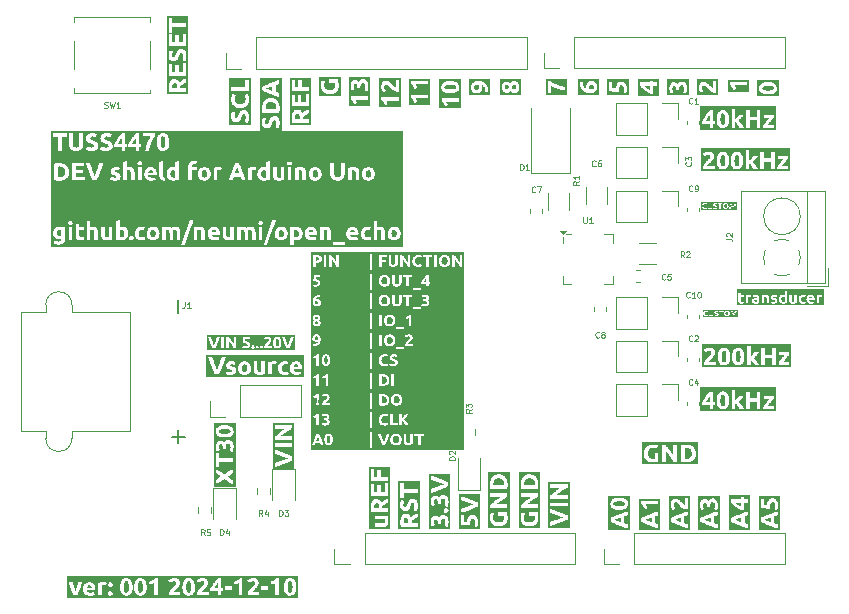
<source format=gbr>
%TF.GenerationSoftware,KiCad,Pcbnew,8.0.6*%
%TF.CreationDate,2024-12-10T20:38:09+01:00*%
%TF.ProjectId,TUSS4470_shield,54555353-3434-4373-905f-736869656c64,rev?*%
%TF.SameCoordinates,Original*%
%TF.FileFunction,Legend,Top*%
%TF.FilePolarity,Positive*%
%FSLAX46Y46*%
G04 Gerber Fmt 4.6, Leading zero omitted, Abs format (unit mm)*
G04 Created by KiCad (PCBNEW 8.0.6) date 2024-12-10 20:38:09*
%MOMM*%
%LPD*%
G01*
G04 APERTURE LIST*
%ADD10C,0.250000*%
%ADD11C,0.300000*%
%ADD12C,0.125000*%
%ADD13C,0.150000*%
%ADD14C,0.120000*%
G04 APERTURE END LIST*
D10*
G36*
X90529907Y-72419053D02*
G01*
X90574738Y-72441095D01*
X90594672Y-72463808D01*
X90616992Y-72508750D01*
X90618883Y-72514249D01*
X90631675Y-72562838D01*
X90639462Y-72612065D01*
X90642561Y-72642702D01*
X90645549Y-72691807D01*
X90646545Y-72744689D01*
X90646206Y-72776043D01*
X90644048Y-72827019D01*
X90639462Y-72878290D01*
X90638544Y-72885766D01*
X90630303Y-72934466D01*
X90616992Y-72982337D01*
X90605057Y-73009918D01*
X90574738Y-73049748D01*
X90556858Y-73062371D01*
X90508792Y-73073684D01*
X90487598Y-73071791D01*
X90443091Y-73049748D01*
X90423668Y-73027076D01*
X90401081Y-72982337D01*
X90399101Y-72976807D01*
X90385805Y-72927898D01*
X90377878Y-72878290D01*
X90374779Y-72847225D01*
X90371791Y-72797709D01*
X90370795Y-72744689D01*
X90371134Y-72713382D01*
X90373292Y-72662703D01*
X90377878Y-72612065D01*
X90378799Y-72604649D01*
X90387220Y-72556317D01*
X90401081Y-72508750D01*
X90413318Y-72481031D01*
X90443091Y-72441095D01*
X90460737Y-72428473D01*
X90508792Y-72417159D01*
X90529907Y-72419053D01*
G37*
G36*
X96229358Y-72432986D02*
G01*
X96279020Y-72439064D01*
X96327041Y-72455017D01*
X96330063Y-72456425D01*
X96371737Y-72482006D01*
X96408618Y-72518520D01*
X96414709Y-72526362D01*
X96441041Y-72570014D01*
X96459420Y-72617438D01*
X96466272Y-72643299D01*
X96474533Y-72694737D01*
X96477006Y-72746154D01*
X96476164Y-72776583D01*
X96470806Y-72825648D01*
X96459420Y-72874382D01*
X96455986Y-72884915D01*
X96436324Y-72930436D01*
X96408618Y-72972568D01*
X96406542Y-72975114D01*
X96369173Y-73010857D01*
X96327041Y-73035826D01*
X96317866Y-73039798D01*
X96268772Y-73053798D01*
X96218108Y-73058053D01*
X96206644Y-73057857D01*
X96156382Y-73051780D01*
X96108443Y-73035826D01*
X96064235Y-73008899D01*
X96027355Y-72972568D01*
X96021308Y-72964691D01*
X95995129Y-72921185D01*
X95976796Y-72874382D01*
X95969944Y-72848711D01*
X95961684Y-72797503D01*
X95959211Y-72746154D01*
X95960052Y-72716273D01*
X95965411Y-72667713D01*
X95976796Y-72618904D01*
X95980229Y-72608198D01*
X95999824Y-72562157D01*
X96027355Y-72519986D01*
X96029445Y-72517424D01*
X96066784Y-72481299D01*
X96108443Y-72455750D01*
X96117542Y-72451647D01*
X96166704Y-72437185D01*
X96218108Y-72432791D01*
X96229358Y-72432986D01*
G37*
G36*
X89605557Y-72488667D02*
G01*
X89624633Y-72535129D01*
X89638987Y-72571851D01*
X89657850Y-72618660D01*
X89661439Y-72627449D01*
X89679901Y-72674035D01*
X89697906Y-72721486D01*
X89705917Y-72742741D01*
X89723570Y-72790089D01*
X89741625Y-72839211D01*
X89464410Y-72839211D01*
X89472810Y-72816685D01*
X89490835Y-72769176D01*
X89508618Y-72723440D01*
X89512705Y-72713152D01*
X89530871Y-72666790D01*
X89548674Y-72620125D01*
X89562872Y-72582687D01*
X89581158Y-72534640D01*
X89583750Y-72527868D01*
X89602163Y-72481884D01*
X89605557Y-72488667D01*
G37*
G36*
X95159258Y-69090307D02*
G01*
X95212678Y-69097542D01*
X95259865Y-69110205D01*
X95307037Y-69131837D01*
X95350558Y-69165603D01*
X95376372Y-69197022D01*
X95399739Y-69240167D01*
X95415835Y-69290301D01*
X95423847Y-69338835D01*
X95426517Y-69392505D01*
X95425273Y-69427321D01*
X95417109Y-69483602D01*
X95401324Y-69533970D01*
X95377919Y-69578424D01*
X95346894Y-69616964D01*
X95341850Y-69621953D01*
X95301877Y-69652440D01*
X95253747Y-69675167D01*
X95205999Y-69688471D01*
X95152258Y-69696073D01*
X95102896Y-69698053D01*
X95054047Y-69697320D01*
X95018387Y-69695122D01*
X95018387Y-69092819D01*
X95063328Y-69089155D01*
X95109979Y-69088422D01*
X95159258Y-69090307D01*
G37*
G36*
X96285046Y-69072986D02*
G01*
X96334707Y-69079064D01*
X96382728Y-69095017D01*
X96385751Y-69096425D01*
X96427424Y-69122006D01*
X96464305Y-69158520D01*
X96470396Y-69166362D01*
X96496728Y-69210014D01*
X96515108Y-69257438D01*
X96521960Y-69283299D01*
X96530220Y-69334737D01*
X96532693Y-69386154D01*
X96531852Y-69416583D01*
X96526494Y-69465648D01*
X96515108Y-69514382D01*
X96511673Y-69524915D01*
X96492011Y-69570436D01*
X96464305Y-69612568D01*
X96462229Y-69615114D01*
X96424860Y-69650857D01*
X96382728Y-69675826D01*
X96373553Y-69679798D01*
X96324459Y-69693798D01*
X96273796Y-69698053D01*
X96262332Y-69697857D01*
X96212069Y-69691780D01*
X96164131Y-69675826D01*
X96119923Y-69648899D01*
X96083042Y-69612568D01*
X96076995Y-69604691D01*
X96050816Y-69561185D01*
X96032484Y-69514382D01*
X96025632Y-69488711D01*
X96017371Y-69437503D01*
X96014898Y-69386154D01*
X96015740Y-69356273D01*
X96021098Y-69307713D01*
X96032484Y-69258904D01*
X96035916Y-69248198D01*
X96055511Y-69202157D01*
X96083042Y-69159986D01*
X96085132Y-69157424D01*
X96122471Y-69121299D01*
X96164131Y-69095750D01*
X96173229Y-69091647D01*
X96222391Y-69077185D01*
X96273796Y-69072791D01*
X96285046Y-69072986D01*
G37*
G36*
X95159258Y-67410307D02*
G01*
X95212678Y-67417542D01*
X95259865Y-67430205D01*
X95307037Y-67451837D01*
X95350558Y-67485603D01*
X95376372Y-67517022D01*
X95399739Y-67560167D01*
X95415835Y-67610301D01*
X95423847Y-67658835D01*
X95426517Y-67712505D01*
X95425273Y-67747321D01*
X95417109Y-67803602D01*
X95401324Y-67853970D01*
X95377919Y-67898424D01*
X95346894Y-67936964D01*
X95341850Y-67941953D01*
X95301877Y-67972440D01*
X95253747Y-67995167D01*
X95205999Y-68008471D01*
X95152258Y-68016073D01*
X95102896Y-68018053D01*
X95054047Y-68017320D01*
X95018387Y-68015122D01*
X95018387Y-67412819D01*
X95063328Y-67409155D01*
X95109979Y-67408422D01*
X95159258Y-67410307D01*
G37*
G36*
X90315950Y-65699053D02*
G01*
X90360781Y-65721095D01*
X90380716Y-65743808D01*
X90403035Y-65788750D01*
X90404926Y-65794249D01*
X90417718Y-65842838D01*
X90425505Y-65892065D01*
X90428604Y-65922702D01*
X90431592Y-65971807D01*
X90432588Y-66024689D01*
X90432250Y-66056043D01*
X90430091Y-66107019D01*
X90425505Y-66158290D01*
X90424588Y-66165766D01*
X90416346Y-66214466D01*
X90403035Y-66262337D01*
X90391100Y-66289918D01*
X90360781Y-66329748D01*
X90342902Y-66342371D01*
X90294836Y-66353684D01*
X90273641Y-66351791D01*
X90229134Y-66329748D01*
X90209711Y-66307076D01*
X90187124Y-66262337D01*
X90185145Y-66256807D01*
X90171849Y-66207898D01*
X90163921Y-66158290D01*
X90160823Y-66127225D01*
X90157834Y-66077709D01*
X90156838Y-66024689D01*
X90157177Y-65993382D01*
X90159335Y-65942703D01*
X90163921Y-65892065D01*
X90164842Y-65884649D01*
X90173264Y-65836317D01*
X90187124Y-65788750D01*
X90199361Y-65761031D01*
X90229134Y-65721095D01*
X90246780Y-65708473D01*
X90294836Y-65697159D01*
X90315950Y-65699053D01*
G37*
G36*
X95694955Y-64032986D02*
G01*
X95744616Y-64039064D01*
X95792637Y-64055017D01*
X95795660Y-64056425D01*
X95837334Y-64082006D01*
X95874214Y-64118520D01*
X95880305Y-64126362D01*
X95906638Y-64170014D01*
X95925017Y-64217438D01*
X95931869Y-64243299D01*
X95940129Y-64294737D01*
X95942602Y-64346154D01*
X95941761Y-64376583D01*
X95936403Y-64425648D01*
X95925017Y-64474382D01*
X95921582Y-64484915D01*
X95901921Y-64530436D01*
X95874214Y-64572568D01*
X95872138Y-64575114D01*
X95834769Y-64610857D01*
X95792637Y-64635826D01*
X95783462Y-64639798D01*
X95734368Y-64653798D01*
X95683705Y-64658053D01*
X95672241Y-64657857D01*
X95621979Y-64651780D01*
X95574040Y-64635826D01*
X95529832Y-64608899D01*
X95492951Y-64572568D01*
X95486904Y-64564691D01*
X95460726Y-64521185D01*
X95442393Y-64474382D01*
X95435541Y-64448711D01*
X95427281Y-64397503D01*
X95424808Y-64346154D01*
X95425649Y-64316273D01*
X95431007Y-64267713D01*
X95442393Y-64218904D01*
X95445826Y-64208198D01*
X95465420Y-64162157D01*
X95492951Y-64119986D01*
X95495042Y-64117424D01*
X95532380Y-64081299D01*
X95574040Y-64055750D01*
X95583138Y-64051647D01*
X95632300Y-64037185D01*
X95683705Y-64032791D01*
X95694955Y-64032986D01*
G37*
G36*
X89501163Y-64018570D02*
G01*
X89549406Y-64034989D01*
X89563069Y-64044621D01*
X89595080Y-64083593D01*
X89606460Y-64108186D01*
X89619016Y-64155889D01*
X89624138Y-64193175D01*
X89627564Y-64244549D01*
X89626831Y-64253831D01*
X89626099Y-64264333D01*
X89626099Y-64276057D01*
X89621599Y-64278667D01*
X89574075Y-64292665D01*
X89556673Y-64295230D01*
X89506664Y-64298527D01*
X89481406Y-64297692D01*
X89430178Y-64288877D01*
X89384787Y-64264333D01*
X89376086Y-64255208D01*
X89353789Y-64210726D01*
X89347662Y-64159064D01*
X89355233Y-64110460D01*
X89355729Y-64108907D01*
X89378436Y-64064542D01*
X89380427Y-64061947D01*
X89419225Y-64030348D01*
X89429051Y-64025866D01*
X89478576Y-64017159D01*
X89501163Y-64018570D01*
G37*
G36*
X89478167Y-62737657D02*
G01*
X89525471Y-62755303D01*
X89542216Y-62762630D01*
X89585310Y-62787543D01*
X89591492Y-62792157D01*
X89625366Y-62829797D01*
X89628858Y-62835949D01*
X89640265Y-62884996D01*
X89634702Y-62917442D01*
X89606559Y-62960223D01*
X89595060Y-62969863D01*
X89548971Y-62988979D01*
X89499581Y-62993684D01*
X89483461Y-62993170D01*
X89434856Y-62982937D01*
X89433202Y-62982260D01*
X89391137Y-62956071D01*
X89366468Y-62920655D01*
X89358897Y-62884996D01*
X89363993Y-62841900D01*
X89385519Y-62794870D01*
X89413444Y-62761701D01*
X89451709Y-62729169D01*
X89478167Y-62737657D01*
G37*
G36*
X89505339Y-62337249D02*
G01*
X89554291Y-62347418D01*
X89591416Y-62372330D01*
X89612665Y-62404082D01*
X89619016Y-62435589D01*
X89615065Y-62474603D01*
X89595080Y-62522051D01*
X89565893Y-62555146D01*
X89526203Y-62584089D01*
X89497810Y-62573627D01*
X89450915Y-62550386D01*
X89412875Y-62519364D01*
X89391526Y-62487718D01*
X89379902Y-62438276D01*
X89386985Y-62404570D01*
X89408722Y-62371598D01*
X89446092Y-62346685D01*
X89450378Y-62344982D01*
X89499337Y-62337159D01*
X89505339Y-62337249D01*
G37*
G36*
X95694955Y-62352986D02*
G01*
X95744616Y-62359064D01*
X95792637Y-62375017D01*
X95795660Y-62376425D01*
X95837334Y-62402006D01*
X95874214Y-62438520D01*
X95880305Y-62446362D01*
X95906638Y-62490014D01*
X95925017Y-62537438D01*
X95931869Y-62563299D01*
X95940129Y-62614737D01*
X95942602Y-62666154D01*
X95941761Y-62696583D01*
X95936403Y-62745648D01*
X95925017Y-62794382D01*
X95921582Y-62804915D01*
X95901921Y-62850436D01*
X95874214Y-62892568D01*
X95872138Y-62895114D01*
X95834769Y-62930857D01*
X95792637Y-62955826D01*
X95783462Y-62959798D01*
X95734368Y-62973798D01*
X95683705Y-62978053D01*
X95672241Y-62977857D01*
X95621979Y-62971780D01*
X95574040Y-62955826D01*
X95529832Y-62928899D01*
X95492951Y-62892568D01*
X95486904Y-62884691D01*
X95460726Y-62841185D01*
X95442393Y-62794382D01*
X95435541Y-62768711D01*
X95427281Y-62717503D01*
X95424808Y-62666154D01*
X95425649Y-62636273D01*
X95431007Y-62587713D01*
X95442393Y-62538904D01*
X95445826Y-62528198D01*
X95465420Y-62482157D01*
X95492951Y-62439986D01*
X95495042Y-62437424D01*
X95532380Y-62401299D01*
X95574040Y-62375750D01*
X95583138Y-62371647D01*
X95632300Y-62357185D01*
X95683705Y-62352791D01*
X95694955Y-62352986D01*
G37*
G36*
X89510637Y-61033193D02*
G01*
X89561487Y-61042449D01*
X89605826Y-61068220D01*
X89612243Y-61075177D01*
X89635805Y-61121415D01*
X89641730Y-61170314D01*
X89633914Y-61219162D01*
X89632934Y-61222320D01*
X89609979Y-61265568D01*
X89607930Y-61268136D01*
X89569190Y-61300006D01*
X89557895Y-61305336D01*
X89509351Y-61313684D01*
X89486703Y-61312293D01*
X89439009Y-61296099D01*
X89425667Y-61286451D01*
X89394068Y-61247250D01*
X89382802Y-61222360D01*
X89370132Y-61174466D01*
X89365290Y-61136939D01*
X89363049Y-61085806D01*
X89363782Y-61067487D01*
X89364515Y-61051856D01*
X89371073Y-61049127D01*
X89419469Y-61037690D01*
X89434646Y-61035596D01*
X89485415Y-61032316D01*
X89510637Y-61033193D01*
G37*
G36*
X95253364Y-60672986D02*
G01*
X95303025Y-60679064D01*
X95351046Y-60695017D01*
X95354069Y-60696425D01*
X95395743Y-60722006D01*
X95432623Y-60758520D01*
X95438714Y-60766362D01*
X95465047Y-60810014D01*
X95483426Y-60857438D01*
X95490278Y-60883299D01*
X95498538Y-60934737D01*
X95501011Y-60986154D01*
X95500170Y-61016583D01*
X95494812Y-61065648D01*
X95483426Y-61114382D01*
X95479991Y-61124915D01*
X95460330Y-61170436D01*
X95432623Y-61212568D01*
X95430547Y-61215114D01*
X95393178Y-61250857D01*
X95351046Y-61275826D01*
X95341871Y-61279798D01*
X95292777Y-61293798D01*
X95242114Y-61298053D01*
X95230650Y-61297857D01*
X95180388Y-61291780D01*
X95132449Y-61275826D01*
X95088241Y-61248899D01*
X95051360Y-61212568D01*
X95045313Y-61204691D01*
X95019135Y-61161185D01*
X95000802Y-61114382D01*
X94993950Y-61088711D01*
X94985689Y-61037503D01*
X94983217Y-60986154D01*
X94984058Y-60956273D01*
X94989416Y-60907713D01*
X95000802Y-60858904D01*
X95004235Y-60848198D01*
X95023829Y-60802157D01*
X95051360Y-60759986D01*
X95053451Y-60757424D01*
X95090789Y-60721299D01*
X95132449Y-60695750D01*
X95141547Y-60691647D01*
X95190709Y-60677185D01*
X95242114Y-60672791D01*
X95253364Y-60672986D01*
G37*
G36*
X95253364Y-58992986D02*
G01*
X95303025Y-58999064D01*
X95351046Y-59015017D01*
X95354069Y-59016425D01*
X95395743Y-59042006D01*
X95432623Y-59078520D01*
X95438714Y-59086362D01*
X95465047Y-59130014D01*
X95483426Y-59177438D01*
X95490278Y-59203299D01*
X95498538Y-59254737D01*
X95501011Y-59306154D01*
X95500170Y-59336583D01*
X95494812Y-59385648D01*
X95483426Y-59434382D01*
X95479991Y-59444915D01*
X95460330Y-59490436D01*
X95432623Y-59532568D01*
X95430547Y-59535114D01*
X95393178Y-59570857D01*
X95351046Y-59595826D01*
X95341871Y-59599798D01*
X95292777Y-59613798D01*
X95242114Y-59618053D01*
X95230650Y-59617857D01*
X95180388Y-59611780D01*
X95132449Y-59595826D01*
X95088241Y-59568899D01*
X95051360Y-59532568D01*
X95045313Y-59524691D01*
X95019135Y-59481185D01*
X95000802Y-59434382D01*
X94993950Y-59408711D01*
X94985689Y-59357503D01*
X94983217Y-59306154D01*
X94984058Y-59276273D01*
X94989416Y-59227713D01*
X95000802Y-59178904D01*
X95004235Y-59168198D01*
X95023829Y-59122157D01*
X95051360Y-59079986D01*
X95053451Y-59077424D01*
X95090789Y-59041299D01*
X95132449Y-59015750D01*
X95141547Y-59011647D01*
X95190709Y-58997185D01*
X95242114Y-58992791D01*
X95253364Y-58992986D01*
G37*
G36*
X98789009Y-59399211D02*
G01*
X98568213Y-59399211D01*
X98590561Y-59356117D01*
X98615352Y-59313543D01*
X98642585Y-59271487D01*
X98672260Y-59229951D01*
X98695193Y-59199348D01*
X98725021Y-59159933D01*
X98757556Y-59117489D01*
X98789009Y-59077055D01*
X98789009Y-59399211D01*
G37*
G36*
X100340454Y-57312986D02*
G01*
X100390115Y-57319064D01*
X100438136Y-57335017D01*
X100441159Y-57336425D01*
X100482833Y-57362006D01*
X100519713Y-57398520D01*
X100525804Y-57406362D01*
X100552137Y-57450014D01*
X100570516Y-57497438D01*
X100577368Y-57523299D01*
X100585628Y-57574737D01*
X100588101Y-57626154D01*
X100587260Y-57656583D01*
X100581902Y-57705648D01*
X100570516Y-57754382D01*
X100567081Y-57764915D01*
X100547420Y-57810436D01*
X100519713Y-57852568D01*
X100517637Y-57855114D01*
X100480268Y-57890857D01*
X100438136Y-57915826D01*
X100428961Y-57919798D01*
X100379867Y-57933798D01*
X100329204Y-57938053D01*
X100317740Y-57937857D01*
X100267478Y-57931780D01*
X100219539Y-57915826D01*
X100175331Y-57888899D01*
X100138450Y-57852568D01*
X100132403Y-57844691D01*
X100106225Y-57801185D01*
X100087892Y-57754382D01*
X100081040Y-57728711D01*
X100072780Y-57677503D01*
X100070307Y-57626154D01*
X100071148Y-57596273D01*
X100076506Y-57547713D01*
X100087892Y-57498904D01*
X100091325Y-57488198D01*
X100110919Y-57442157D01*
X100138450Y-57399986D01*
X100140541Y-57397424D01*
X100177879Y-57361299D01*
X100219539Y-57335750D01*
X100228637Y-57331647D01*
X100277799Y-57317185D01*
X100329204Y-57312791D01*
X100340454Y-57312986D01*
G37*
G36*
X89556605Y-57329390D02*
G01*
X89606315Y-57334284D01*
X89625228Y-57337795D01*
X89672993Y-57355289D01*
X89679691Y-57359228D01*
X89715247Y-57395345D01*
X89721765Y-57408519D01*
X89730146Y-57458115D01*
X89728120Y-57485773D01*
X89709825Y-57533738D01*
X89672505Y-57565338D01*
X89657213Y-57572093D01*
X89606069Y-57586025D01*
X89554306Y-57592357D01*
X89500802Y-57594159D01*
X89431926Y-57594159D01*
X89431926Y-57332330D01*
X89471981Y-57329888D01*
X89519120Y-57328422D01*
X89556605Y-57329390D01*
G37*
G36*
X101955565Y-73620736D02*
G01*
X88989166Y-73620736D01*
X88989166Y-73495736D01*
X94026517Y-73495736D01*
X94226308Y-73495736D01*
X94226308Y-72260844D01*
X94700628Y-72260844D01*
X94702563Y-72266217D01*
X94721054Y-72317325D01*
X94739113Y-72366906D01*
X94756167Y-72413496D01*
X94774389Y-72463077D01*
X94793558Y-72514785D01*
X94813452Y-72567756D01*
X94831080Y-72614164D01*
X94849241Y-72661499D01*
X94867934Y-72709762D01*
X94874276Y-72725985D01*
X94893564Y-72774792D01*
X94913248Y-72823805D01*
X94933326Y-72873023D01*
X94953800Y-72922448D01*
X94974668Y-72972079D01*
X94981725Y-72988628D01*
X95002954Y-73037933D01*
X95024269Y-73086722D01*
X95045670Y-73134997D01*
X95067157Y-73182756D01*
X95088729Y-73230000D01*
X95299755Y-73230000D01*
X95306984Y-73214279D01*
X95328591Y-73166786D01*
X95350078Y-73118796D01*
X95371444Y-73070307D01*
X95392691Y-73021320D01*
X95413817Y-72971835D01*
X95420846Y-72955268D01*
X95441660Y-72905706D01*
X95462062Y-72856350D01*
X95482052Y-72807200D01*
X95501630Y-72758256D01*
X95506389Y-72746154D01*
X95732798Y-72746154D01*
X95732946Y-72761426D01*
X95735792Y-72813060D01*
X95742262Y-72861864D01*
X95754093Y-72914178D01*
X95770655Y-72962798D01*
X95783242Y-72991215D01*
X95809324Y-73038639D01*
X95839811Y-73081272D01*
X95874703Y-73119113D01*
X95895936Y-73137978D01*
X95936920Y-73168147D01*
X95981459Y-73193448D01*
X96029553Y-73213879D01*
X96063195Y-73224670D01*
X96115140Y-73236670D01*
X96168863Y-73243647D01*
X96218108Y-73245631D01*
X96256113Y-73244515D01*
X96305343Y-73239554D01*
X96358756Y-73229228D01*
X96410083Y-73213879D01*
X96437416Y-73203129D01*
X96483580Y-73179993D01*
X96525842Y-73151987D01*
X96564200Y-73119113D01*
X96587502Y-73094418D01*
X96618815Y-73053382D01*
X96645762Y-73007555D01*
X96666050Y-72962798D01*
X96670575Y-72950989D01*
X96685756Y-72901446D01*
X96693703Y-72861193D01*
X96866817Y-72861193D01*
X96866840Y-72866491D01*
X96869559Y-72917896D01*
X96876810Y-72966440D01*
X96890020Y-73016531D01*
X96903210Y-73050481D01*
X96928947Y-73096826D01*
X96961828Y-73137676D01*
X96994734Y-73167257D01*
X97036771Y-73194782D01*
X97084926Y-73217055D01*
X97108897Y-73225287D01*
X97160990Y-73237566D01*
X97212604Y-73243845D01*
X97262247Y-73245631D01*
X97287820Y-73245196D01*
X97342149Y-73241036D01*
X97392036Y-73232471D01*
X97442254Y-73217787D01*
X97487105Y-73198143D01*
X97530380Y-73171355D01*
X97567306Y-73139141D01*
X97593049Y-73108961D01*
X97621121Y-73063732D01*
X97640579Y-73017264D01*
X97642051Y-73012808D01*
X97655165Y-72962000D01*
X97662177Y-72912956D01*
X97664515Y-72861193D01*
X97664515Y-72448422D01*
X97786147Y-72448422D01*
X98080216Y-72448422D01*
X98080216Y-73230000D01*
X98299790Y-73230000D01*
X98299790Y-72448422D01*
X98593614Y-72448422D01*
X98593614Y-72260844D01*
X97786147Y-72260844D01*
X97786147Y-72448422D01*
X97664515Y-72448422D01*
X97664515Y-72260844D01*
X97445184Y-72260844D01*
X97445184Y-72843363D01*
X97444744Y-72864744D01*
X97439268Y-72915882D01*
X97423621Y-72967784D01*
X97395115Y-73009448D01*
X97364692Y-73032943D01*
X97316675Y-73052309D01*
X97265177Y-73058053D01*
X97241092Y-73056979D01*
X97192637Y-73047062D01*
X97176746Y-73040543D01*
X97136217Y-73010181D01*
X97120189Y-72988634D01*
X97099581Y-72943258D01*
X97089290Y-72894507D01*
X97086392Y-72843363D01*
X97086392Y-72260844D01*
X96866817Y-72260844D01*
X96866817Y-72861193D01*
X96693703Y-72861193D01*
X96696266Y-72848209D01*
X96701631Y-72798596D01*
X96703419Y-72746154D01*
X96703270Y-72730884D01*
X96700405Y-72679269D01*
X96693893Y-72630505D01*
X96681987Y-72578268D01*
X96665317Y-72529755D01*
X96652795Y-72501256D01*
X96626769Y-72453654D01*
X96596260Y-72410804D01*
X96561270Y-72372707D01*
X96540107Y-72353567D01*
X96499219Y-72323052D01*
X96454738Y-72297599D01*
X96406664Y-72277208D01*
X96373021Y-72266335D01*
X96321076Y-72254242D01*
X96267354Y-72247212D01*
X96218108Y-72245212D01*
X96188028Y-72245993D01*
X96134994Y-72251337D01*
X96083391Y-72261741D01*
X96033217Y-72277208D01*
X96006252Y-72287912D01*
X95960300Y-72311115D01*
X95917672Y-72339380D01*
X95878367Y-72372707D01*
X95854315Y-72397577D01*
X95821813Y-72438842D01*
X95793599Y-72484860D01*
X95772121Y-72529755D01*
X95767359Y-72541534D01*
X95751384Y-72590978D01*
X95740325Y-72644147D01*
X95734679Y-72693725D01*
X95732798Y-72746154D01*
X95506389Y-72746154D01*
X95520795Y-72709518D01*
X95539462Y-72661347D01*
X95557546Y-72614103D01*
X95575046Y-72567787D01*
X95594724Y-72514923D01*
X95613607Y-72463321D01*
X95616238Y-72456070D01*
X95634108Y-72406977D01*
X95651020Y-72360807D01*
X95669174Y-72311619D01*
X95688101Y-72260844D01*
X95454605Y-72260844D01*
X95443892Y-72290989D01*
X95427146Y-72338653D01*
X95409588Y-72389255D01*
X95393300Y-72436699D01*
X95376722Y-72485181D01*
X95359961Y-72533663D01*
X95343017Y-72582145D01*
X95325889Y-72630628D01*
X95310881Y-72672580D01*
X95293872Y-72719639D01*
X95277015Y-72765751D01*
X95258234Y-72816496D01*
X95254137Y-72827519D01*
X95236316Y-72874876D01*
X95217692Y-72923191D01*
X95198639Y-72971102D01*
X95195081Y-72962741D01*
X95174934Y-72913614D01*
X95155766Y-72864346D01*
X95137822Y-72816252D01*
X95123612Y-72776982D01*
X95105033Y-72725394D01*
X95088226Y-72678499D01*
X95071144Y-72630628D01*
X95054016Y-72582145D01*
X95037072Y-72533663D01*
X95020311Y-72485181D01*
X95003733Y-72436699D01*
X94995562Y-72412687D01*
X94977708Y-72360780D01*
X94960589Y-72311810D01*
X94942428Y-72260844D01*
X94700628Y-72260844D01*
X94226308Y-72260844D01*
X94226308Y-72135792D01*
X94026517Y-72135792D01*
X94026517Y-73495736D01*
X88989166Y-73495736D01*
X88989166Y-73230000D01*
X89114166Y-73230000D01*
X89342044Y-73230000D01*
X89343982Y-73223757D01*
X89359427Y-73176026D01*
X89376482Y-73126685D01*
X89377672Y-73123334D01*
X89395289Y-73074844D01*
X89413607Y-73026789D01*
X89793649Y-73026789D01*
X89794795Y-73029697D01*
X89813250Y-73078095D01*
X89830774Y-73126685D01*
X89833141Y-73133357D01*
X89849982Y-73182483D01*
X89865212Y-73230000D01*
X90100174Y-73230000D01*
X90086523Y-73191230D01*
X90069706Y-73143809D01*
X90053164Y-73097545D01*
X90033675Y-73043554D01*
X90014581Y-72991230D01*
X89995882Y-72940572D01*
X89992816Y-72932282D01*
X89974498Y-72883178D01*
X89956317Y-72835156D01*
X89938273Y-72788215D01*
X89921278Y-72744689D01*
X90157083Y-72744689D01*
X90158544Y-72803498D01*
X90162929Y-72858781D01*
X90170237Y-72910537D01*
X90183483Y-72970274D01*
X90201297Y-73024502D01*
X90223679Y-73073219D01*
X90250628Y-73116427D01*
X90268792Y-73139517D01*
X90308869Y-73178884D01*
X90353943Y-73209166D01*
X90404015Y-73230364D01*
X90459084Y-73242477D01*
X90508792Y-73245631D01*
X90529092Y-73245126D01*
X90586660Y-73237556D01*
X90639230Y-73220900D01*
X90686803Y-73195161D01*
X90729379Y-73160336D01*
X90766957Y-73116427D01*
X90772712Y-73108226D01*
X90798748Y-73063916D01*
X90820215Y-73014097D01*
X90837116Y-72958768D01*
X90847347Y-72910537D01*
X90854655Y-72858781D01*
X90859040Y-72803498D01*
X90860502Y-72744689D01*
X90859040Y-72686227D01*
X90854655Y-72631253D01*
X90847347Y-72579768D01*
X90834101Y-72520316D01*
X90816287Y-72466314D01*
X90793906Y-72417763D01*
X90766957Y-72374661D01*
X90748793Y-72351527D01*
X90708716Y-72312086D01*
X90663641Y-72281746D01*
X90613570Y-72260509D01*
X90558501Y-72248373D01*
X90508792Y-72245212D01*
X90460225Y-72248456D01*
X90410272Y-72259518D01*
X90363956Y-72278429D01*
X90325292Y-72302171D01*
X90286895Y-72335175D01*
X90252826Y-72375394D01*
X90241564Y-72391728D01*
X90216381Y-72436569D01*
X90197347Y-72481821D01*
X90181751Y-72531709D01*
X90180233Y-72537522D01*
X90169826Y-72585981D01*
X90162503Y-72637921D01*
X90158263Y-72693341D01*
X90157083Y-72744689D01*
X89921278Y-72744689D01*
X89920367Y-72742357D01*
X89899651Y-72690223D01*
X89887935Y-72661040D01*
X89867468Y-72610869D01*
X89847049Y-72561844D01*
X89826676Y-72513964D01*
X89806350Y-72467229D01*
X89794725Y-72440870D01*
X89774272Y-72395127D01*
X89753679Y-72349875D01*
X89732946Y-72305114D01*
X89712072Y-72260844D01*
X89502267Y-72260844D01*
X89489990Y-72286081D01*
X89468781Y-72330632D01*
X89447922Y-72375673D01*
X89427414Y-72421206D01*
X89407257Y-72467229D01*
X89395816Y-72493794D01*
X89375683Y-72541183D01*
X89355411Y-72589718D01*
X89334998Y-72639398D01*
X89314445Y-72690223D01*
X89311511Y-72697580D01*
X89290845Y-72749925D01*
X89272944Y-72795964D01*
X89256357Y-72839211D01*
X89254872Y-72843084D01*
X89236629Y-72891287D01*
X89218213Y-72940572D01*
X89202728Y-72982671D01*
X89183769Y-73034718D01*
X89164398Y-73088430D01*
X89147940Y-73134463D01*
X89131196Y-73181653D01*
X89114166Y-73230000D01*
X88989166Y-73230000D01*
X88989166Y-71815736D01*
X94026517Y-71815736D01*
X94226308Y-71815736D01*
X94226308Y-71066154D01*
X94756803Y-71066154D01*
X94756925Y-71081008D01*
X94759839Y-71138288D01*
X94766637Y-71192157D01*
X94777321Y-71242614D01*
X94791890Y-71289660D01*
X94815564Y-71343669D01*
X94845308Y-71392347D01*
X94881123Y-71435694D01*
X94889019Y-71443688D01*
X94931819Y-71479852D01*
X94980152Y-71509672D01*
X95034019Y-71533147D01*
X95081097Y-71547359D01*
X95131716Y-71557510D01*
X95185877Y-71563601D01*
X95243579Y-71565631D01*
X95284309Y-71564841D01*
X95335676Y-71561330D01*
X95389450Y-71554023D01*
X95407792Y-71550000D01*
X95705687Y-71550000D01*
X96357083Y-71550000D01*
X96493126Y-71550000D01*
X96712456Y-71550000D01*
X96712456Y-71144801D01*
X96737735Y-71165088D01*
X96775654Y-71198324D01*
X96813572Y-71234926D01*
X96844966Y-71267188D01*
X96878673Y-71303503D01*
X96911514Y-71340683D01*
X96934641Y-71368008D01*
X96967671Y-71408881D01*
X96998709Y-71449616D01*
X97011040Y-71466299D01*
X97040646Y-71507945D01*
X97068562Y-71550000D01*
X97328681Y-71550000D01*
X97316157Y-71530730D01*
X97284532Y-71483316D01*
X97252454Y-71436988D01*
X97219922Y-71391744D01*
X97186938Y-71347586D01*
X97153500Y-71304513D01*
X97119609Y-71262526D01*
X97105962Y-71246033D01*
X97071577Y-71205810D01*
X97036810Y-71167031D01*
X97001662Y-71129694D01*
X96966133Y-71093801D01*
X96930221Y-71059350D01*
X96893928Y-71026343D01*
X96914673Y-71005244D01*
X96948837Y-70970136D01*
X96989157Y-70928102D01*
X97028739Y-70886170D01*
X97067582Y-70844342D01*
X97105687Y-70802616D01*
X97118263Y-70788698D01*
X97155955Y-70746990D01*
X97193596Y-70705350D01*
X97231186Y-70663780D01*
X97268724Y-70622277D01*
X97306210Y-70580844D01*
X97045847Y-70580844D01*
X97027037Y-70600776D01*
X96993219Y-70636962D01*
X96958255Y-70674808D01*
X96922146Y-70714313D01*
X96884891Y-70755478D01*
X96863283Y-70779322D01*
X96825506Y-70820608D01*
X96787776Y-70861334D01*
X96750093Y-70901498D01*
X96712456Y-70941102D01*
X96712456Y-70580844D01*
X96493126Y-70580844D01*
X96493126Y-71550000D01*
X96357083Y-71550000D01*
X96357083Y-71362421D01*
X95925017Y-71362421D01*
X95925017Y-70580844D01*
X95705687Y-70580844D01*
X95705687Y-71550000D01*
X95407792Y-71550000D01*
X95438974Y-71543161D01*
X95478846Y-71531468D01*
X95525895Y-71514293D01*
X95569888Y-71492358D01*
X95509560Y-71323098D01*
X95468771Y-71341416D01*
X95464496Y-71343231D01*
X95416748Y-71359002D01*
X95397442Y-71363672D01*
X95349092Y-71372435D01*
X95314050Y-71376275D01*
X95263363Y-71378053D01*
X95231206Y-71376884D01*
X95181083Y-71369442D01*
X95133914Y-71353628D01*
X95124063Y-71348894D01*
X95082803Y-71322714D01*
X95047208Y-71287194D01*
X95041185Y-71279178D01*
X95015832Y-71234910D01*
X94999337Y-71187299D01*
X94993626Y-71161435D01*
X94986743Y-71111107D01*
X94984682Y-71062002D01*
X94986459Y-71016751D01*
X94993459Y-70966900D01*
X95007152Y-70919364D01*
X95011496Y-70908519D01*
X95035232Y-70862958D01*
X95066992Y-70823377D01*
X95107109Y-70791381D01*
X95152721Y-70769644D01*
X95201814Y-70757004D01*
X95251884Y-70752791D01*
X95284345Y-70753597D01*
X95336403Y-70758732D01*
X95387683Y-70769644D01*
X95398772Y-70772866D01*
X95447057Y-70789549D01*
X95492463Y-70810432D01*
X95555966Y-70639706D01*
X95519330Y-70620167D01*
X95502342Y-70612301D01*
X95456071Y-70595498D01*
X95417613Y-70584923D01*
X95367411Y-70574494D01*
X95357830Y-70572835D01*
X95306900Y-70566989D01*
X95254815Y-70565212D01*
X95202302Y-70567288D01*
X95151744Y-70573517D01*
X95103140Y-70583897D01*
X95056489Y-70598429D01*
X95028558Y-70609573D01*
X94981376Y-70633478D01*
X94938174Y-70662329D01*
X94898953Y-70696127D01*
X94875119Y-70721245D01*
X94843071Y-70762788D01*
X94815467Y-70808967D01*
X94794661Y-70853907D01*
X94792332Y-70859764D01*
X94776361Y-70908418D01*
X94765122Y-70960277D01*
X94758615Y-71015343D01*
X94756803Y-71066154D01*
X94226308Y-71066154D01*
X94226308Y-70455792D01*
X94026517Y-70455792D01*
X94026517Y-71815736D01*
X88989166Y-71815736D01*
X88989166Y-70784054D01*
X89198429Y-70784054D01*
X89261688Y-70940369D01*
X89270963Y-70937062D01*
X89318043Y-70918851D01*
X89363049Y-70899337D01*
X89369514Y-70896325D01*
X89415567Y-70872526D01*
X89457327Y-70846580D01*
X89457327Y-71550000D01*
X89666887Y-71550000D01*
X89666887Y-71512875D01*
X89931891Y-71512875D01*
X89935448Y-71514399D01*
X89982449Y-71530460D01*
X90005590Y-71536836D01*
X90054256Y-71548046D01*
X90086690Y-71554030D01*
X90135833Y-71560746D01*
X90166940Y-71563723D01*
X90216189Y-71565631D01*
X90241041Y-71565276D01*
X90293832Y-71561882D01*
X90342295Y-71554895D01*
X90391067Y-71542916D01*
X90422194Y-71532114D01*
X90469736Y-71509571D01*
X90512944Y-71479413D01*
X90527284Y-71466303D01*
X90558763Y-71428812D01*
X90583286Y-71382937D01*
X90590923Y-71361602D01*
X90602048Y-71312902D01*
X90605757Y-71260816D01*
X90601702Y-71210641D01*
X90587875Y-71160849D01*
X90564235Y-71116713D01*
X90531620Y-71078926D01*
X90490866Y-71048182D01*
X90446755Y-71026343D01*
X90463373Y-71017092D01*
X90504005Y-70984527D01*
X90533949Y-70945498D01*
X90541563Y-70932077D01*
X90560216Y-70884318D01*
X90566434Y-70835345D01*
X90566356Y-70828084D01*
X90560850Y-70775942D01*
X90546650Y-70727878D01*
X90544124Y-70721790D01*
X90519892Y-70679232D01*
X90486322Y-70642149D01*
X90473039Y-70631035D01*
X90430136Y-70604294D01*
X90382763Y-70585240D01*
X90337006Y-70573838D01*
X90285707Y-70567168D01*
X90234263Y-70565212D01*
X90197364Y-70566583D01*
X90146336Y-70573517D01*
X90115882Y-70580180D01*
X90068178Y-70594033D01*
X90048191Y-70601134D01*
X90001500Y-70621388D01*
X89992226Y-70626008D01*
X89948743Y-70649720D01*
X90023237Y-70800418D01*
X90025887Y-70798762D01*
X90070683Y-70774476D01*
X90116782Y-70755478D01*
X90126481Y-70752204D01*
X90177421Y-70740666D01*
X90228646Y-70737159D01*
X90275785Y-70743510D01*
X90316573Y-70762072D01*
X90345394Y-70793579D01*
X90356629Y-70839009D01*
X90356419Y-70847435D01*
X90343196Y-70896161D01*
X90342362Y-70897572D01*
X90307292Y-70932065D01*
X90303023Y-70934428D01*
X90256001Y-70950628D01*
X90245116Y-70952454D01*
X90196161Y-70956001D01*
X90103349Y-70956001D01*
X90103349Y-71127948D01*
X90184926Y-71127948D01*
X90216995Y-71128841D01*
X90267236Y-71134298D01*
X90288230Y-71138506D01*
X90334159Y-71156280D01*
X90344271Y-71162577D01*
X90378367Y-71197801D01*
X90385526Y-71211357D01*
X90394731Y-71260816D01*
X90394554Y-71268322D01*
X90381978Y-71318471D01*
X90349546Y-71357780D01*
X90308525Y-71379659D01*
X90258068Y-71390844D01*
X90207641Y-71393684D01*
X90167112Y-71392585D01*
X90117017Y-71387485D01*
X90066224Y-71376099D01*
X90020309Y-71361132D01*
X89972679Y-71343126D01*
X89931891Y-71512875D01*
X89666887Y-71512875D01*
X89666887Y-70580844D01*
X89520586Y-70580844D01*
X89489788Y-70610547D01*
X89450732Y-70642393D01*
X89411226Y-70670542D01*
X89369888Y-70697348D01*
X89327267Y-70722444D01*
X89283426Y-70745464D01*
X89245398Y-70763549D01*
X89198429Y-70784054D01*
X88989166Y-70784054D01*
X88989166Y-70135736D01*
X94026517Y-70135736D01*
X94226308Y-70135736D01*
X94226308Y-68924780D01*
X94799057Y-68924780D01*
X94799057Y-69092819D01*
X94799057Y-69860230D01*
X94851597Y-69869707D01*
X94904772Y-69876644D01*
X94953663Y-69880746D01*
X94987231Y-69882650D01*
X95040371Y-69884825D01*
X95091660Y-69885631D01*
X95115709Y-69885363D01*
X95170085Y-69882650D01*
X95222031Y-69877015D01*
X95271545Y-69868458D01*
X95325157Y-69855101D01*
X95369158Y-69840283D01*
X95415724Y-69819770D01*
X95458322Y-69795441D01*
X95501500Y-69763510D01*
X95527535Y-69739496D01*
X95562208Y-69699289D01*
X95591625Y-69654058D01*
X95613363Y-69609637D01*
X95618154Y-69597881D01*
X95634229Y-69548376D01*
X95645357Y-69494902D01*
X95651037Y-69444856D01*
X95652930Y-69391772D01*
X95652876Y-69386154D01*
X95788485Y-69386154D01*
X95788633Y-69401426D01*
X95791480Y-69453060D01*
X95797950Y-69501864D01*
X95809780Y-69554178D01*
X95826343Y-69602798D01*
X95838929Y-69631215D01*
X95865011Y-69678639D01*
X95895498Y-69721272D01*
X95930390Y-69759113D01*
X95951623Y-69777978D01*
X95992607Y-69808147D01*
X96037146Y-69833448D01*
X96085240Y-69853879D01*
X96118883Y-69864670D01*
X96170828Y-69876670D01*
X96224550Y-69883647D01*
X96273796Y-69885631D01*
X96311800Y-69884515D01*
X96361030Y-69879554D01*
X96414444Y-69869228D01*
X96465771Y-69853879D01*
X96493104Y-69843129D01*
X96539268Y-69819993D01*
X96581529Y-69791987D01*
X96619888Y-69759113D01*
X96643189Y-69734418D01*
X96674503Y-69693382D01*
X96701450Y-69647555D01*
X96721737Y-69602798D01*
X96726262Y-69590989D01*
X96741444Y-69541446D01*
X96751954Y-69488209D01*
X96757318Y-69438596D01*
X96759106Y-69386154D01*
X96758957Y-69370884D01*
X96756092Y-69319269D01*
X96749581Y-69270505D01*
X96737674Y-69218268D01*
X96721004Y-69169755D01*
X96708482Y-69141256D01*
X96682456Y-69093654D01*
X96651948Y-69050804D01*
X96616957Y-69012707D01*
X96595794Y-68993567D01*
X96554907Y-68963052D01*
X96510426Y-68937599D01*
X96462351Y-68917208D01*
X96428709Y-68906335D01*
X96376764Y-68894242D01*
X96323041Y-68887212D01*
X96273796Y-68885212D01*
X96243715Y-68885993D01*
X96190682Y-68891337D01*
X96139078Y-68901741D01*
X96088904Y-68917208D01*
X96061939Y-68927912D01*
X96015988Y-68951115D01*
X95973359Y-68979380D01*
X95934054Y-69012707D01*
X95910003Y-69037577D01*
X95877500Y-69078842D01*
X95849286Y-69124860D01*
X95827808Y-69169755D01*
X95823047Y-69181534D01*
X95807072Y-69230978D01*
X95796012Y-69284147D01*
X95790367Y-69333725D01*
X95788485Y-69386154D01*
X95652876Y-69386154D01*
X95652776Y-69375645D01*
X95649801Y-69321501D01*
X95643039Y-69270933D01*
X95630674Y-69217520D01*
X95613363Y-69168778D01*
X95600246Y-69140515D01*
X95572457Y-69093759D01*
X95539298Y-69052296D01*
X95500767Y-69016127D01*
X95467426Y-68991489D01*
X95420472Y-68964347D01*
X95374875Y-68944502D01*
X95325645Y-68928688D01*
X95306344Y-68923712D01*
X95252882Y-68912835D01*
X95203723Y-68906173D01*
X95152343Y-68902176D01*
X95098743Y-68900844D01*
X95055366Y-68901421D01*
X95006505Y-68903153D01*
X94957327Y-68905729D01*
X94952189Y-68906043D01*
X94901489Y-68910184D01*
X94852030Y-68916137D01*
X94799057Y-68924780D01*
X94226308Y-68924780D01*
X94226308Y-68775792D01*
X94026517Y-68775792D01*
X94026517Y-70135736D01*
X88989166Y-70135736D01*
X88989166Y-69104054D01*
X89198429Y-69104054D01*
X89261688Y-69260369D01*
X89270963Y-69257062D01*
X89318043Y-69238851D01*
X89363049Y-69219337D01*
X89369514Y-69216325D01*
X89415567Y-69192526D01*
X89457327Y-69166580D01*
X89457327Y-69870000D01*
X89666887Y-69870000D01*
X89666887Y-69017592D01*
X89944591Y-69017592D01*
X90048639Y-69155833D01*
X90078192Y-69129944D01*
X90084559Y-69124836D01*
X90125331Y-69097459D01*
X90139360Y-69089552D01*
X90185659Y-69069127D01*
X90206873Y-69062816D01*
X90256734Y-69057159D01*
X90299029Y-69061975D01*
X90343928Y-69082316D01*
X90371371Y-69119316D01*
X90379099Y-69169023D01*
X90378901Y-69176033D01*
X90366399Y-69224466D01*
X90359438Y-69238036D01*
X90331228Y-69278932D01*
X90313379Y-69299620D01*
X90279204Y-69334863D01*
X90252550Y-69360569D01*
X90215945Y-69395680D01*
X90199608Y-69411434D01*
X90163974Y-69445566D01*
X90128018Y-69479699D01*
X90114423Y-69492983D01*
X90081143Y-69528970D01*
X90048639Y-69570069D01*
X90040052Y-69582220D01*
X90013244Y-69626673D01*
X89991486Y-69674117D01*
X89983016Y-69699124D01*
X89972805Y-69748420D01*
X89969748Y-69797215D01*
X89969748Y-69830921D01*
X89972679Y-69870000D01*
X90622609Y-69870000D01*
X90622609Y-69698053D01*
X90203244Y-69698053D01*
X90224982Y-69662637D01*
X90232909Y-69652975D01*
X90265038Y-69615987D01*
X90277950Y-69601913D01*
X90312177Y-69566650D01*
X90321307Y-69557663D01*
X90358094Y-69522686D01*
X90368314Y-69513218D01*
X90404445Y-69479057D01*
X90441137Y-69443307D01*
X90451567Y-69432812D01*
X90485968Y-69395239D01*
X90517096Y-69356357D01*
X90521260Y-69350695D01*
X90549324Y-69307383D01*
X90571807Y-69262568D01*
X90574380Y-69256445D01*
X90588387Y-69209494D01*
X90593056Y-69160718D01*
X90592889Y-69148836D01*
X90587679Y-69096449D01*
X90574005Y-69045924D01*
X90571542Y-69039634D01*
X90547835Y-68996289D01*
X90514898Y-68959706D01*
X90501844Y-68949027D01*
X90459583Y-68923248D01*
X90412805Y-68904752D01*
X90367493Y-68893627D01*
X90316525Y-68887120D01*
X90265282Y-68885212D01*
X90236113Y-68886125D01*
X90185080Y-68892365D01*
X90135941Y-68904517D01*
X90088695Y-68922581D01*
X90073442Y-68929766D01*
X90029847Y-68953459D01*
X89985216Y-68983546D01*
X89944591Y-69017592D01*
X89666887Y-69017592D01*
X89666887Y-68900844D01*
X89520586Y-68900844D01*
X89489788Y-68930547D01*
X89450732Y-68962393D01*
X89411226Y-68990542D01*
X89369888Y-69017348D01*
X89327267Y-69042444D01*
X89283426Y-69065464D01*
X89245398Y-69083549D01*
X89198429Y-69104054D01*
X88989166Y-69104054D01*
X88989166Y-68455736D01*
X94026517Y-68455736D01*
X94226308Y-68455736D01*
X94226308Y-67244780D01*
X94799057Y-67244780D01*
X94799057Y-67412819D01*
X94799057Y-68180230D01*
X94851597Y-68189707D01*
X94904772Y-68196644D01*
X94953663Y-68200746D01*
X94987231Y-68202650D01*
X95040371Y-68204825D01*
X95091660Y-68205631D01*
X95115709Y-68205363D01*
X95170085Y-68202650D01*
X95222031Y-68197015D01*
X95262622Y-68190000D01*
X95830739Y-68190000D01*
X96050069Y-68190000D01*
X96050069Y-67220844D01*
X95830739Y-67220844D01*
X95830739Y-68190000D01*
X95262622Y-68190000D01*
X95271545Y-68188458D01*
X95325157Y-68175101D01*
X95369158Y-68160283D01*
X95415724Y-68139770D01*
X95458322Y-68115441D01*
X95501500Y-68083510D01*
X95527535Y-68059496D01*
X95562208Y-68019289D01*
X95591625Y-67974058D01*
X95613363Y-67929637D01*
X95618154Y-67917881D01*
X95634229Y-67868376D01*
X95645357Y-67814902D01*
X95651037Y-67764856D01*
X95652930Y-67711772D01*
X95652776Y-67695645D01*
X95649801Y-67641501D01*
X95643039Y-67590933D01*
X95630674Y-67537520D01*
X95613363Y-67488778D01*
X95600246Y-67460515D01*
X95572457Y-67413759D01*
X95539298Y-67372296D01*
X95500767Y-67336127D01*
X95467426Y-67311489D01*
X95420472Y-67284347D01*
X95374875Y-67264502D01*
X95325645Y-67248688D01*
X95306344Y-67243712D01*
X95252882Y-67232835D01*
X95203723Y-67226173D01*
X95152343Y-67222176D01*
X95098743Y-67220844D01*
X95055366Y-67221421D01*
X95006505Y-67223153D01*
X94957327Y-67225729D01*
X94952189Y-67226043D01*
X94901489Y-67230184D01*
X94852030Y-67236137D01*
X94799057Y-67244780D01*
X94226308Y-67244780D01*
X94226308Y-67095792D01*
X94026517Y-67095792D01*
X94026517Y-68455736D01*
X88989166Y-68455736D01*
X88989166Y-67424054D01*
X89198429Y-67424054D01*
X89261688Y-67580369D01*
X89270963Y-67577062D01*
X89318043Y-67558851D01*
X89363049Y-67539337D01*
X89369514Y-67536325D01*
X89415567Y-67512526D01*
X89457327Y-67486580D01*
X89457327Y-68190000D01*
X89666887Y-68190000D01*
X89666887Y-67424054D01*
X89993684Y-67424054D01*
X90056943Y-67580369D01*
X90066217Y-67577062D01*
X90113297Y-67558851D01*
X90158304Y-67539337D01*
X90164769Y-67536325D01*
X90210822Y-67512526D01*
X90252581Y-67486580D01*
X90252581Y-68190000D01*
X90462142Y-68190000D01*
X90462142Y-67220844D01*
X90315840Y-67220844D01*
X90285043Y-67250547D01*
X90245987Y-67282393D01*
X90206481Y-67310542D01*
X90165143Y-67337348D01*
X90122522Y-67362444D01*
X90078681Y-67385464D01*
X90040653Y-67403549D01*
X89993684Y-67424054D01*
X89666887Y-67424054D01*
X89666887Y-67220844D01*
X89520586Y-67220844D01*
X89489788Y-67250547D01*
X89450732Y-67282393D01*
X89411226Y-67310542D01*
X89369888Y-67337348D01*
X89327267Y-67362444D01*
X89283426Y-67385464D01*
X89245398Y-67403549D01*
X89198429Y-67424054D01*
X88989166Y-67424054D01*
X88989166Y-66775736D01*
X94026517Y-66775736D01*
X94226308Y-66775736D01*
X94226308Y-66026154D01*
X94756803Y-66026154D01*
X94756925Y-66041008D01*
X94759839Y-66098288D01*
X94766637Y-66152157D01*
X94777321Y-66202614D01*
X94791890Y-66249660D01*
X94815564Y-66303669D01*
X94845308Y-66352347D01*
X94881123Y-66395694D01*
X94889019Y-66403688D01*
X94931819Y-66439852D01*
X94980152Y-66469672D01*
X95034019Y-66493147D01*
X95081097Y-66507359D01*
X95131716Y-66517510D01*
X95185877Y-66523601D01*
X95243579Y-66525631D01*
X95284309Y-66524841D01*
X95335676Y-66521330D01*
X95389450Y-66514023D01*
X95438974Y-66503161D01*
X95478846Y-66491468D01*
X95525895Y-66474293D01*
X95569888Y-66452358D01*
X95569366Y-66450893D01*
X95668562Y-66450893D01*
X95672351Y-66453012D01*
X95717166Y-66474829D01*
X95738308Y-66483387D01*
X95786043Y-66498764D01*
X95829091Y-66509145D01*
X95878122Y-66517815D01*
X95894690Y-66520067D01*
X95944378Y-66524341D01*
X95994870Y-66525631D01*
X96030192Y-66524983D01*
X96085256Y-66521021D01*
X96135560Y-66513458D01*
X96189645Y-66499627D01*
X96236877Y-66480611D01*
X96283321Y-66451870D01*
X96305761Y-66432433D01*
X96337831Y-66393920D01*
X96360739Y-66349680D01*
X96374483Y-66299713D01*
X96379064Y-66244019D01*
X96378778Y-66227120D01*
X96373895Y-66176628D01*
X96360746Y-66126782D01*
X96337665Y-66081536D01*
X96305059Y-66042519D01*
X96297928Y-66035866D01*
X96257188Y-66004986D01*
X96211514Y-65979748D01*
X96174472Y-65962885D01*
X96129263Y-65944170D01*
X96079378Y-65925282D01*
X96059391Y-65918333D01*
X96012700Y-65901102D01*
X96003409Y-65897373D01*
X95959211Y-65874968D01*
X95923307Y-65842972D01*
X95910607Y-65799009D01*
X95913970Y-65773878D01*
X95945045Y-65734040D01*
X95959522Y-65726819D01*
X96009389Y-65715302D01*
X96058374Y-65712791D01*
X96075638Y-65713047D01*
X96127322Y-65717409D01*
X96178541Y-65729155D01*
X96223442Y-65745341D01*
X96269399Y-65766280D01*
X96332658Y-65592868D01*
X96311140Y-65581965D01*
X96264728Y-65562833D01*
X96214445Y-65546461D01*
X96196077Y-65541481D01*
X96146518Y-65531936D01*
X96097468Y-65526893D01*
X96044207Y-65525212D01*
X95998829Y-65526797D01*
X95946987Y-65533036D01*
X95894975Y-65545240D01*
X95870924Y-65553360D01*
X95823467Y-65575137D01*
X95782379Y-65602637D01*
X95771106Y-65612170D01*
X95736818Y-65649503D01*
X95710572Y-65693007D01*
X95702022Y-65713429D01*
X95689567Y-65760799D01*
X95685415Y-65812442D01*
X95685789Y-65828680D01*
X95692170Y-65877185D01*
X95709351Y-65925038D01*
X95736767Y-65967780D01*
X95771144Y-66003684D01*
X95811688Y-66033421D01*
X95857117Y-66057662D01*
X95904989Y-66077751D01*
X95952861Y-66095519D01*
X95966316Y-66099987D01*
X96015081Y-66117458D01*
X96064659Y-66138395D01*
X96107466Y-66162198D01*
X96138354Y-66192164D01*
X96152651Y-66239623D01*
X96145568Y-66279190D01*
X96120167Y-66309965D01*
X96117860Y-66311562D01*
X96071807Y-66330481D01*
X96044539Y-66335383D01*
X95995115Y-66338053D01*
X95989342Y-66338034D01*
X95939921Y-66336192D01*
X95890357Y-66330611D01*
X95838311Y-66319002D01*
X95822630Y-66314163D01*
X95776041Y-66297381D01*
X95730600Y-66276015D01*
X95668562Y-66450893D01*
X95569366Y-66450893D01*
X95509560Y-66283098D01*
X95468771Y-66301416D01*
X95464496Y-66303231D01*
X95416748Y-66319002D01*
X95397442Y-66323672D01*
X95349092Y-66332435D01*
X95314050Y-66336275D01*
X95263363Y-66338053D01*
X95231206Y-66336884D01*
X95181083Y-66329442D01*
X95133914Y-66313628D01*
X95124063Y-66308894D01*
X95082803Y-66282714D01*
X95047208Y-66247194D01*
X95041185Y-66239178D01*
X95015832Y-66194910D01*
X94999337Y-66147299D01*
X94993626Y-66121435D01*
X94986743Y-66071107D01*
X94984682Y-66022002D01*
X94986459Y-65976751D01*
X94993459Y-65926900D01*
X95007152Y-65879364D01*
X95011496Y-65868519D01*
X95035232Y-65822958D01*
X95066992Y-65783377D01*
X95107109Y-65751381D01*
X95152721Y-65729644D01*
X95201814Y-65717004D01*
X95251884Y-65712791D01*
X95284345Y-65713597D01*
X95336403Y-65718732D01*
X95387683Y-65729644D01*
X95398772Y-65732866D01*
X95447057Y-65749549D01*
X95492463Y-65770432D01*
X95555966Y-65599706D01*
X95519330Y-65580167D01*
X95502342Y-65572301D01*
X95456071Y-65555498D01*
X95417613Y-65544923D01*
X95367411Y-65534494D01*
X95357830Y-65532835D01*
X95306900Y-65526989D01*
X95254815Y-65525212D01*
X95202302Y-65527288D01*
X95151744Y-65533517D01*
X95103140Y-65543897D01*
X95056489Y-65558429D01*
X95028558Y-65569573D01*
X94981376Y-65593478D01*
X94938174Y-65622329D01*
X94898953Y-65656127D01*
X94875119Y-65681245D01*
X94843071Y-65722788D01*
X94815467Y-65768967D01*
X94794661Y-65813907D01*
X94792332Y-65819764D01*
X94776361Y-65868418D01*
X94765122Y-65920277D01*
X94758615Y-65975343D01*
X94756803Y-66026154D01*
X94226308Y-66026154D01*
X94226308Y-65415792D01*
X94026517Y-65415792D01*
X94026517Y-66775736D01*
X88989166Y-66775736D01*
X88989166Y-65744054D01*
X89198429Y-65744054D01*
X89261688Y-65900369D01*
X89270963Y-65897062D01*
X89318043Y-65878851D01*
X89363049Y-65859337D01*
X89369514Y-65856325D01*
X89415567Y-65832526D01*
X89457327Y-65806580D01*
X89457327Y-66510000D01*
X89666887Y-66510000D01*
X89666887Y-66024689D01*
X89943126Y-66024689D01*
X89944587Y-66083498D01*
X89948972Y-66138781D01*
X89956281Y-66190537D01*
X89969527Y-66250274D01*
X89987340Y-66304502D01*
X90009722Y-66353219D01*
X90036671Y-66396427D01*
X90054835Y-66419517D01*
X90094912Y-66458884D01*
X90139986Y-66489166D01*
X90190058Y-66510364D01*
X90245127Y-66522477D01*
X90294836Y-66525631D01*
X90315135Y-66525126D01*
X90372703Y-66517556D01*
X90425274Y-66500900D01*
X90472847Y-66475161D01*
X90515422Y-66440336D01*
X90553000Y-66396427D01*
X90558755Y-66388226D01*
X90584791Y-66343916D01*
X90606259Y-66294097D01*
X90623159Y-66238768D01*
X90633390Y-66190537D01*
X90640699Y-66138781D01*
X90645084Y-66083498D01*
X90646545Y-66024689D01*
X90645084Y-65966227D01*
X90640699Y-65911253D01*
X90633390Y-65859768D01*
X90620144Y-65800316D01*
X90602331Y-65746314D01*
X90579949Y-65697763D01*
X90553000Y-65654661D01*
X90534836Y-65631527D01*
X90494759Y-65592086D01*
X90449685Y-65561746D01*
X90399613Y-65540509D01*
X90344544Y-65528373D01*
X90294836Y-65525212D01*
X90246268Y-65528456D01*
X90196316Y-65539518D01*
X90150000Y-65558429D01*
X90111336Y-65582171D01*
X90072938Y-65615175D01*
X90038869Y-65655394D01*
X90027607Y-65671728D01*
X90002424Y-65716569D01*
X89983390Y-65761821D01*
X89967794Y-65811709D01*
X89966277Y-65817522D01*
X89955870Y-65865981D01*
X89948546Y-65917921D01*
X89944306Y-65973341D01*
X89943126Y-66024689D01*
X89666887Y-66024689D01*
X89666887Y-65540844D01*
X89520586Y-65540844D01*
X89489788Y-65570547D01*
X89450732Y-65602393D01*
X89411226Y-65630542D01*
X89369888Y-65657348D01*
X89327267Y-65682444D01*
X89283426Y-65705464D01*
X89245398Y-65723549D01*
X89198429Y-65744054D01*
X88989166Y-65744054D01*
X88989166Y-65095736D01*
X94026517Y-65095736D01*
X94226308Y-65095736D01*
X96233984Y-65095736D01*
X96937404Y-65095736D01*
X96937404Y-64923789D01*
X96233984Y-64923789D01*
X96233984Y-65095736D01*
X94226308Y-65095736D01*
X94226308Y-64830000D01*
X94799057Y-64830000D01*
X95018387Y-64830000D01*
X95018387Y-64346154D01*
X95198394Y-64346154D01*
X95198542Y-64361426D01*
X95201389Y-64413060D01*
X95207859Y-64461864D01*
X95219689Y-64514178D01*
X95236252Y-64562798D01*
X95248839Y-64591215D01*
X95274921Y-64638639D01*
X95305408Y-64681272D01*
X95340300Y-64719113D01*
X95361532Y-64737978D01*
X95402517Y-64768147D01*
X95447056Y-64793448D01*
X95495150Y-64813879D01*
X95528792Y-64824670D01*
X95580737Y-64836670D01*
X95634460Y-64843647D01*
X95683705Y-64845631D01*
X95721710Y-64844515D01*
X95770940Y-64839554D01*
X95824353Y-64829228D01*
X95875680Y-64813879D01*
X95903013Y-64803129D01*
X95949177Y-64779993D01*
X95991438Y-64751987D01*
X96029797Y-64719113D01*
X96053098Y-64694418D01*
X96084412Y-64653382D01*
X96111359Y-64607555D01*
X96131646Y-64562798D01*
X96136172Y-64550989D01*
X96151353Y-64501446D01*
X96161863Y-64448209D01*
X96167227Y-64398596D01*
X96169016Y-64346154D01*
X96168867Y-64330884D01*
X96166002Y-64279269D01*
X96159490Y-64230505D01*
X96147583Y-64178268D01*
X96130914Y-64129755D01*
X96118391Y-64101256D01*
X96092365Y-64053654D01*
X96061857Y-64010804D01*
X96031353Y-63977592D01*
X96982833Y-63977592D01*
X97086880Y-64115833D01*
X97116434Y-64089944D01*
X97122801Y-64084836D01*
X97163572Y-64057459D01*
X97177601Y-64049552D01*
X97223900Y-64029127D01*
X97245114Y-64022816D01*
X97294975Y-64017159D01*
X97337270Y-64021975D01*
X97382170Y-64042316D01*
X97409613Y-64079316D01*
X97417341Y-64129023D01*
X97417142Y-64136033D01*
X97404640Y-64184466D01*
X97397679Y-64198036D01*
X97369469Y-64238932D01*
X97351620Y-64259620D01*
X97317445Y-64294863D01*
X97290791Y-64320569D01*
X97254187Y-64355680D01*
X97237849Y-64371434D01*
X97202215Y-64405566D01*
X97166259Y-64439699D01*
X97152665Y-64452983D01*
X97119385Y-64488970D01*
X97086880Y-64530069D01*
X97078294Y-64542220D01*
X97051486Y-64586673D01*
X97029727Y-64634117D01*
X97021257Y-64659124D01*
X97011047Y-64708420D01*
X97007990Y-64757215D01*
X97007990Y-64790921D01*
X97010921Y-64830000D01*
X97660851Y-64830000D01*
X97660851Y-64658053D01*
X97241486Y-64658053D01*
X97263224Y-64622637D01*
X97271151Y-64612975D01*
X97303279Y-64575987D01*
X97316192Y-64561913D01*
X97350418Y-64526650D01*
X97359549Y-64517663D01*
X97396336Y-64482686D01*
X97406556Y-64473218D01*
X97442687Y-64439057D01*
X97479378Y-64403307D01*
X97489808Y-64392812D01*
X97524209Y-64355239D01*
X97555338Y-64316357D01*
X97559502Y-64310695D01*
X97587566Y-64267383D01*
X97610048Y-64222568D01*
X97612621Y-64216445D01*
X97626628Y-64169494D01*
X97631297Y-64120718D01*
X97631130Y-64108836D01*
X97625921Y-64056449D01*
X97612247Y-64005924D01*
X97609783Y-63999634D01*
X97586077Y-63956289D01*
X97553140Y-63919706D01*
X97540086Y-63909027D01*
X97497824Y-63883248D01*
X97451046Y-63864752D01*
X97405735Y-63853627D01*
X97354767Y-63847120D01*
X97303524Y-63845212D01*
X97274354Y-63846125D01*
X97223321Y-63852365D01*
X97174182Y-63864517D01*
X97126936Y-63882581D01*
X97111683Y-63889766D01*
X97068089Y-63913459D01*
X97023457Y-63943546D01*
X96982833Y-63977592D01*
X96031353Y-63977592D01*
X96026866Y-63972707D01*
X96005704Y-63953567D01*
X95964816Y-63923052D01*
X95920335Y-63897599D01*
X95872260Y-63877208D01*
X95838618Y-63866335D01*
X95786673Y-63854242D01*
X95732950Y-63847212D01*
X95683705Y-63845212D01*
X95653624Y-63845993D01*
X95600591Y-63851337D01*
X95548987Y-63861741D01*
X95498813Y-63877208D01*
X95471849Y-63887912D01*
X95425897Y-63911115D01*
X95383269Y-63939380D01*
X95343963Y-63972707D01*
X95319912Y-63997577D01*
X95287409Y-64038842D01*
X95259196Y-64084860D01*
X95237718Y-64129755D01*
X95232956Y-64141534D01*
X95216981Y-64190978D01*
X95205921Y-64244147D01*
X95200276Y-64293725D01*
X95198394Y-64346154D01*
X95018387Y-64346154D01*
X95018387Y-63860844D01*
X94799057Y-63860844D01*
X94799057Y-64830000D01*
X94226308Y-64830000D01*
X94226308Y-63735792D01*
X94026517Y-63735792D01*
X94026517Y-65095736D01*
X88989166Y-65095736D01*
X88989166Y-64172986D01*
X89139323Y-64172986D01*
X89139800Y-64193402D01*
X89145505Y-64243972D01*
X89158862Y-64294375D01*
X89164148Y-64307869D01*
X89187997Y-64351253D01*
X89220167Y-64388653D01*
X89239443Y-64404908D01*
X89281132Y-64430632D01*
X89326413Y-64449225D01*
X89334608Y-64451798D01*
X89383435Y-64462983D01*
X89433333Y-64468793D01*
X89482728Y-64470474D01*
X89494248Y-64470182D01*
X89543789Y-64464368D01*
X89561344Y-64460704D01*
X89609246Y-64443852D01*
X89605408Y-64455210D01*
X89584090Y-64503388D01*
X89555024Y-64546189D01*
X89550661Y-64551194D01*
X89514228Y-64584718D01*
X89471249Y-64611158D01*
X89455525Y-64618451D01*
X89407440Y-64635254D01*
X89357431Y-64646085D01*
X89315476Y-64651766D01*
X89265854Y-64655977D01*
X89212595Y-64658053D01*
X89214778Y-64693686D01*
X89217969Y-64744026D01*
X89220253Y-64780918D01*
X89222365Y-64830000D01*
X89232352Y-64829874D01*
X89290478Y-64827675D01*
X89345530Y-64823004D01*
X89397508Y-64815860D01*
X89446411Y-64806243D01*
X89499581Y-64791898D01*
X89514012Y-64787186D01*
X89561967Y-64768623D01*
X89605949Y-64746835D01*
X89651347Y-64717984D01*
X89691556Y-64684919D01*
X89726711Y-64647550D01*
X89756952Y-64606029D01*
X89782277Y-64560355D01*
X89802686Y-64510530D01*
X89813030Y-64477316D01*
X89824565Y-64428212D01*
X89832664Y-64376070D01*
X89837328Y-64320889D01*
X89838590Y-64271172D01*
X89838500Y-64258382D01*
X89836336Y-64209102D01*
X89829574Y-64151731D01*
X89818304Y-64099059D01*
X89802526Y-64051086D01*
X89777642Y-63999721D01*
X89746266Y-63955122D01*
X89721849Y-63929362D01*
X89679987Y-63897162D01*
X89631838Y-63872690D01*
X89577405Y-63855946D01*
X89527242Y-63847896D01*
X89472714Y-63845212D01*
X89419854Y-63848242D01*
X89367603Y-63858571D01*
X89321528Y-63876231D01*
X89295213Y-63890597D01*
X89254941Y-63918921D01*
X89218213Y-63954877D01*
X89203682Y-63973015D01*
X89177440Y-64014847D01*
X89158374Y-64060146D01*
X89153908Y-64074518D01*
X89142969Y-64124220D01*
X89140364Y-64159064D01*
X89139323Y-64172986D01*
X88989166Y-64172986D01*
X88989166Y-63415736D01*
X94026517Y-63415736D01*
X94226308Y-63415736D01*
X96233984Y-63415736D01*
X96937404Y-63415736D01*
X96937404Y-63243789D01*
X96233984Y-63243789D01*
X96233984Y-63415736D01*
X94226308Y-63415736D01*
X94226308Y-63150000D01*
X94799057Y-63150000D01*
X95018387Y-63150000D01*
X95018387Y-62666154D01*
X95198394Y-62666154D01*
X95198542Y-62681426D01*
X95201389Y-62733060D01*
X95207859Y-62781864D01*
X95219689Y-62834178D01*
X95236252Y-62882798D01*
X95248839Y-62911215D01*
X95274921Y-62958639D01*
X95305408Y-63001272D01*
X95340300Y-63039113D01*
X95361532Y-63057978D01*
X95402517Y-63088147D01*
X95447056Y-63113448D01*
X95495150Y-63133879D01*
X95528792Y-63144670D01*
X95580737Y-63156670D01*
X95634460Y-63163647D01*
X95683705Y-63165631D01*
X95721710Y-63164515D01*
X95770940Y-63159554D01*
X95824353Y-63149228D01*
X95875680Y-63133879D01*
X95903013Y-63123129D01*
X95949177Y-63099993D01*
X95991438Y-63071987D01*
X96029797Y-63039113D01*
X96053098Y-63014418D01*
X96084412Y-62973382D01*
X96111359Y-62927555D01*
X96131646Y-62882798D01*
X96136172Y-62870989D01*
X96151353Y-62821446D01*
X96161863Y-62768209D01*
X96167227Y-62718596D01*
X96169016Y-62666154D01*
X96168867Y-62650884D01*
X96166002Y-62599269D01*
X96159490Y-62550505D01*
X96147583Y-62498268D01*
X96130914Y-62449755D01*
X96118391Y-62421256D01*
X96098051Y-62384054D01*
X97031926Y-62384054D01*
X97095184Y-62540369D01*
X97104459Y-62537062D01*
X97151539Y-62518851D01*
X97196545Y-62499337D01*
X97203010Y-62496325D01*
X97249063Y-62472526D01*
X97290823Y-62446580D01*
X97290823Y-63150000D01*
X97500383Y-63150000D01*
X97500383Y-62180844D01*
X97354082Y-62180844D01*
X97323284Y-62210547D01*
X97284228Y-62242393D01*
X97244722Y-62270542D01*
X97203384Y-62297348D01*
X97160764Y-62322444D01*
X97116922Y-62345464D01*
X97078895Y-62363549D01*
X97031926Y-62384054D01*
X96098051Y-62384054D01*
X96092365Y-62373654D01*
X96061857Y-62330804D01*
X96026866Y-62292707D01*
X96005704Y-62273567D01*
X95964816Y-62243052D01*
X95920335Y-62217599D01*
X95872260Y-62197208D01*
X95838618Y-62186335D01*
X95786673Y-62174242D01*
X95732950Y-62167212D01*
X95683705Y-62165212D01*
X95653624Y-62165993D01*
X95600591Y-62171337D01*
X95548987Y-62181741D01*
X95498813Y-62197208D01*
X95471849Y-62207912D01*
X95425897Y-62231115D01*
X95383269Y-62259380D01*
X95343963Y-62292707D01*
X95319912Y-62317577D01*
X95287409Y-62358842D01*
X95259196Y-62404860D01*
X95237718Y-62449755D01*
X95232956Y-62461534D01*
X95216981Y-62510978D01*
X95205921Y-62564147D01*
X95200276Y-62613725D01*
X95198394Y-62666154D01*
X95018387Y-62666154D01*
X95018387Y-62180844D01*
X94799057Y-62180844D01*
X94799057Y-63150000D01*
X94226308Y-63150000D01*
X94226308Y-62055792D01*
X94026517Y-62055792D01*
X94026517Y-63415736D01*
X88989166Y-63415736D01*
X88989166Y-62896231D01*
X89154954Y-62896231D01*
X89158657Y-62935447D01*
X89171807Y-62983914D01*
X89172883Y-62986884D01*
X89196261Y-63032382D01*
X89228715Y-63071598D01*
X89247539Y-63088503D01*
X89288822Y-63116611D01*
X89334228Y-63138764D01*
X89342539Y-63142018D01*
X89392854Y-63156159D01*
X89445357Y-63163506D01*
X89498115Y-63165631D01*
X89544833Y-63163950D01*
X89597473Y-63157331D01*
X89649302Y-63144382D01*
X89669220Y-63137248D01*
X89715986Y-63114792D01*
X89758234Y-63084298D01*
X89766238Y-63076903D01*
X89798482Y-63039383D01*
X89823691Y-62993684D01*
X89830024Y-62977247D01*
X89842045Y-62928493D01*
X89845673Y-62879623D01*
X89843521Y-62843536D01*
X89832220Y-62793756D01*
X89811235Y-62749197D01*
X89806751Y-62742195D01*
X89775675Y-62704401D01*
X89738009Y-62671094D01*
X89696441Y-62641974D01*
X89719001Y-62626285D01*
X89756433Y-62591008D01*
X89785833Y-62551360D01*
X89799823Y-62525710D01*
X89816688Y-62475779D01*
X89821737Y-62427041D01*
X89817873Y-62384061D01*
X89804152Y-62334961D01*
X89803031Y-62332070D01*
X89779263Y-62288205D01*
X89746999Y-62251186D01*
X89734174Y-62239830D01*
X89692553Y-62211460D01*
X89646371Y-62189637D01*
X89601477Y-62175731D01*
X89550753Y-62167598D01*
X89499581Y-62165212D01*
X89468167Y-62166311D01*
X89417305Y-62173306D01*
X89366468Y-62188171D01*
X89348268Y-62195645D01*
X89304911Y-62218594D01*
X89264619Y-62248988D01*
X89259412Y-62253803D01*
X89225101Y-62293262D01*
X89199162Y-62338625D01*
X89196352Y-62345052D01*
X89181057Y-62394293D01*
X89176666Y-62438276D01*
X89175959Y-62445359D01*
X89176663Y-62467619D01*
X89185078Y-62519522D01*
X89204780Y-62565771D01*
X89221174Y-62589432D01*
X89256281Y-62628271D01*
X89294173Y-62661514D01*
X89278644Y-62673404D01*
X89241416Y-62705722D01*
X89227926Y-62719297D01*
X89196964Y-62757501D01*
X89186630Y-62773940D01*
X89166189Y-62820516D01*
X89159343Y-62847306D01*
X89155962Y-62884996D01*
X89154954Y-62896231D01*
X88989166Y-62896231D01*
X88989166Y-61735736D01*
X94026517Y-61735736D01*
X94226308Y-61735736D01*
X97640823Y-61735736D01*
X98344242Y-61735736D01*
X98344242Y-61563789D01*
X97640823Y-61563789D01*
X97640823Y-61735736D01*
X94226308Y-61735736D01*
X94226308Y-60986154D01*
X94756803Y-60986154D01*
X94756951Y-61001426D01*
X94759798Y-61053060D01*
X94766268Y-61101864D01*
X94778098Y-61154178D01*
X94794661Y-61202798D01*
X94807248Y-61231215D01*
X94833330Y-61278639D01*
X94863817Y-61321272D01*
X94898709Y-61359113D01*
X94919941Y-61377978D01*
X94960926Y-61408147D01*
X95005465Y-61433448D01*
X95053558Y-61453879D01*
X95087201Y-61464670D01*
X95139146Y-61476670D01*
X95192868Y-61483647D01*
X95242114Y-61485631D01*
X95280119Y-61484515D01*
X95329349Y-61479554D01*
X95382762Y-61469228D01*
X95434089Y-61453879D01*
X95461422Y-61443129D01*
X95507586Y-61419993D01*
X95549847Y-61391987D01*
X95588206Y-61359113D01*
X95611507Y-61334418D01*
X95642821Y-61293382D01*
X95669768Y-61247555D01*
X95690055Y-61202798D01*
X95694580Y-61190989D01*
X95709762Y-61141446D01*
X95717709Y-61101193D01*
X95890823Y-61101193D01*
X95890846Y-61106491D01*
X95893565Y-61157896D01*
X95900816Y-61206440D01*
X95914026Y-61256531D01*
X95927215Y-61290481D01*
X95952952Y-61336826D01*
X95985833Y-61377676D01*
X96018739Y-61407257D01*
X96060776Y-61434782D01*
X96108932Y-61457055D01*
X96132903Y-61465287D01*
X96184995Y-61477566D01*
X96236610Y-61483845D01*
X96286252Y-61485631D01*
X96311825Y-61485196D01*
X96366155Y-61481036D01*
X96416041Y-61472471D01*
X96466259Y-61457787D01*
X96511110Y-61438143D01*
X96554385Y-61411355D01*
X96591311Y-61379141D01*
X96617054Y-61348961D01*
X96645127Y-61303732D01*
X96664584Y-61257264D01*
X96666057Y-61252808D01*
X96679170Y-61202000D01*
X96686183Y-61152956D01*
X96688520Y-61101193D01*
X96688520Y-60688422D01*
X96810153Y-60688422D01*
X97104221Y-60688422D01*
X97104221Y-61470000D01*
X97323796Y-61470000D01*
X97323796Y-61432875D01*
X98376971Y-61432875D01*
X98380528Y-61434399D01*
X98427529Y-61450460D01*
X98450670Y-61456836D01*
X98499337Y-61468046D01*
X98531770Y-61474030D01*
X98580914Y-61480746D01*
X98612020Y-61483723D01*
X98661270Y-61485631D01*
X98686121Y-61485276D01*
X98738912Y-61481882D01*
X98787375Y-61474895D01*
X98836147Y-61462916D01*
X98867274Y-61452114D01*
X98914816Y-61429571D01*
X98958025Y-61399413D01*
X98972364Y-61386303D01*
X99003843Y-61348812D01*
X99028367Y-61302937D01*
X99036003Y-61281602D01*
X99047128Y-61232902D01*
X99050837Y-61180816D01*
X99046782Y-61130641D01*
X99032955Y-61080849D01*
X99009316Y-61036713D01*
X98976700Y-60998926D01*
X98935946Y-60968182D01*
X98891835Y-60946343D01*
X98908454Y-60937092D01*
X98949086Y-60904527D01*
X98979030Y-60865498D01*
X98986643Y-60852077D01*
X99005296Y-60804318D01*
X99011514Y-60755345D01*
X99011437Y-60748084D01*
X99005930Y-60695942D01*
X98991730Y-60647878D01*
X98989205Y-60641790D01*
X98964972Y-60599232D01*
X98931402Y-60562149D01*
X98918119Y-60551035D01*
X98875216Y-60524294D01*
X98827843Y-60505240D01*
X98782086Y-60493838D01*
X98730787Y-60487168D01*
X98679344Y-60485212D01*
X98642445Y-60486583D01*
X98591416Y-60493517D01*
X98560962Y-60500180D01*
X98513258Y-60514033D01*
X98493271Y-60521134D01*
X98446580Y-60541388D01*
X98437307Y-60546008D01*
X98393824Y-60569720D01*
X98468318Y-60720418D01*
X98470967Y-60718762D01*
X98515763Y-60694476D01*
X98561863Y-60675478D01*
X98571561Y-60672204D01*
X98622502Y-60660666D01*
X98673726Y-60657159D01*
X98720865Y-60663510D01*
X98761653Y-60682072D01*
X98790474Y-60713579D01*
X98801709Y-60759009D01*
X98801499Y-60767435D01*
X98788276Y-60816161D01*
X98787442Y-60817572D01*
X98752372Y-60852065D01*
X98748103Y-60854428D01*
X98701081Y-60870628D01*
X98690196Y-60872454D01*
X98641242Y-60876001D01*
X98548429Y-60876001D01*
X98548429Y-61047948D01*
X98630006Y-61047948D01*
X98662075Y-61048841D01*
X98712316Y-61054298D01*
X98733311Y-61058506D01*
X98779239Y-61076280D01*
X98789351Y-61082577D01*
X98823447Y-61117801D01*
X98830606Y-61131357D01*
X98839811Y-61180816D01*
X98839635Y-61188322D01*
X98827059Y-61238471D01*
X98794626Y-61277780D01*
X98753605Y-61299659D01*
X98703148Y-61310844D01*
X98652721Y-61313684D01*
X98612192Y-61312585D01*
X98562098Y-61307485D01*
X98511304Y-61296099D01*
X98465390Y-61281132D01*
X98417759Y-61263126D01*
X98376971Y-61432875D01*
X97323796Y-61432875D01*
X97323796Y-60688422D01*
X97617620Y-60688422D01*
X97617620Y-60500844D01*
X96810153Y-60500844D01*
X96810153Y-60688422D01*
X96688520Y-60688422D01*
X96688520Y-60500844D01*
X96469190Y-60500844D01*
X96469190Y-61083363D01*
X96468750Y-61104744D01*
X96463274Y-61155882D01*
X96447627Y-61207784D01*
X96419120Y-61249448D01*
X96388698Y-61272943D01*
X96340681Y-61292309D01*
X96289183Y-61298053D01*
X96265097Y-61296979D01*
X96216643Y-61287062D01*
X96200752Y-61280543D01*
X96160223Y-61250181D01*
X96144194Y-61228634D01*
X96123586Y-61183258D01*
X96113295Y-61134507D01*
X96110397Y-61083363D01*
X96110397Y-60500844D01*
X95890823Y-60500844D01*
X95890823Y-61101193D01*
X95717709Y-61101193D01*
X95720272Y-61088209D01*
X95725636Y-61038596D01*
X95727424Y-60986154D01*
X95727276Y-60970884D01*
X95724411Y-60919269D01*
X95717899Y-60870505D01*
X95705992Y-60818268D01*
X95689323Y-60769755D01*
X95676800Y-60741256D01*
X95650774Y-60693654D01*
X95620266Y-60650804D01*
X95585275Y-60612707D01*
X95564113Y-60593567D01*
X95523225Y-60563052D01*
X95478744Y-60537599D01*
X95430669Y-60517208D01*
X95397027Y-60506335D01*
X95345082Y-60494242D01*
X95291359Y-60487212D01*
X95242114Y-60485212D01*
X95212033Y-60485993D01*
X95159000Y-60491337D01*
X95107396Y-60501741D01*
X95057222Y-60517208D01*
X95030258Y-60527912D01*
X94984306Y-60551115D01*
X94941678Y-60579380D01*
X94902372Y-60612707D01*
X94878321Y-60637577D01*
X94845818Y-60678842D01*
X94817605Y-60724860D01*
X94796127Y-60769755D01*
X94791365Y-60781534D01*
X94775390Y-60830978D01*
X94764330Y-60884147D01*
X94758685Y-60933725D01*
X94756803Y-60986154D01*
X94226308Y-60986154D01*
X94226308Y-60375792D01*
X94026517Y-60375792D01*
X94026517Y-61735736D01*
X88989166Y-61735736D01*
X88989166Y-61074815D01*
X89152023Y-61074815D01*
X89152359Y-61085806D01*
X89153451Y-61121576D01*
X89159249Y-61176388D01*
X89169508Y-61227158D01*
X89187706Y-61282745D01*
X89212326Y-61332511D01*
X89243370Y-61376454D01*
X89267584Y-61402043D01*
X89308843Y-61434028D01*
X89356027Y-61458337D01*
X89409136Y-61474969D01*
X89457919Y-61482966D01*
X89510816Y-61485631D01*
X89563047Y-61482697D01*
X89615266Y-61472693D01*
X89662002Y-61455589D01*
X89688923Y-61441556D01*
X89730071Y-61413855D01*
X89767515Y-61378653D01*
X89782339Y-61360781D01*
X89809331Y-61319467D01*
X89829309Y-61274605D01*
X89832975Y-61263821D01*
X89845317Y-61214120D01*
X89849825Y-61162009D01*
X89849539Y-61146672D01*
X89844029Y-61094733D01*
X89831507Y-61045505D01*
X89826576Y-61031984D01*
X89803789Y-60988086D01*
X89772400Y-60949518D01*
X89753445Y-60932289D01*
X89712351Y-60904696D01*
X89667620Y-60884305D01*
X89659514Y-60881407D01*
X89611112Y-60868808D01*
X89561500Y-60862263D01*
X89512281Y-60860369D01*
X89501594Y-60860567D01*
X89451709Y-60865987D01*
X89435665Y-60869330D01*
X89388450Y-60885771D01*
X89392537Y-60875120D01*
X89415524Y-60829559D01*
X89447313Y-60788318D01*
X89454573Y-60780938D01*
X89494351Y-60747969D01*
X89536706Y-60723105D01*
X89553079Y-60715571D01*
X89601779Y-60697967D01*
X89650767Y-60686224D01*
X89682610Y-60680897D01*
X89732550Y-60675367D01*
X89785101Y-60672791D01*
X89782877Y-60636683D01*
X89779483Y-60586085D01*
X89777260Y-60551986D01*
X89773866Y-60500844D01*
X89721032Y-60502681D01*
X89670242Y-60507095D01*
X89621495Y-60514085D01*
X89567207Y-60525495D01*
X89515701Y-60540411D01*
X89501513Y-60545280D01*
X89453913Y-60564469D01*
X89409516Y-60587001D01*
X89362698Y-60616844D01*
X89320062Y-60651053D01*
X89315046Y-60655620D01*
X89277524Y-60694543D01*
X89244643Y-60737709D01*
X89216402Y-60785118D01*
X89195498Y-60830083D01*
X89182974Y-60864137D01*
X89169006Y-60914416D01*
X89159198Y-60967734D01*
X89153552Y-61024090D01*
X89152023Y-61074815D01*
X88989166Y-61074815D01*
X88989166Y-60055736D01*
X94026517Y-60055736D01*
X94226308Y-60055736D01*
X97640823Y-60055736D01*
X98344242Y-60055736D01*
X98344242Y-59883789D01*
X97640823Y-59883789D01*
X97640823Y-60055736D01*
X94226308Y-60055736D01*
X94226308Y-59306154D01*
X94756803Y-59306154D01*
X94756951Y-59321426D01*
X94759798Y-59373060D01*
X94766268Y-59421864D01*
X94778098Y-59474178D01*
X94794661Y-59522798D01*
X94807248Y-59551215D01*
X94833330Y-59598639D01*
X94863817Y-59641272D01*
X94898709Y-59679113D01*
X94919941Y-59697978D01*
X94960926Y-59728147D01*
X95005465Y-59753448D01*
X95053558Y-59773879D01*
X95087201Y-59784670D01*
X95139146Y-59796670D01*
X95192868Y-59803647D01*
X95242114Y-59805631D01*
X95280119Y-59804515D01*
X95329349Y-59799554D01*
X95382762Y-59789228D01*
X95434089Y-59773879D01*
X95461422Y-59763129D01*
X95507586Y-59739993D01*
X95549847Y-59711987D01*
X95588206Y-59679113D01*
X95611507Y-59654418D01*
X95642821Y-59613382D01*
X95669768Y-59567555D01*
X95690055Y-59522798D01*
X95694580Y-59510989D01*
X95709762Y-59461446D01*
X95717709Y-59421193D01*
X95890823Y-59421193D01*
X95890846Y-59426491D01*
X95893565Y-59477896D01*
X95900816Y-59526440D01*
X95914026Y-59576531D01*
X95927215Y-59610481D01*
X95952952Y-59656826D01*
X95985833Y-59697676D01*
X96018739Y-59727257D01*
X96060776Y-59754782D01*
X96108932Y-59777055D01*
X96132903Y-59785287D01*
X96184995Y-59797566D01*
X96236610Y-59803845D01*
X96286252Y-59805631D01*
X96311825Y-59805196D01*
X96366155Y-59801036D01*
X96416041Y-59792471D01*
X96466259Y-59777787D01*
X96511110Y-59758143D01*
X96554385Y-59731355D01*
X96591311Y-59699141D01*
X96617054Y-59668961D01*
X96645127Y-59623732D01*
X96664584Y-59577264D01*
X96666057Y-59572808D01*
X96679170Y-59522000D01*
X96686183Y-59472956D01*
X96688520Y-59421193D01*
X96688520Y-59008422D01*
X96810153Y-59008422D01*
X97104221Y-59008422D01*
X97104221Y-59790000D01*
X97323796Y-59790000D01*
X97323796Y-59417529D01*
X98368422Y-59417529D01*
X98368422Y-59571158D01*
X98789009Y-59571158D01*
X98789009Y-59790000D01*
X98994417Y-59790000D01*
X98994417Y-59571158D01*
X99098709Y-59571158D01*
X99098709Y-59399211D01*
X98994417Y-59399211D01*
X98994417Y-58820844D01*
X98796092Y-58820844D01*
X98772361Y-58844832D01*
X98736733Y-58882843D01*
X98701066Y-58923288D01*
X98669330Y-58961284D01*
X98638097Y-59000454D01*
X98607658Y-59040052D01*
X98578013Y-59080077D01*
X98549162Y-59120530D01*
X98531635Y-59145845D01*
X98501377Y-59190901D01*
X98472782Y-59235301D01*
X98445847Y-59279043D01*
X98442962Y-59283852D01*
X98415761Y-59330229D01*
X98391566Y-59373506D01*
X98378052Y-59399211D01*
X98368422Y-59417529D01*
X97323796Y-59417529D01*
X97323796Y-59008422D01*
X97617620Y-59008422D01*
X97617620Y-58820844D01*
X96810153Y-58820844D01*
X96810153Y-59008422D01*
X96688520Y-59008422D01*
X96688520Y-58820844D01*
X96469190Y-58820844D01*
X96469190Y-59403363D01*
X96468750Y-59424744D01*
X96463274Y-59475882D01*
X96447627Y-59527784D01*
X96419120Y-59569448D01*
X96388698Y-59592943D01*
X96340681Y-59612309D01*
X96289183Y-59618053D01*
X96265097Y-59616979D01*
X96216643Y-59607062D01*
X96200752Y-59600543D01*
X96160223Y-59570181D01*
X96144194Y-59548634D01*
X96123586Y-59503258D01*
X96113295Y-59454507D01*
X96110397Y-59403363D01*
X96110397Y-58820844D01*
X95890823Y-58820844D01*
X95890823Y-59421193D01*
X95717709Y-59421193D01*
X95720272Y-59408209D01*
X95725636Y-59358596D01*
X95727424Y-59306154D01*
X95727276Y-59290884D01*
X95724411Y-59239269D01*
X95717899Y-59190505D01*
X95705992Y-59138268D01*
X95689323Y-59089755D01*
X95676800Y-59061256D01*
X95650774Y-59013654D01*
X95620266Y-58970804D01*
X95585275Y-58932707D01*
X95564113Y-58913567D01*
X95523225Y-58883052D01*
X95478744Y-58857599D01*
X95430669Y-58837208D01*
X95397027Y-58826335D01*
X95345082Y-58814242D01*
X95291359Y-58807212D01*
X95242114Y-58805212D01*
X95212033Y-58805993D01*
X95159000Y-58811337D01*
X95107396Y-58821741D01*
X95057222Y-58837208D01*
X95030258Y-58847912D01*
X94984306Y-58871115D01*
X94941678Y-58899380D01*
X94902372Y-58932707D01*
X94878321Y-58957577D01*
X94845818Y-58998842D01*
X94817605Y-59044860D01*
X94796127Y-59089755D01*
X94791365Y-59101534D01*
X94775390Y-59150978D01*
X94764330Y-59204147D01*
X94758685Y-59253725D01*
X94756803Y-59306154D01*
X94226308Y-59306154D01*
X94226308Y-58695792D01*
X94026517Y-58695792D01*
X94026517Y-60055736D01*
X88989166Y-60055736D01*
X88989166Y-59755073D01*
X89153489Y-59755073D01*
X89154556Y-59755592D01*
X89201360Y-59771926D01*
X89221486Y-59777068D01*
X89270969Y-59788046D01*
X89300324Y-59793495D01*
X89351081Y-59800746D01*
X89381741Y-59803723D01*
X89430704Y-59805631D01*
X89448668Y-59805427D01*
X89499959Y-59802368D01*
X89552371Y-59794664D01*
X89599965Y-59782428D01*
X89630520Y-59771317D01*
X89677409Y-59748299D01*
X89720376Y-59717704D01*
X89737487Y-59701701D01*
X89768786Y-59663435D01*
X89792184Y-59620251D01*
X89800318Y-59598758D01*
X89812169Y-59549894D01*
X89816120Y-59497885D01*
X89814589Y-59463142D01*
X89804546Y-59407042D01*
X89785130Y-59356926D01*
X89756341Y-59312795D01*
X89718178Y-59274647D01*
X89711967Y-59269675D01*
X89670282Y-59242587D01*
X89621023Y-59220204D01*
X89574188Y-59205147D01*
X89522095Y-59193357D01*
X89464742Y-59184834D01*
X89415073Y-59180369D01*
X89418566Y-59145928D01*
X89422644Y-59094640D01*
X89426125Y-59044631D01*
X89429239Y-58992791D01*
X89780949Y-58992791D01*
X89780949Y-58820844D01*
X89253384Y-58820844D01*
X89250716Y-58874579D01*
X89247627Y-58929998D01*
X89244645Y-58978838D01*
X89241353Y-59028916D01*
X89237752Y-59080230D01*
X89236509Y-59097493D01*
X89232517Y-59149076D01*
X89228129Y-59200350D01*
X89223346Y-59251314D01*
X89218168Y-59301970D01*
X89212595Y-59352316D01*
X89247661Y-59352579D01*
X89299773Y-59354090D01*
X89352523Y-59357396D01*
X89403838Y-59363063D01*
X89426888Y-59366578D01*
X89475981Y-59376910D01*
X89524982Y-59393593D01*
X89552733Y-59408378D01*
X89588241Y-59443175D01*
X89597901Y-59462657D01*
X89606559Y-59511563D01*
X89595629Y-59557541D01*
X89562840Y-59597292D01*
X89522677Y-59619468D01*
X89472585Y-59630805D01*
X89422156Y-59633684D01*
X89388171Y-59632983D01*
X89334859Y-59628518D01*
X89284159Y-59619030D01*
X89238023Y-59605900D01*
X89191346Y-59588743D01*
X89153489Y-59755073D01*
X88989166Y-59755073D01*
X88989166Y-58375736D01*
X94026517Y-58375736D01*
X94226308Y-58375736D01*
X94226308Y-58110000D01*
X94799057Y-58110000D01*
X95018387Y-58110000D01*
X95018387Y-57741193D01*
X95587962Y-57741193D01*
X95587984Y-57746491D01*
X95590704Y-57797896D01*
X95597955Y-57846440D01*
X95611165Y-57896531D01*
X95624354Y-57930481D01*
X95650091Y-57976826D01*
X95682972Y-58017676D01*
X95715878Y-58047257D01*
X95757915Y-58074782D01*
X95806071Y-58097055D01*
X95830042Y-58105287D01*
X95882134Y-58117566D01*
X95933749Y-58123845D01*
X95983391Y-58125631D01*
X96008964Y-58125196D01*
X96063294Y-58121036D01*
X96113180Y-58112471D01*
X96121631Y-58110000D01*
X96591800Y-58110000D01*
X96808443Y-58110000D01*
X96808443Y-57477166D01*
X96823867Y-57495189D01*
X96861942Y-57540863D01*
X96899325Y-57587419D01*
X96936016Y-57634858D01*
X96972015Y-57683179D01*
X97007323Y-57732383D01*
X97041939Y-57782470D01*
X97055588Y-57802697D01*
X97089182Y-57853407D01*
X97122024Y-57904320D01*
X97154116Y-57955436D01*
X97185456Y-58006754D01*
X97216045Y-58058276D01*
X97245882Y-58110000D01*
X97430286Y-58110000D01*
X97430286Y-57626154D01*
X97607606Y-57626154D01*
X97607727Y-57641008D01*
X97610641Y-57698288D01*
X97617440Y-57752157D01*
X97628124Y-57802614D01*
X97642692Y-57849660D01*
X97666366Y-57903669D01*
X97696111Y-57952347D01*
X97731926Y-57995694D01*
X97739821Y-58003688D01*
X97782621Y-58039852D01*
X97830955Y-58069672D01*
X97884822Y-58093147D01*
X97931899Y-58107359D01*
X97982519Y-58117510D01*
X98036680Y-58123601D01*
X98094382Y-58125631D01*
X98135111Y-58124841D01*
X98186479Y-58121330D01*
X98240253Y-58114023D01*
X98289776Y-58103161D01*
X98329649Y-58091468D01*
X98376697Y-58074293D01*
X98420690Y-58052358D01*
X98360362Y-57883098D01*
X98319574Y-57901416D01*
X98315298Y-57903231D01*
X98267550Y-57919002D01*
X98248244Y-57923672D01*
X98199895Y-57932435D01*
X98164853Y-57936275D01*
X98114166Y-57938053D01*
X98082009Y-57936884D01*
X98031885Y-57929442D01*
X97984717Y-57913628D01*
X97974866Y-57908894D01*
X97933606Y-57882714D01*
X97898011Y-57847194D01*
X97891987Y-57839178D01*
X97866635Y-57794910D01*
X97850139Y-57747299D01*
X97844429Y-57721435D01*
X97837545Y-57671107D01*
X97835484Y-57622002D01*
X97837262Y-57576751D01*
X97844262Y-57526900D01*
X97857955Y-57479364D01*
X97862299Y-57468519D01*
X97886034Y-57422958D01*
X97917794Y-57383377D01*
X97957911Y-57351381D01*
X98003524Y-57329644D01*
X98052616Y-57317004D01*
X98102686Y-57312791D01*
X98135147Y-57313597D01*
X98187205Y-57318732D01*
X98238485Y-57329644D01*
X98249574Y-57332866D01*
X98297860Y-57349549D01*
X98343265Y-57370432D01*
X98358891Y-57328422D01*
X98501290Y-57328422D01*
X98795359Y-57328422D01*
X98795359Y-58110000D01*
X99014933Y-58110000D01*
X99444556Y-58110000D01*
X99663886Y-58110000D01*
X99663886Y-57626154D01*
X99843893Y-57626154D01*
X99844041Y-57641426D01*
X99846888Y-57693060D01*
X99853358Y-57741864D01*
X99865188Y-57794178D01*
X99881751Y-57842798D01*
X99894338Y-57871215D01*
X99920420Y-57918639D01*
X99950907Y-57961272D01*
X99985799Y-57999113D01*
X100007031Y-58017978D01*
X100048016Y-58048147D01*
X100092555Y-58073448D01*
X100140648Y-58093879D01*
X100174291Y-58104670D01*
X100226236Y-58116670D01*
X100279959Y-58123647D01*
X100329204Y-58125631D01*
X100367209Y-58124515D01*
X100416439Y-58119554D01*
X100465859Y-58110000D01*
X100992079Y-58110000D01*
X101208722Y-58110000D01*
X101208722Y-57477166D01*
X101224146Y-57495189D01*
X101262221Y-57540863D01*
X101299604Y-57587419D01*
X101336295Y-57634858D01*
X101372295Y-57683179D01*
X101407602Y-57732383D01*
X101442219Y-57782470D01*
X101455867Y-57802697D01*
X101489461Y-57853407D01*
X101522304Y-57904320D01*
X101554395Y-57955436D01*
X101585735Y-58006754D01*
X101616324Y-58058276D01*
X101646161Y-58110000D01*
X101830565Y-58110000D01*
X101830565Y-57140844D01*
X101612456Y-57140844D01*
X101612456Y-57710418D01*
X101593239Y-57681993D01*
X101563448Y-57638551D01*
X101532497Y-57594143D01*
X101504012Y-57553859D01*
X101482371Y-57523473D01*
X101453436Y-57483601D01*
X101420774Y-57439620D01*
X101387997Y-57396566D01*
X101369803Y-57373049D01*
X101337293Y-57331831D01*
X101305093Y-57292043D01*
X101273203Y-57253684D01*
X101242376Y-57217702D01*
X101206799Y-57178236D01*
X101170621Y-57140844D01*
X100992079Y-57140844D01*
X100992079Y-58110000D01*
X100465859Y-58110000D01*
X100469852Y-58109228D01*
X100521179Y-58093879D01*
X100548512Y-58083129D01*
X100594676Y-58059993D01*
X100636937Y-58031987D01*
X100675296Y-57999113D01*
X100698597Y-57974418D01*
X100729911Y-57933382D01*
X100756858Y-57887555D01*
X100777145Y-57842798D01*
X100781671Y-57830989D01*
X100796852Y-57781446D01*
X100807362Y-57728209D01*
X100812726Y-57678596D01*
X100814515Y-57626154D01*
X100814366Y-57610884D01*
X100811501Y-57559269D01*
X100804989Y-57510505D01*
X100793082Y-57458268D01*
X100776413Y-57409755D01*
X100763890Y-57381256D01*
X100737864Y-57333654D01*
X100707356Y-57290804D01*
X100672365Y-57252707D01*
X100651203Y-57233567D01*
X100610315Y-57203052D01*
X100565834Y-57177599D01*
X100517759Y-57157208D01*
X100484117Y-57146335D01*
X100432172Y-57134242D01*
X100378449Y-57127212D01*
X100329204Y-57125212D01*
X100299123Y-57125993D01*
X100246090Y-57131337D01*
X100194486Y-57141741D01*
X100144312Y-57157208D01*
X100117348Y-57167912D01*
X100071396Y-57191115D01*
X100028768Y-57219380D01*
X99989462Y-57252707D01*
X99965411Y-57277577D01*
X99932908Y-57318842D01*
X99904695Y-57364860D01*
X99883217Y-57409755D01*
X99878455Y-57421534D01*
X99862480Y-57470978D01*
X99851420Y-57524147D01*
X99845775Y-57573725D01*
X99843893Y-57626154D01*
X99663886Y-57626154D01*
X99663886Y-57140844D01*
X99444556Y-57140844D01*
X99444556Y-58110000D01*
X99014933Y-58110000D01*
X99014933Y-57328422D01*
X99308757Y-57328422D01*
X99308757Y-57140844D01*
X98501290Y-57140844D01*
X98501290Y-57328422D01*
X98358891Y-57328422D01*
X98406769Y-57199706D01*
X98370132Y-57180167D01*
X98353145Y-57172301D01*
X98306873Y-57155498D01*
X98268416Y-57144923D01*
X98218213Y-57134494D01*
X98208632Y-57132835D01*
X98157703Y-57126989D01*
X98105617Y-57125212D01*
X98053105Y-57127288D01*
X98002547Y-57133517D01*
X97953942Y-57143897D01*
X97907292Y-57158429D01*
X97879360Y-57169573D01*
X97832179Y-57193478D01*
X97788977Y-57222329D01*
X97749755Y-57256127D01*
X97725922Y-57281245D01*
X97693874Y-57322788D01*
X97666270Y-57368967D01*
X97645464Y-57413907D01*
X97643134Y-57419764D01*
X97627163Y-57468418D01*
X97615924Y-57520277D01*
X97609417Y-57575343D01*
X97607606Y-57626154D01*
X97430286Y-57626154D01*
X97430286Y-57140844D01*
X97212177Y-57140844D01*
X97212177Y-57710418D01*
X97192960Y-57681993D01*
X97163168Y-57638551D01*
X97132218Y-57594143D01*
X97103733Y-57553859D01*
X97082092Y-57523473D01*
X97053157Y-57483601D01*
X97020495Y-57439620D01*
X96987718Y-57396566D01*
X96969523Y-57373049D01*
X96937014Y-57331831D01*
X96904814Y-57292043D01*
X96872923Y-57253684D01*
X96842097Y-57217702D01*
X96806520Y-57178236D01*
X96770341Y-57140844D01*
X96591800Y-57140844D01*
X96591800Y-58110000D01*
X96121631Y-58110000D01*
X96163398Y-58097787D01*
X96208249Y-58078143D01*
X96251524Y-58051355D01*
X96288450Y-58019141D01*
X96314193Y-57988961D01*
X96342266Y-57943732D01*
X96361723Y-57897264D01*
X96363196Y-57892808D01*
X96376309Y-57842000D01*
X96383321Y-57792956D01*
X96385659Y-57741193D01*
X96385659Y-57140844D01*
X96166329Y-57140844D01*
X96166329Y-57723363D01*
X96165889Y-57744744D01*
X96160412Y-57795882D01*
X96144766Y-57847784D01*
X96116259Y-57889448D01*
X96085837Y-57912943D01*
X96037820Y-57932309D01*
X95986322Y-57938053D01*
X95962236Y-57936979D01*
X95913782Y-57927062D01*
X95897891Y-57920543D01*
X95857362Y-57890181D01*
X95841333Y-57868634D01*
X95820725Y-57823258D01*
X95810434Y-57774507D01*
X95807536Y-57723363D01*
X95807536Y-57140844D01*
X95587962Y-57140844D01*
X95587962Y-57741193D01*
X95018387Y-57741193D01*
X95018387Y-57703579D01*
X95404047Y-57703579D01*
X95404047Y-57516001D01*
X95018387Y-57516001D01*
X95018387Y-57328422D01*
X95451674Y-57328422D01*
X95451674Y-57140844D01*
X94799057Y-57140844D01*
X94799057Y-58110000D01*
X94226308Y-58110000D01*
X94226308Y-57015792D01*
X94026517Y-57015792D01*
X94026517Y-58375736D01*
X88989166Y-58375736D01*
X88989166Y-57165757D01*
X89212595Y-57165757D01*
X89212595Y-57332330D01*
X89212595Y-58110000D01*
X89431926Y-58110000D01*
X90113363Y-58110000D01*
X90332693Y-58110000D01*
X90554954Y-58110000D01*
X90771598Y-58110000D01*
X90771598Y-57477166D01*
X90787021Y-57495189D01*
X90825096Y-57540863D01*
X90862479Y-57587419D01*
X90899170Y-57634858D01*
X90935170Y-57683179D01*
X90970478Y-57732383D01*
X91005094Y-57782470D01*
X91018742Y-57802697D01*
X91052336Y-57853407D01*
X91085179Y-57904320D01*
X91117270Y-57955436D01*
X91148610Y-58006754D01*
X91179199Y-58058276D01*
X91209036Y-58110000D01*
X91393440Y-58110000D01*
X91393440Y-57140844D01*
X91175331Y-57140844D01*
X91175331Y-57710418D01*
X91156114Y-57681993D01*
X91126323Y-57638551D01*
X91095372Y-57594143D01*
X91066887Y-57553859D01*
X91045246Y-57523473D01*
X91016311Y-57483601D01*
X90983649Y-57439620D01*
X90950872Y-57396566D01*
X90932678Y-57373049D01*
X90900169Y-57331831D01*
X90867969Y-57292043D01*
X90836078Y-57253684D01*
X90805252Y-57217702D01*
X90769674Y-57178236D01*
X90733496Y-57140844D01*
X90554954Y-57140844D01*
X90554954Y-58110000D01*
X90332693Y-58110000D01*
X90332693Y-57140844D01*
X90113363Y-57140844D01*
X90113363Y-58110000D01*
X89431926Y-58110000D01*
X89431926Y-57781737D01*
X89500802Y-57781737D01*
X89514426Y-57781663D01*
X89566944Y-57779889D01*
X89628137Y-57774343D01*
X89684381Y-57765100D01*
X89735676Y-57752161D01*
X89790696Y-57731753D01*
X89838590Y-57706022D01*
X89859716Y-57690947D01*
X89895734Y-57655798D01*
X89923440Y-57613987D01*
X89942835Y-57565513D01*
X89953917Y-57510375D01*
X89956803Y-57459337D01*
X89956347Y-57438520D01*
X89949507Y-57380522D01*
X89934457Y-57329206D01*
X89911199Y-57284569D01*
X89879731Y-57246613D01*
X89840055Y-57215338D01*
X89817274Y-57202025D01*
X89766367Y-57179328D01*
X89718500Y-57164414D01*
X89665683Y-57153138D01*
X89607918Y-57145500D01*
X89558142Y-57142008D01*
X89505198Y-57140844D01*
X89469581Y-57141288D01*
X89417282Y-57143263D01*
X89364515Y-57146461D01*
X89315256Y-57150655D01*
X89262944Y-57157196D01*
X89212595Y-57165757D01*
X88989166Y-57165757D01*
X88989166Y-56890792D01*
X101955565Y-56890792D01*
X101955565Y-73620736D01*
G37*
D11*
G36*
X77501640Y-42565165D02*
G01*
X77572709Y-42588593D01*
X77625443Y-42643440D01*
X77643287Y-42683591D01*
X77661176Y-42758467D01*
X77669047Y-42833205D01*
X77671238Y-42909420D01*
X77671238Y-43002110D01*
X77279228Y-43002110D01*
X77274832Y-42948255D01*
X77272634Y-42883775D01*
X77272678Y-42873958D01*
X77277034Y-42792406D01*
X77290236Y-42716135D01*
X77317697Y-42644539D01*
X77333167Y-42621108D01*
X77392472Y-42576629D01*
X77468639Y-42563206D01*
X77501640Y-42565165D01*
G37*
G36*
X78635114Y-43497773D02*
G01*
X76801152Y-43497773D01*
X76801152Y-42902826D01*
X76991266Y-42902826D01*
X76991933Y-42955669D01*
X76994895Y-43032168D01*
X76999692Y-43108356D01*
X77006211Y-43179540D01*
X77016274Y-43256188D01*
X77029368Y-43331106D01*
X78445000Y-43331106D01*
X78445000Y-43002110D01*
X77952606Y-43002110D01*
X77952606Y-42839445D01*
X77998641Y-42799946D01*
X78056653Y-42755181D01*
X78115913Y-42712500D01*
X78178653Y-42669452D01*
X78182664Y-42666752D01*
X78247911Y-42624139D01*
X78310910Y-42585188D01*
X78315145Y-42582602D01*
X78378321Y-42544155D01*
X78445000Y-42503855D01*
X78445000Y-42134560D01*
X78426275Y-42144183D01*
X78360107Y-42179395D01*
X78292958Y-42216992D01*
X78273638Y-42228126D01*
X78207551Y-42267906D01*
X78143848Y-42308949D01*
X78130436Y-42317824D01*
X78069207Y-42359578D01*
X78006095Y-42404937D01*
X77947572Y-42449389D01*
X77889225Y-42497627D01*
X77878413Y-42473239D01*
X77841535Y-42406643D01*
X77792741Y-42344203D01*
X77735718Y-42293928D01*
X77703710Y-42273558D01*
X77631052Y-42243176D01*
X77555811Y-42227639D01*
X77481095Y-42223220D01*
X77450196Y-42223904D01*
X77363698Y-42234165D01*
X77286500Y-42256739D01*
X77218601Y-42291627D01*
X77160001Y-42338828D01*
X77110701Y-42398342D01*
X77089357Y-42432533D01*
X77052966Y-42509049D01*
X77029056Y-42581096D01*
X77010977Y-42660675D01*
X76998731Y-42747785D01*
X76993132Y-42822895D01*
X76991711Y-42883775D01*
X76991266Y-42902826D01*
X76801152Y-42902826D01*
X76801152Y-40944242D01*
X76991266Y-40944242D01*
X76991266Y-41931594D01*
X78445000Y-41931594D01*
X78445000Y-40895516D01*
X78163632Y-40895516D01*
X78163632Y-41602599D01*
X77811922Y-41602599D01*
X77811922Y-41017882D01*
X77530554Y-41017882D01*
X77530554Y-41602599D01*
X77272634Y-41602599D01*
X77272634Y-40944242D01*
X76991266Y-40944242D01*
X76801152Y-40944242D01*
X76801152Y-40186967D01*
X76967819Y-40186967D01*
X76970195Y-40255035D01*
X76979554Y-40332798D01*
X76997861Y-40410816D01*
X77010041Y-40446893D01*
X77042706Y-40518078D01*
X77083956Y-40579710D01*
X77098256Y-40596620D01*
X77154255Y-40648051D01*
X77219511Y-40687421D01*
X77250144Y-40700245D01*
X77321199Y-40718929D01*
X77398663Y-40725157D01*
X77423021Y-40724596D01*
X77495778Y-40715024D01*
X77567557Y-40689253D01*
X77631671Y-40648128D01*
X77685526Y-40596563D01*
X77730131Y-40535746D01*
X77766493Y-40467602D01*
X77796626Y-40395795D01*
X77823279Y-40323988D01*
X77829981Y-40303805D01*
X77856188Y-40230658D01*
X77887593Y-40156290D01*
X77923297Y-40092079D01*
X77968247Y-40045747D01*
X78039434Y-40024302D01*
X78098785Y-40034926D01*
X78144947Y-40073028D01*
X78147343Y-40076489D01*
X78175722Y-40145568D01*
X78183075Y-40186470D01*
X78187079Y-40260607D01*
X78187051Y-40269266D01*
X78184288Y-40343396D01*
X78175916Y-40417743D01*
X78158503Y-40495812D01*
X78151244Y-40519334D01*
X78126072Y-40589217D01*
X78094023Y-40657379D01*
X78356339Y-40750436D01*
X78359519Y-40744752D01*
X78392243Y-40677529D01*
X78405081Y-40645816D01*
X78428147Y-40574214D01*
X78443717Y-40509643D01*
X78456723Y-40436095D01*
X78460101Y-40411244D01*
X78466512Y-40336712D01*
X78468447Y-40260973D01*
X78467474Y-40207990D01*
X78461532Y-40125395D01*
X78450187Y-40049938D01*
X78429441Y-39968811D01*
X78400916Y-39897963D01*
X78357805Y-39828297D01*
X78328650Y-39794637D01*
X78270880Y-39746532D01*
X78204520Y-39712171D01*
X78129570Y-39691554D01*
X78046029Y-39684682D01*
X78020681Y-39685111D01*
X77944942Y-39692437D01*
X77870174Y-39712159D01*
X77802305Y-39746781D01*
X77743778Y-39795690D01*
X77733800Y-39806386D01*
X77687480Y-39867496D01*
X77649623Y-39936008D01*
X77624328Y-39991571D01*
X77596255Y-40059384D01*
X77567923Y-40134211D01*
X77557500Y-40164192D01*
X77531653Y-40234228D01*
X77526060Y-40248166D01*
X77492452Y-40314462D01*
X77444459Y-40368318D01*
X77378513Y-40387369D01*
X77340818Y-40382324D01*
X77281060Y-40335711D01*
X77270228Y-40313996D01*
X77252953Y-40239195D01*
X77249187Y-40165718D01*
X77249570Y-40139821D01*
X77256114Y-40062296D01*
X77273733Y-39985467D01*
X77298012Y-39918115D01*
X77329420Y-39849180D01*
X77069302Y-39754291D01*
X77052948Y-39786568D01*
X77024250Y-39856186D01*
X76999692Y-39931612D01*
X76992222Y-39959163D01*
X76977904Y-40033502D01*
X76970340Y-40107076D01*
X76967819Y-40186967D01*
X76801152Y-40186967D01*
X76801152Y-38450034D01*
X76991266Y-38450034D01*
X76991266Y-39437386D01*
X78445000Y-39437386D01*
X78445000Y-38401308D01*
X78163632Y-38401308D01*
X78163632Y-39108391D01*
X77811922Y-39108391D01*
X77811922Y-38523674D01*
X77530554Y-38523674D01*
X77530554Y-39108391D01*
X77272634Y-39108391D01*
X77272634Y-38450034D01*
X76991266Y-38450034D01*
X76801152Y-38450034D01*
X76801152Y-38292131D01*
X76991266Y-38292131D01*
X77272634Y-38292131D01*
X77272634Y-37851029D01*
X78445000Y-37851029D01*
X78445000Y-37521667D01*
X77272634Y-37521667D01*
X77272634Y-37080931D01*
X76991266Y-37080931D01*
X76991266Y-38292131D01*
X76801152Y-38292131D01*
X76801152Y-36914264D01*
X78635114Y-36914264D01*
X78635114Y-43497773D01*
G37*
G36*
X121035114Y-43611712D02*
G01*
X119201152Y-43611712D01*
X119201152Y-42991486D01*
X119367819Y-42991486D01*
X119369875Y-43046834D01*
X119380275Y-43123377D01*
X119390270Y-43169058D01*
X119411050Y-43240614D01*
X119421701Y-43270595D01*
X119452083Y-43340631D01*
X119459013Y-43354541D01*
X119494581Y-43419766D01*
X119720628Y-43308025D01*
X119718144Y-43304050D01*
X119681714Y-43236857D01*
X119653217Y-43167707D01*
X119648306Y-43153159D01*
X119630999Y-43076749D01*
X119625739Y-42999912D01*
X119635265Y-42929204D01*
X119663108Y-42868021D01*
X119710369Y-42824790D01*
X119778513Y-42807937D01*
X119791153Y-42808252D01*
X119864242Y-42828087D01*
X119866358Y-42829338D01*
X119918098Y-42881943D01*
X119921642Y-42888346D01*
X119945942Y-42958879D01*
X119948681Y-42975207D01*
X119954002Y-43048639D01*
X119954002Y-43187857D01*
X120211922Y-43187857D01*
X120211922Y-43065491D01*
X120213262Y-43017389D01*
X120221448Y-42942027D01*
X120227759Y-42910535D01*
X120254420Y-42841643D01*
X120263866Y-42826475D01*
X120316702Y-42775331D01*
X120337035Y-42764592D01*
X120411224Y-42750785D01*
X120422483Y-42751049D01*
X120497707Y-42769913D01*
X120556671Y-42818562D01*
X120589489Y-42880094D01*
X120606266Y-42955779D01*
X120610526Y-43031420D01*
X120608878Y-43092213D01*
X120601227Y-43167355D01*
X120584148Y-43243545D01*
X120561698Y-43312417D01*
X120534689Y-43383862D01*
X120789312Y-43445045D01*
X120791598Y-43439709D01*
X120815690Y-43369207D01*
X120825254Y-43334496D01*
X120842069Y-43261496D01*
X120851045Y-43212846D01*
X120861120Y-43139131D01*
X120865585Y-43092471D01*
X120868447Y-43018597D01*
X120867914Y-42981319D01*
X120862824Y-42902133D01*
X120852343Y-42829438D01*
X120834375Y-42756280D01*
X120818171Y-42709590D01*
X120784357Y-42638277D01*
X120739120Y-42573464D01*
X120719455Y-42551955D01*
X120663218Y-42504737D01*
X120594406Y-42467951D01*
X120562404Y-42456497D01*
X120489354Y-42439809D01*
X120411224Y-42434246D01*
X120335962Y-42440328D01*
X120261273Y-42461068D01*
X120195069Y-42496528D01*
X120138389Y-42545451D01*
X120092273Y-42606582D01*
X120059515Y-42672749D01*
X120045638Y-42647821D01*
X119996791Y-42586873D01*
X119938248Y-42541957D01*
X119918115Y-42530537D01*
X119846478Y-42502557D01*
X119773018Y-42493230D01*
X119762127Y-42493346D01*
X119683913Y-42501606D01*
X119611817Y-42522906D01*
X119602685Y-42526694D01*
X119538849Y-42563043D01*
X119483224Y-42613398D01*
X119466553Y-42633323D01*
X119426442Y-42697677D01*
X119397861Y-42768736D01*
X119380757Y-42837372D01*
X119370753Y-42914320D01*
X119367819Y-42991486D01*
X119201152Y-42991486D01*
X119201152Y-42267579D01*
X121035114Y-42267579D01*
X121035114Y-43611712D01*
G37*
G36*
X110911667Y-80245417D02*
G01*
X109124599Y-80245417D01*
X109124599Y-78947784D01*
X109291266Y-78947784D01*
X109336483Y-78963854D01*
X109407980Y-78988973D01*
X109483882Y-79015309D01*
X109555048Y-79039741D01*
X109627772Y-79064608D01*
X109700495Y-79089750D01*
X109773218Y-79115167D01*
X109845942Y-79140858D01*
X109908871Y-79163370D01*
X109979459Y-79188884D01*
X110048627Y-79214169D01*
X110124745Y-79242341D01*
X110141278Y-79248486D01*
X110212315Y-79275218D01*
X110284786Y-79303154D01*
X110356653Y-79331734D01*
X110344111Y-79337070D01*
X110270422Y-79367291D01*
X110196519Y-79396042D01*
X110124378Y-79422958D01*
X110065474Y-79444274D01*
X109988091Y-79472143D01*
X109917749Y-79497353D01*
X109845942Y-79522976D01*
X109773218Y-79548667D01*
X109700495Y-79574084D01*
X109627772Y-79599225D01*
X109555048Y-79624092D01*
X109519030Y-79636348D01*
X109441171Y-79663129D01*
X109367716Y-79688809D01*
X109291266Y-79716050D01*
X109291266Y-80078750D01*
X109299326Y-80075847D01*
X109375988Y-80048110D01*
X109450360Y-80021022D01*
X109520244Y-79995442D01*
X109594616Y-79968108D01*
X109672178Y-79939355D01*
X109751634Y-79909514D01*
X109821246Y-79883072D01*
X109892249Y-79855831D01*
X109964644Y-79827791D01*
X109988978Y-79818278D01*
X110062188Y-79789345D01*
X110135707Y-79759820D01*
X110209535Y-79729703D01*
X110283672Y-79698992D01*
X110358119Y-79667690D01*
X110382943Y-79657104D01*
X110456900Y-79625260D01*
X110530084Y-79593288D01*
X110602495Y-79561186D01*
X110674134Y-79528956D01*
X110745000Y-79496598D01*
X110745000Y-79180059D01*
X110721419Y-79169215D01*
X110650180Y-79136805D01*
X110578194Y-79104575D01*
X110505460Y-79072525D01*
X110431980Y-79040656D01*
X110357752Y-79008967D01*
X110332903Y-78998422D01*
X110258559Y-78967201D01*
X110184525Y-78936598D01*
X110110800Y-78906614D01*
X110037384Y-78877247D01*
X109964277Y-78848499D01*
X109892020Y-78820498D01*
X109821155Y-78793373D01*
X109751680Y-78767123D01*
X109672384Y-78737606D01*
X109594982Y-78709281D01*
X109584105Y-78705334D01*
X109510466Y-78678529D01*
X109441211Y-78653162D01*
X109367429Y-78625930D01*
X109291266Y-78597540D01*
X109291266Y-78947784D01*
X109124599Y-78947784D01*
X109124599Y-78415823D01*
X109291266Y-78415823D01*
X110745000Y-78415823D01*
X110745000Y-78086828D01*
X109291266Y-78086828D01*
X109291266Y-78415823D01*
X109124599Y-78415823D01*
X109124599Y-76822871D01*
X109291266Y-76822871D01*
X110145628Y-76822871D01*
X110102990Y-76851697D01*
X110037827Y-76896384D01*
X109971215Y-76942810D01*
X109910788Y-76985537D01*
X109865210Y-77017999D01*
X109805401Y-77061401D01*
X109739430Y-77110394D01*
X109674849Y-77159560D01*
X109639574Y-77186851D01*
X109577747Y-77235615D01*
X109518065Y-77283915D01*
X109460526Y-77331751D01*
X109406553Y-77377990D01*
X109347354Y-77431356D01*
X109291266Y-77485624D01*
X109291266Y-77753436D01*
X110745000Y-77753436D01*
X110745000Y-77428471D01*
X109795750Y-77428471D01*
X109822783Y-77405336D01*
X109891294Y-77348224D01*
X109961129Y-77292149D01*
X110032287Y-77237112D01*
X110104769Y-77183113D01*
X110178575Y-77130151D01*
X110253705Y-77078227D01*
X110284046Y-77057755D01*
X110360111Y-77007364D01*
X110436481Y-76958100D01*
X110513154Y-76909962D01*
X110590132Y-76862952D01*
X110667414Y-76817069D01*
X110745000Y-76772313D01*
X110745000Y-76495708D01*
X109291266Y-76495708D01*
X109291266Y-76822871D01*
X109124599Y-76822871D01*
X109124599Y-76329041D01*
X110911667Y-76329041D01*
X110911667Y-80245417D01*
G37*
G36*
X117858817Y-79753384D02*
G01*
X117825028Y-79740783D01*
X117753764Y-79713746D01*
X117685160Y-79687072D01*
X117669729Y-79680941D01*
X117600185Y-79653693D01*
X117530188Y-79626988D01*
X117474030Y-79605691D01*
X117401960Y-79578262D01*
X117391802Y-79574374D01*
X117322826Y-79546755D01*
X117333001Y-79541663D01*
X117402693Y-79513049D01*
X117457777Y-79491518D01*
X117527990Y-79463224D01*
X117541173Y-79457840D01*
X117611053Y-79430148D01*
X117682229Y-79403140D01*
X117714111Y-79391123D01*
X117785134Y-79364644D01*
X117858817Y-79337561D01*
X117858817Y-79753384D01*
G37*
G36*
X118611667Y-80445417D02*
G01*
X116824599Y-80445417D01*
X116824599Y-79381891D01*
X116991266Y-79381891D01*
X116991266Y-79546755D01*
X116991266Y-79696598D01*
X117029122Y-79715013D01*
X117095948Y-79746827D01*
X117163510Y-79778115D01*
X117231809Y-79808877D01*
X117300844Y-79839113D01*
X117340692Y-79856275D01*
X117411775Y-79886474D01*
X117484577Y-79916883D01*
X117559097Y-79947502D01*
X117635334Y-79978332D01*
X117646371Y-79982732D01*
X117724888Y-80013732D01*
X117793946Y-80040582D01*
X117864627Y-80067690D01*
X117936931Y-80095056D01*
X118010858Y-80122679D01*
X118074007Y-80145906D01*
X118152077Y-80174345D01*
X118232646Y-80203402D01*
X118301695Y-80228089D01*
X118372480Y-80253205D01*
X118445000Y-80278750D01*
X118445000Y-79936933D01*
X118435636Y-79934026D01*
X118364039Y-79910858D01*
X118290027Y-79885275D01*
X118285001Y-79883491D01*
X118212267Y-79857065D01*
X118140184Y-79829588D01*
X118140184Y-79259525D01*
X118144545Y-79257807D01*
X118217143Y-79230124D01*
X118290027Y-79203838D01*
X118300035Y-79200287D01*
X118373725Y-79175026D01*
X118445000Y-79152180D01*
X118445000Y-78799738D01*
X118386845Y-78820214D01*
X118315713Y-78845439D01*
X118246317Y-78870253D01*
X118165332Y-78899486D01*
X118086846Y-78928127D01*
X118010858Y-78956175D01*
X117998424Y-78960775D01*
X117924768Y-78988252D01*
X117852734Y-79015524D01*
X117782323Y-79042589D01*
X117713536Y-79069448D01*
X117635334Y-79100523D01*
X117591560Y-79118097D01*
X117516304Y-79148796D01*
X117442766Y-79179426D01*
X117370946Y-79209985D01*
X117300844Y-79240474D01*
X117261305Y-79257911D01*
X117192691Y-79288590D01*
X117124813Y-79319480D01*
X117057671Y-79350580D01*
X116991266Y-79381891D01*
X116824599Y-79381891D01*
X116824599Y-78155303D01*
X116991266Y-78155303D01*
X117035820Y-78201499D01*
X117083590Y-78260083D01*
X117125813Y-78319343D01*
X117166022Y-78381350D01*
X117203666Y-78445280D01*
X117238196Y-78511043D01*
X117265324Y-78568084D01*
X117296081Y-78638538D01*
X117530554Y-78543649D01*
X117525593Y-78529738D01*
X117498277Y-78459118D01*
X117469005Y-78391608D01*
X117464488Y-78381911D01*
X117428789Y-78312831D01*
X117389870Y-78250191D01*
X118445000Y-78250191D01*
X118445000Y-77935851D01*
X116991266Y-77935851D01*
X116991266Y-78155303D01*
X116824599Y-78155303D01*
X116824599Y-77769184D01*
X118611667Y-77769184D01*
X118611667Y-80445417D01*
G37*
G36*
X96611667Y-44619022D02*
G01*
X94801152Y-44619022D01*
X94801152Y-43969120D01*
X94991266Y-43969120D01*
X95035820Y-44015316D01*
X95083590Y-44073900D01*
X95125813Y-44133160D01*
X95166022Y-44195167D01*
X95203666Y-44259098D01*
X95238196Y-44324860D01*
X95265324Y-44381901D01*
X95296081Y-44452355D01*
X95530554Y-44357466D01*
X95525593Y-44343555D01*
X95498277Y-44272935D01*
X95469005Y-44205425D01*
X95464488Y-44195728D01*
X95428789Y-44126648D01*
X95389870Y-44064009D01*
X96445000Y-44064009D01*
X96445000Y-43749668D01*
X94991266Y-43749668D01*
X94991266Y-43969120D01*
X94801152Y-43969120D01*
X94801152Y-42852076D01*
X94967819Y-42852076D01*
X94969187Y-42895830D01*
X94978548Y-42972379D01*
X94996776Y-43046088D01*
X95023872Y-43116957D01*
X95034650Y-43139836D01*
X95070189Y-43205228D01*
X95115319Y-43272175D01*
X95166388Y-43333112D01*
X95373750Y-43177041D01*
X95334916Y-43132711D01*
X95327254Y-43123160D01*
X95286189Y-43062002D01*
X95274328Y-43040959D01*
X95243691Y-42971510D01*
X95234224Y-42939690D01*
X95225739Y-42864898D01*
X95232962Y-42801456D01*
X95263475Y-42734106D01*
X95318975Y-42692942D01*
X95393534Y-42681350D01*
X95404050Y-42681647D01*
X95476699Y-42700401D01*
X95497055Y-42710842D01*
X95558398Y-42753157D01*
X95589430Y-42779930D01*
X95642295Y-42831193D01*
X95680854Y-42871174D01*
X95733520Y-42926081D01*
X95757151Y-42950587D01*
X95808350Y-43004038D01*
X95859549Y-43057972D01*
X95879474Y-43078364D01*
X95933455Y-43128284D01*
X95995104Y-43177041D01*
X96013331Y-43189921D01*
X96080009Y-43230132D01*
X96151175Y-43262770D01*
X96188687Y-43275475D01*
X96262630Y-43290791D01*
X96335823Y-43295376D01*
X96386381Y-43295376D01*
X96445000Y-43290980D01*
X96445000Y-42316085D01*
X96187079Y-42316085D01*
X96187079Y-42945132D01*
X96133956Y-42912526D01*
X96119463Y-42900635D01*
X96063981Y-42852442D01*
X96042870Y-42833074D01*
X95989975Y-42781734D01*
X95976494Y-42768038D01*
X95924030Y-42712857D01*
X95909827Y-42697527D01*
X95858586Y-42643331D01*
X95804961Y-42588293D01*
X95789219Y-42572648D01*
X95732859Y-42521047D01*
X95674535Y-42474354D01*
X95666043Y-42468109D01*
X95601074Y-42426013D01*
X95533852Y-42392288D01*
X95524668Y-42388429D01*
X95454241Y-42367418D01*
X95381078Y-42360415D01*
X95363254Y-42360666D01*
X95284674Y-42368480D01*
X95208886Y-42388991D01*
X95199451Y-42392686D01*
X95134434Y-42428246D01*
X95079560Y-42477651D01*
X95063540Y-42497232D01*
X95024872Y-42560625D01*
X94997128Y-42630792D01*
X94980441Y-42698759D01*
X94970681Y-42775211D01*
X94967819Y-42852076D01*
X94801152Y-42852076D01*
X94801152Y-42149418D01*
X96611667Y-42149418D01*
X96611667Y-44619022D01*
G37*
G36*
X127958817Y-79753384D02*
G01*
X127925028Y-79740783D01*
X127853764Y-79713746D01*
X127785160Y-79687072D01*
X127769729Y-79680941D01*
X127700185Y-79653693D01*
X127630188Y-79626988D01*
X127574030Y-79605691D01*
X127501960Y-79578262D01*
X127491802Y-79574374D01*
X127422826Y-79546755D01*
X127433001Y-79541663D01*
X127502693Y-79513049D01*
X127557777Y-79491518D01*
X127627990Y-79463224D01*
X127641173Y-79457840D01*
X127711053Y-79430148D01*
X127782229Y-79403140D01*
X127814111Y-79391123D01*
X127885134Y-79364644D01*
X127958817Y-79337561D01*
X127958817Y-79753384D01*
G37*
G36*
X128735114Y-80445417D02*
G01*
X126924599Y-80445417D01*
X126924599Y-79381891D01*
X127091266Y-79381891D01*
X127091266Y-79546755D01*
X127091266Y-79696598D01*
X127129122Y-79715013D01*
X127195948Y-79746827D01*
X127263510Y-79778115D01*
X127331809Y-79808877D01*
X127400844Y-79839113D01*
X127440692Y-79856275D01*
X127511775Y-79886474D01*
X127584577Y-79916883D01*
X127659097Y-79947502D01*
X127735334Y-79978332D01*
X127746371Y-79982732D01*
X127824888Y-80013732D01*
X127893946Y-80040582D01*
X127964627Y-80067690D01*
X128036931Y-80095056D01*
X128110858Y-80122679D01*
X128174007Y-80145906D01*
X128252077Y-80174345D01*
X128332646Y-80203402D01*
X128401695Y-80228089D01*
X128472480Y-80253205D01*
X128545000Y-80278750D01*
X128545000Y-79936933D01*
X128535636Y-79934026D01*
X128464039Y-79910858D01*
X128390027Y-79885275D01*
X128385001Y-79883491D01*
X128312267Y-79857065D01*
X128240184Y-79829588D01*
X128240184Y-79259525D01*
X128244545Y-79257807D01*
X128317143Y-79230124D01*
X128390027Y-79203838D01*
X128400035Y-79200287D01*
X128473725Y-79175026D01*
X128545000Y-79152180D01*
X128545000Y-78799738D01*
X128486845Y-78820214D01*
X128415713Y-78845439D01*
X128346317Y-78870253D01*
X128265332Y-78899486D01*
X128186846Y-78928127D01*
X128110858Y-78956175D01*
X128098424Y-78960775D01*
X128024768Y-78988252D01*
X127952734Y-79015524D01*
X127882323Y-79042589D01*
X127813536Y-79069448D01*
X127735334Y-79100523D01*
X127691560Y-79118097D01*
X127616304Y-79148796D01*
X127542766Y-79179426D01*
X127470946Y-79209985D01*
X127400844Y-79240474D01*
X127361305Y-79257911D01*
X127292691Y-79288590D01*
X127224813Y-79319480D01*
X127157671Y-79350580D01*
X127091266Y-79381891D01*
X126924599Y-79381891D01*
X126924599Y-77764759D01*
X127091266Y-77764759D01*
X127091266Y-78556106D01*
X127171869Y-78560108D01*
X127254997Y-78564741D01*
X127328258Y-78569215D01*
X127403374Y-78574152D01*
X127480345Y-78579553D01*
X127506239Y-78581418D01*
X127583614Y-78587407D01*
X127660525Y-78593988D01*
X127736972Y-78601163D01*
X127812955Y-78608929D01*
X127888475Y-78617288D01*
X127888868Y-78564690D01*
X127891135Y-78486522D01*
X127896094Y-78407397D01*
X127904595Y-78330425D01*
X127909867Y-78295850D01*
X127925366Y-78222210D01*
X127950390Y-78148709D01*
X127972567Y-78107082D01*
X128024762Y-78053820D01*
X128053986Y-78039330D01*
X128127344Y-78026343D01*
X128196312Y-78042738D01*
X128255938Y-78091922D01*
X128289203Y-78152166D01*
X128306208Y-78227304D01*
X128310526Y-78302948D01*
X128309475Y-78353926D01*
X128302777Y-78433893D01*
X128288545Y-78509944D01*
X128268850Y-78579146D01*
X128243115Y-78649162D01*
X128492609Y-78705949D01*
X128493388Y-78704348D01*
X128517889Y-78634141D01*
X128525602Y-78603952D01*
X128542069Y-78529727D01*
X128550243Y-78485695D01*
X128561120Y-78409560D01*
X128565585Y-78363570D01*
X128568447Y-78290125D01*
X128568141Y-78263179D01*
X128563552Y-78186244D01*
X128551996Y-78107626D01*
X128533642Y-78036235D01*
X128516975Y-77990401D01*
X128482448Y-77920068D01*
X128436556Y-77855617D01*
X128412552Y-77829952D01*
X128355152Y-77783003D01*
X128290376Y-77747906D01*
X128258138Y-77735704D01*
X128184841Y-77717928D01*
X128106828Y-77712002D01*
X128054713Y-77714298D01*
X127970563Y-77729362D01*
X127895390Y-77758486D01*
X127829192Y-77801670D01*
X127771971Y-77858914D01*
X127764513Y-77868231D01*
X127723881Y-77930759D01*
X127690307Y-78004648D01*
X127667720Y-78074899D01*
X127650035Y-78153039D01*
X127637252Y-78239069D01*
X127630554Y-78313572D01*
X127578893Y-78308333D01*
X127501960Y-78302215D01*
X127426947Y-78296994D01*
X127349187Y-78292323D01*
X127349187Y-77764759D01*
X127091266Y-77764759D01*
X126924599Y-77764759D01*
X126924599Y-77545335D01*
X128735114Y-77545335D01*
X128735114Y-80445417D01*
G37*
G36*
X127764065Y-42794507D02*
G01*
X127840529Y-42797744D01*
X127917435Y-42804623D01*
X127928649Y-42805999D01*
X128001699Y-42818361D01*
X128073506Y-42838328D01*
X128114877Y-42856231D01*
X128174623Y-42901709D01*
X128193556Y-42928528D01*
X128210526Y-43000628D01*
X128207686Y-43032419D01*
X128174623Y-43099180D01*
X128140614Y-43128314D01*
X128073506Y-43162194D01*
X128065211Y-43165164D01*
X127991847Y-43185108D01*
X127917435Y-43196999D01*
X127870838Y-43201647D01*
X127796563Y-43206129D01*
X127717034Y-43207623D01*
X127670073Y-43207115D01*
X127594055Y-43203878D01*
X127518098Y-43196999D01*
X127506974Y-43195618D01*
X127434475Y-43182985D01*
X127363126Y-43162194D01*
X127321547Y-43143839D01*
X127261643Y-43099180D01*
X127242709Y-43072711D01*
X127225739Y-43000628D01*
X127228579Y-42968956D01*
X127261643Y-42901709D01*
X127295712Y-42871807D01*
X127363126Y-42838328D01*
X127371373Y-42835492D01*
X127444257Y-42816303D01*
X127518098Y-42804623D01*
X127564054Y-42799974D01*
X127637710Y-42795492D01*
X127717034Y-42793998D01*
X127764065Y-42794507D01*
G37*
G36*
X128635114Y-43694859D02*
G01*
X126801152Y-43694859D01*
X126801152Y-43000628D01*
X126967819Y-43000628D01*
X126972685Y-43073478D01*
X126989277Y-43148407D01*
X127017644Y-43217882D01*
X127053257Y-43275877D01*
X127102763Y-43333474D01*
X127163091Y-43384577D01*
X127187592Y-43401470D01*
X127254854Y-43439244D01*
X127322731Y-43467796D01*
X127397564Y-43491189D01*
X127406283Y-43493466D01*
X127478972Y-43509076D01*
X127556882Y-43520062D01*
X127640012Y-43526421D01*
X127717034Y-43528192D01*
X127805247Y-43526000D01*
X127888172Y-43519422D01*
X127965806Y-43508460D01*
X128055412Y-43488591D01*
X128136753Y-43461870D01*
X128209829Y-43428298D01*
X128274640Y-43387875D01*
X128309275Y-43360628D01*
X128368326Y-43300513D01*
X128413749Y-43232901D01*
X128445546Y-43157794D01*
X128463715Y-43075190D01*
X128468447Y-43000628D01*
X128467690Y-42970178D01*
X128456334Y-42883826D01*
X128431351Y-42804970D01*
X128392741Y-42733611D01*
X128340504Y-42669748D01*
X128274640Y-42613381D01*
X128262339Y-42604748D01*
X128195875Y-42565694D01*
X128121146Y-42533493D01*
X128038152Y-42508142D01*
X127965806Y-42492795D01*
X127888172Y-42481833D01*
X127805247Y-42475255D01*
X127717034Y-42473063D01*
X127629341Y-42475255D01*
X127546880Y-42481833D01*
X127469652Y-42492795D01*
X127380474Y-42512664D01*
X127299471Y-42539385D01*
X127226644Y-42572957D01*
X127161992Y-42613381D01*
X127127291Y-42640627D01*
X127068129Y-42700742D01*
X127022620Y-42768354D01*
X126990763Y-42843461D01*
X126972559Y-42926065D01*
X126967819Y-43000628D01*
X126801152Y-43000628D01*
X126801152Y-42306396D01*
X128635114Y-42306396D01*
X128635114Y-43694859D01*
G37*
G36*
X87901640Y-45165165D02*
G01*
X87972709Y-45188593D01*
X88025443Y-45243440D01*
X88043287Y-45283591D01*
X88061176Y-45358467D01*
X88069047Y-45433205D01*
X88071238Y-45509420D01*
X88071238Y-45602110D01*
X87679228Y-45602110D01*
X87674832Y-45548255D01*
X87672634Y-45483775D01*
X87672678Y-45473958D01*
X87677034Y-45392406D01*
X87690236Y-45316135D01*
X87717697Y-45244539D01*
X87733167Y-45221108D01*
X87792472Y-45176629D01*
X87868639Y-45163206D01*
X87901640Y-45165165D01*
G37*
G36*
X89011667Y-46097773D02*
G01*
X87224599Y-46097773D01*
X87224599Y-45502826D01*
X87391266Y-45502826D01*
X87391933Y-45555669D01*
X87394895Y-45632168D01*
X87399692Y-45708356D01*
X87406211Y-45779540D01*
X87416274Y-45856188D01*
X87429368Y-45931106D01*
X88845000Y-45931106D01*
X88845000Y-45602110D01*
X88352606Y-45602110D01*
X88352606Y-45439445D01*
X88398641Y-45399946D01*
X88456653Y-45355181D01*
X88515913Y-45312500D01*
X88578653Y-45269452D01*
X88582664Y-45266752D01*
X88647911Y-45224139D01*
X88710910Y-45185188D01*
X88715145Y-45182602D01*
X88778321Y-45144155D01*
X88845000Y-45103855D01*
X88845000Y-44734560D01*
X88826275Y-44744183D01*
X88760107Y-44779395D01*
X88692958Y-44816992D01*
X88673638Y-44828126D01*
X88607551Y-44867906D01*
X88543848Y-44908949D01*
X88530436Y-44917824D01*
X88469207Y-44959578D01*
X88406095Y-45004937D01*
X88347572Y-45049389D01*
X88289225Y-45097627D01*
X88278413Y-45073239D01*
X88241535Y-45006643D01*
X88192741Y-44944203D01*
X88135718Y-44893928D01*
X88103710Y-44873558D01*
X88031052Y-44843176D01*
X87955811Y-44827639D01*
X87881095Y-44823220D01*
X87850196Y-44823904D01*
X87763698Y-44834165D01*
X87686500Y-44856739D01*
X87618601Y-44891627D01*
X87560001Y-44938828D01*
X87510701Y-44998342D01*
X87489357Y-45032533D01*
X87452966Y-45109049D01*
X87429056Y-45181096D01*
X87410977Y-45260675D01*
X87398731Y-45347785D01*
X87393132Y-45422895D01*
X87391711Y-45483775D01*
X87391266Y-45502826D01*
X87224599Y-45502826D01*
X87224599Y-43544242D01*
X87391266Y-43544242D01*
X87391266Y-44531594D01*
X88845000Y-44531594D01*
X88845000Y-43495516D01*
X88563632Y-43495516D01*
X88563632Y-44202599D01*
X88211922Y-44202599D01*
X88211922Y-43617882D01*
X87930554Y-43617882D01*
X87930554Y-44202599D01*
X87672634Y-44202599D01*
X87672634Y-43544242D01*
X87391266Y-43544242D01*
X87224599Y-43544242D01*
X87224599Y-43259577D01*
X87391266Y-43259577D01*
X88845000Y-43259577D01*
X88845000Y-42930582D01*
X88235369Y-42930582D01*
X88235369Y-42352093D01*
X87954002Y-42352093D01*
X87954002Y-42930582D01*
X87672634Y-42930582D01*
X87672634Y-42280652D01*
X87391266Y-42280652D01*
X87391266Y-43259577D01*
X87224599Y-43259577D01*
X87224599Y-42113985D01*
X89011667Y-42113985D01*
X89011667Y-46097773D01*
G37*
G36*
X81764065Y-71842169D02*
G01*
X81840529Y-71845406D01*
X81917435Y-71852285D01*
X81928649Y-71853662D01*
X82001699Y-71866024D01*
X82073506Y-71885990D01*
X82114877Y-71903893D01*
X82174623Y-71949371D01*
X82193556Y-71976190D01*
X82210526Y-72048290D01*
X82207686Y-72080081D01*
X82174623Y-72146842D01*
X82140614Y-72175976D01*
X82073506Y-72209856D01*
X82065211Y-72212826D01*
X81991847Y-72232770D01*
X81917435Y-72244661D01*
X81870838Y-72249309D01*
X81796563Y-72253792D01*
X81717034Y-72255286D01*
X81670073Y-72254777D01*
X81594055Y-72251540D01*
X81518098Y-72244661D01*
X81506974Y-72243280D01*
X81434475Y-72230648D01*
X81363126Y-72209856D01*
X81321547Y-72191501D01*
X81261643Y-72146842D01*
X81242709Y-72120373D01*
X81225739Y-72048290D01*
X81228579Y-72016618D01*
X81261643Y-71949371D01*
X81295712Y-71919469D01*
X81363126Y-71885990D01*
X81371373Y-71883154D01*
X81444257Y-71863966D01*
X81518098Y-71852285D01*
X81564054Y-71847637D01*
X81637710Y-71843154D01*
X81717034Y-71841660D01*
X81764065Y-71842169D01*
G37*
G36*
X82635114Y-76745417D02*
G01*
X80801152Y-76745417D01*
X80801152Y-75219905D01*
X80991266Y-75219905D01*
X80991266Y-75595429D01*
X81412219Y-75880094D01*
X80991266Y-76158897D01*
X80991266Y-76557868D01*
X81708974Y-76080861D01*
X81773105Y-76128363D01*
X81836128Y-76174470D01*
X81898041Y-76219182D01*
X81958846Y-76262498D01*
X82030347Y-76312635D01*
X82100251Y-76360764D01*
X82111745Y-76368563D01*
X82179734Y-76414021D01*
X82246049Y-76457186D01*
X82310689Y-76498058D01*
X82373655Y-76536638D01*
X82445000Y-76578750D01*
X82445000Y-76203227D01*
X82407513Y-76182560D01*
X82342418Y-76144242D01*
X82334081Y-76139186D01*
X82271468Y-76100079D01*
X82208695Y-76058879D01*
X82204512Y-76056063D01*
X82143573Y-76013908D01*
X82082299Y-75969120D01*
X82047516Y-75942494D01*
X81988876Y-75894748D01*
X82017432Y-75865114D01*
X82073115Y-75814746D01*
X82134305Y-75768204D01*
X82201001Y-75725488D01*
X82239512Y-75702991D01*
X82308472Y-75663939D01*
X82376967Y-75626741D01*
X82445000Y-75591399D01*
X82445000Y-75196824D01*
X82395725Y-75224705D01*
X82331759Y-75261726D01*
X82260816Y-75303585D01*
X82194454Y-75343316D01*
X82122965Y-75386601D01*
X82085630Y-75409725D01*
X82022032Y-75450898D01*
X81956716Y-75495363D01*
X81889683Y-75543119D01*
X81820932Y-75594166D01*
X81750464Y-75648506D01*
X81692854Y-75694347D01*
X80991266Y-75219905D01*
X80801152Y-75219905D01*
X80801152Y-75086549D01*
X80991266Y-75086549D01*
X81272634Y-75086549D01*
X81272634Y-74645446D01*
X82445000Y-74645446D01*
X82445000Y-74316085D01*
X81272634Y-74316085D01*
X81272634Y-73875348D01*
X80991266Y-73875348D01*
X80991266Y-75086549D01*
X80801152Y-75086549D01*
X80801152Y-73332030D01*
X80967819Y-73332030D01*
X80969875Y-73387378D01*
X80980275Y-73463921D01*
X80990270Y-73509602D01*
X81011050Y-73581158D01*
X81021701Y-73611139D01*
X81052083Y-73681175D01*
X81059013Y-73695086D01*
X81094581Y-73760310D01*
X81320628Y-73648569D01*
X81318144Y-73644594D01*
X81281714Y-73577401D01*
X81253217Y-73508251D01*
X81248306Y-73493703D01*
X81230999Y-73417293D01*
X81225739Y-73340457D01*
X81235265Y-73269748D01*
X81263108Y-73208565D01*
X81310369Y-73165334D01*
X81378513Y-73148482D01*
X81391153Y-73148797D01*
X81464242Y-73168632D01*
X81466358Y-73169882D01*
X81518098Y-73222487D01*
X81521642Y-73228891D01*
X81545942Y-73299424D01*
X81548681Y-73315751D01*
X81554002Y-73389183D01*
X81554002Y-73528401D01*
X81811922Y-73528401D01*
X81811922Y-73406036D01*
X81813262Y-73357933D01*
X81821448Y-73282571D01*
X81827759Y-73251079D01*
X81854420Y-73182187D01*
X81863866Y-73167019D01*
X81916702Y-73115875D01*
X81937035Y-73105136D01*
X82011224Y-73091329D01*
X82022483Y-73091594D01*
X82097707Y-73110457D01*
X82156671Y-73159106D01*
X82189489Y-73220638D01*
X82206266Y-73296323D01*
X82210526Y-73371964D01*
X82208878Y-73432757D01*
X82201227Y-73507899D01*
X82184148Y-73584089D01*
X82161698Y-73652961D01*
X82134689Y-73724406D01*
X82389312Y-73785589D01*
X82391598Y-73780254D01*
X82415690Y-73709752D01*
X82425254Y-73675040D01*
X82442069Y-73602041D01*
X82451045Y-73553390D01*
X82461120Y-73479675D01*
X82465585Y-73433015D01*
X82468447Y-73359141D01*
X82467914Y-73321864D01*
X82462824Y-73242677D01*
X82452343Y-73169983D01*
X82434375Y-73096824D01*
X82418171Y-73050134D01*
X82384357Y-72978822D01*
X82339120Y-72914009D01*
X82319455Y-72892499D01*
X82263218Y-72845281D01*
X82194406Y-72808496D01*
X82162404Y-72797041D01*
X82089354Y-72780353D01*
X82011224Y-72774790D01*
X81935962Y-72780872D01*
X81861273Y-72801613D01*
X81795069Y-72837072D01*
X81738389Y-72885995D01*
X81692273Y-72947126D01*
X81659515Y-73013293D01*
X81645638Y-72988365D01*
X81596791Y-72927417D01*
X81538248Y-72882501D01*
X81518115Y-72871081D01*
X81446478Y-72843101D01*
X81373018Y-72833775D01*
X81362127Y-72833891D01*
X81283913Y-72842150D01*
X81211817Y-72863450D01*
X81202685Y-72867238D01*
X81138849Y-72903587D01*
X81083224Y-72953942D01*
X81066553Y-72973867D01*
X81026442Y-73038221D01*
X80997861Y-73109281D01*
X80980757Y-73177917D01*
X80970753Y-73254865D01*
X80967819Y-73332030D01*
X80801152Y-73332030D01*
X80801152Y-72048290D01*
X80967819Y-72048290D01*
X80972685Y-72121140D01*
X80989277Y-72196069D01*
X81017644Y-72265544D01*
X81053257Y-72323540D01*
X81102763Y-72381136D01*
X81163091Y-72432240D01*
X81187592Y-72449132D01*
X81254854Y-72486907D01*
X81322731Y-72515458D01*
X81397564Y-72538852D01*
X81406283Y-72541128D01*
X81478972Y-72556739D01*
X81556882Y-72567724D01*
X81640012Y-72574084D01*
X81717034Y-72575854D01*
X81805247Y-72573662D01*
X81888172Y-72567085D01*
X81965806Y-72556122D01*
X82055412Y-72536253D01*
X82136753Y-72509532D01*
X82209829Y-72475960D01*
X82274640Y-72435537D01*
X82309275Y-72408290D01*
X82368326Y-72348175D01*
X82413749Y-72280564D01*
X82445546Y-72205456D01*
X82463715Y-72122852D01*
X82468447Y-72048290D01*
X82467690Y-72017840D01*
X82456334Y-71931488D01*
X82431351Y-71852633D01*
X82392741Y-71781273D01*
X82340504Y-71717410D01*
X82274640Y-71661043D01*
X82262339Y-71652410D01*
X82195875Y-71613357D01*
X82121146Y-71581155D01*
X82038152Y-71555805D01*
X81965806Y-71540457D01*
X81888172Y-71529495D01*
X81805247Y-71522918D01*
X81717034Y-71520725D01*
X81629341Y-71522918D01*
X81546880Y-71529495D01*
X81469652Y-71540457D01*
X81380474Y-71560327D01*
X81299471Y-71587047D01*
X81226644Y-71620619D01*
X81161992Y-71661043D01*
X81127291Y-71688289D01*
X81068129Y-71748405D01*
X81022620Y-71816016D01*
X80990763Y-71891123D01*
X80972559Y-71973727D01*
X80967819Y-72048290D01*
X80801152Y-72048290D01*
X80801152Y-71354058D01*
X82635114Y-71354058D01*
X82635114Y-76745417D01*
G37*
D12*
G36*
X124238091Y-61916493D02*
G01*
X124262922Y-61919532D01*
X124286933Y-61927508D01*
X124288444Y-61928212D01*
X124309281Y-61941003D01*
X124327721Y-61959260D01*
X124330766Y-61963181D01*
X124343933Y-61985007D01*
X124353122Y-62008719D01*
X124356548Y-62021649D01*
X124360679Y-62047368D01*
X124361915Y-62073077D01*
X124361494Y-62088291D01*
X124358815Y-62112824D01*
X124353122Y-62137191D01*
X124351405Y-62142457D01*
X124341574Y-62165218D01*
X124327721Y-62186284D01*
X124326683Y-62187557D01*
X124307998Y-62205428D01*
X124286933Y-62217913D01*
X124282345Y-62219899D01*
X124257798Y-62226899D01*
X124232466Y-62229026D01*
X124226734Y-62228928D01*
X124201603Y-62225890D01*
X124177634Y-62217913D01*
X124155530Y-62204449D01*
X124137090Y-62186284D01*
X124134066Y-62182345D01*
X124120977Y-62160592D01*
X124111810Y-62137191D01*
X124108384Y-62124355D01*
X124104254Y-62098751D01*
X124103018Y-62073077D01*
X124103438Y-62058136D01*
X124106117Y-62033856D01*
X124111810Y-62009452D01*
X124113527Y-62004099D01*
X124123324Y-61981078D01*
X124137090Y-61959993D01*
X124138135Y-61958712D01*
X124156804Y-61940649D01*
X124177634Y-61927875D01*
X124182183Y-61925823D01*
X124206764Y-61918592D01*
X124232466Y-61916395D01*
X124238091Y-61916493D01*
G37*
G36*
X125158853Y-62385315D02*
G01*
X122172670Y-62385315D01*
X122172670Y-62073077D01*
X122235170Y-62073077D01*
X122235231Y-62080504D01*
X122236688Y-62109144D01*
X122240087Y-62136078D01*
X122245429Y-62161307D01*
X122252714Y-62184830D01*
X122264551Y-62211834D01*
X122279423Y-62236173D01*
X122297330Y-62257847D01*
X122301278Y-62261844D01*
X122322678Y-62279926D01*
X122346845Y-62294836D01*
X122373778Y-62306573D01*
X122397317Y-62313679D01*
X122422627Y-62318755D01*
X122449707Y-62321800D01*
X122478558Y-62322815D01*
X122498923Y-62322420D01*
X122524607Y-62320665D01*
X122551494Y-62317011D01*
X122576256Y-62311580D01*
X122596192Y-62305734D01*
X122619716Y-62297146D01*
X122641713Y-62286179D01*
X122611549Y-62201549D01*
X122591154Y-62210708D01*
X122589017Y-62211615D01*
X122565143Y-62219501D01*
X122555490Y-62221836D01*
X122531315Y-62226217D01*
X122513794Y-62228137D01*
X122488450Y-62229026D01*
X122472372Y-62228442D01*
X122447310Y-62224721D01*
X122423726Y-62216814D01*
X122418800Y-62214447D01*
X122398170Y-62201357D01*
X122380373Y-62183597D01*
X122377361Y-62179589D01*
X122364685Y-62157455D01*
X122356437Y-62133649D01*
X122355763Y-62130596D01*
X122702529Y-62130596D01*
X122702540Y-62133245D01*
X122703900Y-62158948D01*
X122707526Y-62183220D01*
X122714131Y-62208265D01*
X122720725Y-62225240D01*
X122733594Y-62248413D01*
X122750034Y-62268838D01*
X122766487Y-62283628D01*
X122787506Y-62297391D01*
X122811584Y-62308527D01*
X122823569Y-62312643D01*
X122849615Y-62318783D01*
X122875423Y-62321922D01*
X122900244Y-62322815D01*
X122913030Y-62322598D01*
X122940195Y-62320518D01*
X122965138Y-62316235D01*
X122990247Y-62308893D01*
X123012673Y-62299071D01*
X123034310Y-62285677D01*
X123034575Y-62285446D01*
X123174162Y-62285446D01*
X123176057Y-62286506D01*
X123198464Y-62297414D01*
X123209035Y-62301693D01*
X123232903Y-62309382D01*
X123254426Y-62314572D01*
X123278942Y-62318907D01*
X123287226Y-62320033D01*
X123312070Y-62322170D01*
X123337316Y-62322815D01*
X123354977Y-62322491D01*
X123382509Y-62320510D01*
X123407661Y-62316729D01*
X123434704Y-62309813D01*
X123458320Y-62300305D01*
X123481542Y-62285935D01*
X123492762Y-62276216D01*
X123508797Y-62256960D01*
X123520250Y-62234840D01*
X123527123Y-62209856D01*
X123529413Y-62182009D01*
X123529270Y-62173560D01*
X123526828Y-62148314D01*
X123520254Y-62123391D01*
X123508714Y-62100768D01*
X123492411Y-62081259D01*
X123488845Y-62077933D01*
X123468475Y-62062493D01*
X123445638Y-62049874D01*
X123427117Y-62041442D01*
X123404513Y-62032085D01*
X123379570Y-62022641D01*
X123369577Y-62019166D01*
X123346231Y-62010551D01*
X123341585Y-62008686D01*
X123319487Y-61997484D01*
X123301535Y-61981486D01*
X123295184Y-61959504D01*
X123296866Y-61946939D01*
X123312404Y-61927020D01*
X123319642Y-61923409D01*
X123344576Y-61917651D01*
X123369068Y-61916395D01*
X123377700Y-61916523D01*
X123403542Y-61918704D01*
X123429152Y-61924577D01*
X123451602Y-61932670D01*
X123474581Y-61943140D01*
X123481486Y-61924211D01*
X123555425Y-61924211D01*
X123702459Y-61924211D01*
X123702459Y-62315000D01*
X123812247Y-62315000D01*
X123812247Y-62073077D01*
X123989811Y-62073077D01*
X123989885Y-62080713D01*
X123991308Y-62106530D01*
X123994543Y-62130932D01*
X124000459Y-62157089D01*
X124008740Y-62181399D01*
X124015033Y-62195607D01*
X124028074Y-62219319D01*
X124043318Y-62240636D01*
X124060764Y-62259556D01*
X124071380Y-62268989D01*
X124091872Y-62284073D01*
X124114142Y-62296724D01*
X124138189Y-62306939D01*
X124155010Y-62312335D01*
X124180982Y-62318335D01*
X124207844Y-62321823D01*
X124232466Y-62322815D01*
X124251469Y-62322257D01*
X124276084Y-62319777D01*
X124300793Y-62315000D01*
X124549860Y-62315000D01*
X124656716Y-62315000D01*
X124657258Y-62297189D01*
X124658157Y-62269743D01*
X124659159Y-62241421D01*
X124660263Y-62212224D01*
X124661263Y-62187224D01*
X124662334Y-62161615D01*
X124662790Y-62151244D01*
X124664053Y-62125267D01*
X124665488Y-62099219D01*
X124667096Y-62073098D01*
X124668877Y-62046907D01*
X124670831Y-62020643D01*
X124672958Y-61994309D01*
X124680315Y-62011219D01*
X124690785Y-62035299D01*
X124701046Y-62058911D01*
X124710692Y-62080981D01*
X124721192Y-62105286D01*
X124731577Y-62129619D01*
X124740934Y-62151444D01*
X124750979Y-62174734D01*
X124760764Y-62197274D01*
X124764210Y-62205189D01*
X124774514Y-62228910D01*
X124784699Y-62252473D01*
X124861392Y-62252473D01*
X124865247Y-62243537D01*
X124875378Y-62220149D01*
X124885327Y-62197274D01*
X124894212Y-62176814D01*
X124904234Y-62153592D01*
X124914515Y-62129619D01*
X124924003Y-62107497D01*
X124934495Y-62083189D01*
X124945045Y-62058911D01*
X124953547Y-62039482D01*
X124963334Y-62017075D01*
X124973255Y-61994309D01*
X124974126Y-62004851D01*
X124976184Y-62031157D01*
X124978069Y-62057392D01*
X124979781Y-62083555D01*
X124981320Y-62109647D01*
X124982686Y-62135667D01*
X124983879Y-62161615D01*
X124984742Y-62182150D01*
X124985756Y-62207272D01*
X124986698Y-62231786D01*
X124987734Y-62260400D01*
X124988667Y-62288138D01*
X124989497Y-62315000D01*
X125096353Y-62315000D01*
X125095634Y-62300532D01*
X125094292Y-62274644D01*
X125092846Y-62248032D01*
X125091294Y-62220695D01*
X125089637Y-62192634D01*
X125088677Y-62176369D01*
X125086933Y-62147942D01*
X125085107Y-62119561D01*
X125083200Y-62091228D01*
X125081210Y-62062941D01*
X125080058Y-62046838D01*
X125077931Y-62019035D01*
X125075663Y-61991710D01*
X125073256Y-61964865D01*
X125070708Y-61938499D01*
X125070333Y-61934771D01*
X125067647Y-61909304D01*
X125064449Y-61881560D01*
X125061114Y-61855266D01*
X125057641Y-61830422D01*
X124957745Y-61830422D01*
X124951159Y-61842641D01*
X124939446Y-61865396D01*
X124928558Y-61887452D01*
X124927527Y-61889580D01*
X124915988Y-61913705D01*
X124905197Y-61936788D01*
X124894120Y-61960969D01*
X124888519Y-61973379D01*
X124878482Y-61995942D01*
X124868504Y-62018794D01*
X124858583Y-62041936D01*
X124855326Y-62049633D01*
X124845760Y-62072207D01*
X124835494Y-62096383D01*
X124825610Y-62119605D01*
X124822684Y-62112739D01*
X124812666Y-62089230D01*
X124802243Y-62064768D01*
X124792515Y-62041936D01*
X124787011Y-62029043D01*
X124777058Y-62006062D01*
X124767047Y-61983371D01*
X124756978Y-61960969D01*
X124755857Y-61958502D01*
X124744809Y-61934431D01*
X124734047Y-61911457D01*
X124722540Y-61887452D01*
X124716490Y-61875103D01*
X124705190Y-61852698D01*
X124693353Y-61830422D01*
X124588450Y-61830422D01*
X124587584Y-61836497D01*
X124584195Y-61861703D01*
X124580928Y-61888360D01*
X124578170Y-61912875D01*
X124575505Y-61938499D01*
X124574030Y-61953507D01*
X124571550Y-61980146D01*
X124569199Y-62007265D01*
X124566975Y-62034864D01*
X124564881Y-62062941D01*
X124563484Y-62083141D01*
X124561578Y-62111461D01*
X124559730Y-62139828D01*
X124557941Y-62168242D01*
X124556454Y-62192634D01*
X124555523Y-62208758D01*
X124553967Y-62236405D01*
X124552505Y-62263328D01*
X124551136Y-62289526D01*
X124549860Y-62315000D01*
X124300793Y-62315000D01*
X124302790Y-62314614D01*
X124328454Y-62306939D01*
X124342120Y-62301564D01*
X124365202Y-62289996D01*
X124386333Y-62275993D01*
X124405512Y-62259556D01*
X124417163Y-62247209D01*
X124432820Y-62226691D01*
X124446293Y-62203777D01*
X124456437Y-62181399D01*
X124458700Y-62175494D01*
X124466290Y-62150723D01*
X124471545Y-62124104D01*
X124474228Y-62099298D01*
X124475122Y-62073077D01*
X124475047Y-62065442D01*
X124473615Y-62039634D01*
X124470359Y-62015252D01*
X124464405Y-61989134D01*
X124456071Y-61964877D01*
X124449810Y-61950628D01*
X124436796Y-61926827D01*
X124421542Y-61905402D01*
X124404047Y-61886353D01*
X124393466Y-61876783D01*
X124373022Y-61861526D01*
X124350781Y-61848799D01*
X124326744Y-61838604D01*
X124309923Y-61833167D01*
X124283950Y-61827121D01*
X124257089Y-61823606D01*
X124232466Y-61822606D01*
X124217426Y-61822996D01*
X124190909Y-61825668D01*
X124165107Y-61830870D01*
X124140020Y-61838604D01*
X124126538Y-61843956D01*
X124103562Y-61855557D01*
X124082248Y-61869690D01*
X124062595Y-61886353D01*
X124050570Y-61898788D01*
X124034318Y-61919421D01*
X124020212Y-61942430D01*
X124009473Y-61964877D01*
X124007092Y-61970767D01*
X123999104Y-61995489D01*
X123993574Y-62022073D01*
X123990752Y-62046862D01*
X123989811Y-62073077D01*
X123812247Y-62073077D01*
X123812247Y-61924211D01*
X123959159Y-61924211D01*
X123959159Y-61830422D01*
X123555425Y-61830422D01*
X123555425Y-61924211D01*
X123481486Y-61924211D01*
X123506210Y-61856434D01*
X123495451Y-61850982D01*
X123472245Y-61841416D01*
X123447103Y-61833230D01*
X123437920Y-61830740D01*
X123413140Y-61825968D01*
X123388615Y-61823446D01*
X123361985Y-61822606D01*
X123339296Y-61823398D01*
X123313375Y-61826518D01*
X123287369Y-61832620D01*
X123275343Y-61836680D01*
X123251615Y-61847568D01*
X123231071Y-61861318D01*
X123225434Y-61866085D01*
X123208290Y-61884751D01*
X123195167Y-61906503D01*
X123190892Y-61916714D01*
X123184664Y-61940399D01*
X123182588Y-61966221D01*
X123182775Y-61974340D01*
X123185966Y-61998592D01*
X123194556Y-62022519D01*
X123208265Y-62043890D01*
X123225453Y-62061842D01*
X123245725Y-62076710D01*
X123268440Y-62088831D01*
X123292376Y-62098875D01*
X123316311Y-62107759D01*
X123323039Y-62109993D01*
X123347421Y-62118729D01*
X123372211Y-62129197D01*
X123393614Y-62141099D01*
X123409058Y-62156082D01*
X123416207Y-62179811D01*
X123412665Y-62199595D01*
X123399965Y-62214982D01*
X123398811Y-62215781D01*
X123375785Y-62225240D01*
X123362151Y-62227691D01*
X123337438Y-62229026D01*
X123334552Y-62229017D01*
X123309842Y-62228096D01*
X123285060Y-62225305D01*
X123259036Y-62219501D01*
X123251196Y-62217081D01*
X123227902Y-62208690D01*
X123205181Y-62198007D01*
X123174162Y-62285446D01*
X123034575Y-62285446D01*
X123052773Y-62269570D01*
X123065645Y-62254480D01*
X123079681Y-62231866D01*
X123089410Y-62208632D01*
X123090146Y-62206404D01*
X123096703Y-62181000D01*
X123100209Y-62156478D01*
X123101378Y-62130596D01*
X123101378Y-61830422D01*
X122991713Y-61830422D01*
X122991713Y-62121681D01*
X122991493Y-62132372D01*
X122988754Y-62157941D01*
X122980931Y-62183892D01*
X122966678Y-62204724D01*
X122951467Y-62216471D01*
X122927458Y-62226154D01*
X122901709Y-62229026D01*
X122889666Y-62228489D01*
X122865439Y-62223531D01*
X122857494Y-62220271D01*
X122837229Y-62205090D01*
X122829215Y-62194317D01*
X122818911Y-62171629D01*
X122813765Y-62147253D01*
X122812316Y-62121681D01*
X122812316Y-61830422D01*
X122702529Y-61830422D01*
X122702529Y-62130596D01*
X122355763Y-62130596D01*
X122353582Y-62120717D01*
X122350140Y-62095553D01*
X122349110Y-62071001D01*
X122349998Y-62048375D01*
X122353498Y-62023450D01*
X122360345Y-61999682D01*
X122362517Y-61994259D01*
X122374385Y-61971479D01*
X122390265Y-61951688D01*
X122410323Y-61935690D01*
X122433129Y-61924822D01*
X122457676Y-61918502D01*
X122482711Y-61916395D01*
X122498941Y-61916798D01*
X122524970Y-61919366D01*
X122550610Y-61924822D01*
X122556155Y-61926433D01*
X122580297Y-61934774D01*
X122603000Y-61945216D01*
X122634752Y-61859853D01*
X122616434Y-61850083D01*
X122607940Y-61846150D01*
X122584804Y-61837749D01*
X122565575Y-61832461D01*
X122540474Y-61827247D01*
X122535684Y-61826417D01*
X122510219Y-61823494D01*
X122484176Y-61822606D01*
X122457920Y-61823644D01*
X122432641Y-61826758D01*
X122408339Y-61831948D01*
X122385013Y-61839214D01*
X122371048Y-61844786D01*
X122347457Y-61856739D01*
X122325856Y-61871164D01*
X122306245Y-61888063D01*
X122294328Y-61900622D01*
X122278304Y-61921394D01*
X122264503Y-61944483D01*
X122254099Y-61966953D01*
X122252935Y-61969882D01*
X122244949Y-61994209D01*
X122239330Y-62020138D01*
X122236076Y-62047671D01*
X122235170Y-62073077D01*
X122172670Y-62073077D01*
X122172670Y-61760106D01*
X125158853Y-61760106D01*
X125158853Y-62385315D01*
G37*
D11*
G36*
X100835114Y-80311712D02*
G01*
X99001152Y-80311712D01*
X99001152Y-79691486D01*
X99167819Y-79691486D01*
X99169875Y-79746834D01*
X99180275Y-79823377D01*
X99190270Y-79869058D01*
X99211050Y-79940614D01*
X99221701Y-79970595D01*
X99252083Y-80040631D01*
X99259013Y-80054541D01*
X99294581Y-80119766D01*
X99520628Y-80008025D01*
X99518144Y-80004050D01*
X99481714Y-79936857D01*
X99453217Y-79867707D01*
X99448306Y-79853159D01*
X99430999Y-79776749D01*
X99425739Y-79699912D01*
X99435265Y-79629204D01*
X99463108Y-79568021D01*
X99510369Y-79524790D01*
X99578513Y-79507937D01*
X99591153Y-79508252D01*
X99664242Y-79528087D01*
X99666358Y-79529338D01*
X99718098Y-79581943D01*
X99721642Y-79588346D01*
X99745942Y-79658879D01*
X99748681Y-79675207D01*
X99754002Y-79748639D01*
X99754002Y-79887857D01*
X100011922Y-79887857D01*
X100011922Y-79765491D01*
X100013262Y-79717389D01*
X100021448Y-79642027D01*
X100027759Y-79610535D01*
X100054420Y-79541643D01*
X100063866Y-79526475D01*
X100116702Y-79475331D01*
X100137035Y-79464592D01*
X100211224Y-79450785D01*
X100222483Y-79451049D01*
X100297707Y-79469913D01*
X100356671Y-79518562D01*
X100389489Y-79580094D01*
X100406266Y-79655779D01*
X100410526Y-79731420D01*
X100408878Y-79792213D01*
X100401227Y-79867355D01*
X100384148Y-79943545D01*
X100361698Y-80012417D01*
X100334689Y-80083862D01*
X100589312Y-80145045D01*
X100591598Y-80139709D01*
X100615690Y-80069207D01*
X100625254Y-80034496D01*
X100642069Y-79961496D01*
X100651045Y-79912846D01*
X100661120Y-79839131D01*
X100665585Y-79792471D01*
X100668447Y-79718597D01*
X100667914Y-79681319D01*
X100662824Y-79602133D01*
X100652343Y-79529438D01*
X100634375Y-79456280D01*
X100618171Y-79409590D01*
X100584357Y-79338277D01*
X100539120Y-79273464D01*
X100519455Y-79251955D01*
X100463218Y-79204737D01*
X100394406Y-79167951D01*
X100362404Y-79156497D01*
X100289354Y-79139809D01*
X100211224Y-79134246D01*
X100135962Y-79140328D01*
X100061273Y-79161068D01*
X99995069Y-79196528D01*
X99938389Y-79245451D01*
X99892273Y-79306582D01*
X99859515Y-79372749D01*
X99845638Y-79347821D01*
X99796791Y-79286873D01*
X99738248Y-79241957D01*
X99718115Y-79230537D01*
X99646478Y-79202557D01*
X99573018Y-79193230D01*
X99562127Y-79193346D01*
X99483913Y-79201606D01*
X99411817Y-79222906D01*
X99402685Y-79226694D01*
X99338849Y-79263043D01*
X99283224Y-79313398D01*
X99266553Y-79333323D01*
X99226442Y-79397677D01*
X99197861Y-79468736D01*
X99180757Y-79537372D01*
X99170753Y-79614320D01*
X99167819Y-79691486D01*
X99001152Y-79691486D01*
X99001152Y-78747365D01*
X100269842Y-78747365D01*
X100282574Y-78819539D01*
X100320767Y-78883653D01*
X100327314Y-78890928D01*
X100392779Y-78932236D01*
X100469145Y-78943736D01*
X100481145Y-78943502D01*
X100554965Y-78928715D01*
X100617522Y-78883653D01*
X100655716Y-78819539D01*
X100668447Y-78747365D01*
X100655716Y-78675466D01*
X100617522Y-78611444D01*
X100610975Y-78604168D01*
X100545510Y-78562861D01*
X100469145Y-78551360D01*
X100457145Y-78551595D01*
X100383324Y-78566381D01*
X100320767Y-78611444D01*
X100284215Y-78671234D01*
X100269842Y-78747365D01*
X99001152Y-78747365D01*
X99001152Y-77982763D01*
X99167819Y-77982763D01*
X99169875Y-78038111D01*
X99180275Y-78114654D01*
X99190270Y-78160335D01*
X99211050Y-78231891D01*
X99221701Y-78261872D01*
X99252083Y-78331908D01*
X99259013Y-78345818D01*
X99294581Y-78411043D01*
X99520628Y-78299302D01*
X99518144Y-78295327D01*
X99481714Y-78228134D01*
X99453217Y-78158984D01*
X99448306Y-78144436D01*
X99430999Y-78068026D01*
X99425739Y-77991189D01*
X99435265Y-77920481D01*
X99463108Y-77859298D01*
X99510369Y-77816067D01*
X99578513Y-77799214D01*
X99591153Y-77799529D01*
X99664242Y-77819364D01*
X99666358Y-77820615D01*
X99718098Y-77873220D01*
X99721642Y-77879624D01*
X99745942Y-77950157D01*
X99748681Y-77966484D01*
X99754002Y-78039916D01*
X99754002Y-78179134D01*
X100011922Y-78179134D01*
X100011922Y-78056769D01*
X100013262Y-78008666D01*
X100021448Y-77933304D01*
X100027759Y-77901812D01*
X100054420Y-77832920D01*
X100063866Y-77817752D01*
X100116702Y-77766608D01*
X100137035Y-77755869D01*
X100211224Y-77742062D01*
X100222483Y-77742326D01*
X100297707Y-77761190D01*
X100356671Y-77809839D01*
X100389489Y-77871371D01*
X100406266Y-77947056D01*
X100410526Y-78022697D01*
X100408878Y-78083490D01*
X100401227Y-78158632D01*
X100384148Y-78234822D01*
X100361698Y-78303694D01*
X100334689Y-78375139D01*
X100589312Y-78436322D01*
X100591598Y-78430986D01*
X100615690Y-78360484D01*
X100625254Y-78325773D01*
X100642069Y-78252773D01*
X100651045Y-78204123D01*
X100661120Y-78130408D01*
X100665585Y-78083748D01*
X100668447Y-78009874D01*
X100667914Y-77972596D01*
X100662824Y-77893410D01*
X100652343Y-77820715D01*
X100634375Y-77747557D01*
X100618171Y-77700867D01*
X100584357Y-77629555D01*
X100539120Y-77564741D01*
X100519455Y-77543232D01*
X100463218Y-77496014D01*
X100394406Y-77459228D01*
X100362404Y-77447774D01*
X100289354Y-77431086D01*
X100211224Y-77425523D01*
X100135962Y-77431605D01*
X100061273Y-77452345D01*
X99995069Y-77487805D01*
X99938389Y-77536728D01*
X99892273Y-77597859D01*
X99859515Y-77664026D01*
X99845638Y-77639098D01*
X99796791Y-77578150D01*
X99738248Y-77533234D01*
X99718115Y-77521814D01*
X99646478Y-77493834D01*
X99573018Y-77484508D01*
X99562127Y-77484623D01*
X99483913Y-77492883D01*
X99411817Y-77514183D01*
X99402685Y-77517971D01*
X99338849Y-77554320D01*
X99283224Y-77604675D01*
X99266553Y-77624600D01*
X99226442Y-77688954D01*
X99197861Y-77760013D01*
X99180757Y-77828650D01*
X99170753Y-77905597D01*
X99167819Y-77982763D01*
X99001152Y-77982763D01*
X99001152Y-76146179D01*
X99191266Y-76146179D01*
X99236483Y-76162249D01*
X99307980Y-76187368D01*
X99383882Y-76213704D01*
X99455048Y-76238136D01*
X99527772Y-76263003D01*
X99600495Y-76288145D01*
X99673218Y-76313562D01*
X99745942Y-76339253D01*
X99808871Y-76361765D01*
X99879459Y-76387279D01*
X99948627Y-76412564D01*
X100024745Y-76440736D01*
X100041278Y-76446881D01*
X100112315Y-76473613D01*
X100184786Y-76501549D01*
X100256653Y-76530129D01*
X100244111Y-76535465D01*
X100170422Y-76565686D01*
X100096519Y-76594437D01*
X100024378Y-76621353D01*
X99965474Y-76642669D01*
X99888091Y-76670538D01*
X99817749Y-76695748D01*
X99745942Y-76721371D01*
X99673218Y-76747062D01*
X99600495Y-76772479D01*
X99527772Y-76797620D01*
X99455048Y-76822487D01*
X99419030Y-76834743D01*
X99341171Y-76861524D01*
X99267716Y-76887204D01*
X99191266Y-76914445D01*
X99191266Y-77277145D01*
X99199326Y-77274242D01*
X99275988Y-77246505D01*
X99350360Y-77219417D01*
X99420244Y-77193837D01*
X99494616Y-77166503D01*
X99572178Y-77137750D01*
X99651634Y-77107909D01*
X99721246Y-77081467D01*
X99792249Y-77054226D01*
X99864644Y-77026186D01*
X99888978Y-77016673D01*
X99962188Y-76987740D01*
X100035707Y-76958215D01*
X100109535Y-76928098D01*
X100183672Y-76897387D01*
X100258119Y-76866085D01*
X100282943Y-76855499D01*
X100356900Y-76823655D01*
X100430084Y-76791683D01*
X100502495Y-76759581D01*
X100574134Y-76727351D01*
X100645000Y-76694993D01*
X100645000Y-76378454D01*
X100621419Y-76367610D01*
X100550180Y-76335200D01*
X100478194Y-76302970D01*
X100405460Y-76270920D01*
X100331980Y-76239051D01*
X100257752Y-76207362D01*
X100232903Y-76196817D01*
X100158559Y-76165596D01*
X100084525Y-76134993D01*
X100010800Y-76105009D01*
X99937384Y-76075642D01*
X99864277Y-76046894D01*
X99792020Y-76018893D01*
X99721155Y-75991768D01*
X99651680Y-75965518D01*
X99572384Y-75936001D01*
X99494982Y-75907676D01*
X99484105Y-75903729D01*
X99410466Y-75876924D01*
X99341211Y-75851556D01*
X99267429Y-75824325D01*
X99191266Y-75795935D01*
X99191266Y-76146179D01*
X99001152Y-76146179D01*
X99001152Y-75629268D01*
X100835114Y-75629268D01*
X100835114Y-80311712D01*
G37*
G36*
X94601640Y-78128319D02*
G01*
X94672709Y-78151747D01*
X94725443Y-78206594D01*
X94743287Y-78246745D01*
X94761176Y-78321621D01*
X94769047Y-78396359D01*
X94771238Y-78472575D01*
X94771238Y-78565265D01*
X94379228Y-78565265D01*
X94374832Y-78511409D01*
X94372634Y-78446929D01*
X94372678Y-78437113D01*
X94377034Y-78355560D01*
X94390236Y-78279289D01*
X94417697Y-78207693D01*
X94433167Y-78184262D01*
X94492472Y-78139783D01*
X94568639Y-78126360D01*
X94601640Y-78128319D01*
G37*
G36*
X95735114Y-80329646D02*
G01*
X93924599Y-80329646D01*
X93924599Y-79519277D01*
X94442976Y-79519277D01*
X95299902Y-79519277D01*
X95307595Y-79587055D01*
X95310526Y-79658496D01*
X95309934Y-79678426D01*
X95293674Y-79750728D01*
X95243115Y-79808339D01*
X95180433Y-79832673D01*
X95102155Y-79845114D01*
X95023297Y-79848272D01*
X94442976Y-79848272D01*
X94442976Y-80162979D01*
X95055903Y-80162979D01*
X95111156Y-80161537D01*
X95189655Y-80153963D01*
X95262899Y-80139898D01*
X95291688Y-80131811D01*
X95360594Y-80103667D01*
X95425198Y-80061863D01*
X95445645Y-80043741D01*
X95495093Y-79982913D01*
X95530711Y-79913119D01*
X95535281Y-79901165D01*
X95555144Y-79828817D01*
X95565462Y-79753355D01*
X95568447Y-79677547D01*
X95568132Y-79642942D01*
X95565121Y-79566548D01*
X95558923Y-79492182D01*
X95548297Y-79411933D01*
X95538039Y-79351460D01*
X95523335Y-79277806D01*
X95505066Y-79204937D01*
X94442976Y-79204937D01*
X94442976Y-79519277D01*
X93924599Y-79519277D01*
X93924599Y-78465980D01*
X94091266Y-78465980D01*
X94091933Y-78518823D01*
X94094895Y-78595322D01*
X94099692Y-78671510D01*
X94106211Y-78742694D01*
X94116274Y-78819343D01*
X94129368Y-78894260D01*
X95545000Y-78894260D01*
X95545000Y-78565265D01*
X95052606Y-78565265D01*
X95052606Y-78402599D01*
X95098641Y-78363100D01*
X95156653Y-78318335D01*
X95215913Y-78275654D01*
X95278653Y-78232606D01*
X95282664Y-78229906D01*
X95347911Y-78187293D01*
X95410910Y-78148342D01*
X95415145Y-78145756D01*
X95478321Y-78107309D01*
X95545000Y-78067009D01*
X95545000Y-77697714D01*
X95526275Y-77707337D01*
X95460107Y-77742549D01*
X95392958Y-77780146D01*
X95373638Y-77791280D01*
X95307551Y-77831061D01*
X95243848Y-77872103D01*
X95230436Y-77880978D01*
X95169207Y-77922732D01*
X95106095Y-77968091D01*
X95047572Y-78012543D01*
X94989225Y-78060781D01*
X94978413Y-78036393D01*
X94941535Y-77969797D01*
X94892741Y-77907357D01*
X94835718Y-77857083D01*
X94803710Y-77836712D01*
X94731052Y-77806330D01*
X94655811Y-77790794D01*
X94581095Y-77786374D01*
X94550196Y-77787058D01*
X94463698Y-77797319D01*
X94386500Y-77819894D01*
X94318601Y-77854781D01*
X94260001Y-77901982D01*
X94210701Y-77961496D01*
X94189357Y-77995687D01*
X94152966Y-78072203D01*
X94129056Y-78144251D01*
X94110977Y-78223829D01*
X94098731Y-78310939D01*
X94093132Y-78386050D01*
X94091711Y-78446929D01*
X94091266Y-78465980D01*
X93924599Y-78465980D01*
X93924599Y-76507397D01*
X94091266Y-76507397D01*
X94091266Y-77494748D01*
X95545000Y-77494748D01*
X95545000Y-76458670D01*
X95263632Y-76458670D01*
X95263632Y-77165753D01*
X94911922Y-77165753D01*
X94911922Y-76581036D01*
X94630554Y-76581036D01*
X94630554Y-77165753D01*
X94372634Y-77165753D01*
X94372634Y-76507397D01*
X94091266Y-76507397D01*
X93924599Y-76507397D01*
X93924599Y-76222732D01*
X94091266Y-76222732D01*
X95545000Y-76222732D01*
X95545000Y-75893736D01*
X94935369Y-75893736D01*
X94935369Y-75315247D01*
X94654002Y-75315247D01*
X94654002Y-75893736D01*
X94372634Y-75893736D01*
X94372634Y-75243806D01*
X94091266Y-75243806D01*
X94091266Y-76222732D01*
X93924599Y-76222732D01*
X93924599Y-75077139D01*
X95735114Y-75077139D01*
X95735114Y-80329646D01*
G37*
G36*
X112868743Y-42699127D02*
G01*
X112873480Y-42700598D01*
X112938353Y-42735031D01*
X112942204Y-42738103D01*
X112990010Y-42796214D01*
X112998004Y-42813156D01*
X113010526Y-42885973D01*
X113008440Y-42919944D01*
X112984148Y-42991486D01*
X112969677Y-43011499D01*
X112910875Y-43058897D01*
X112873540Y-43075795D01*
X112801699Y-43094801D01*
X112745409Y-43102064D01*
X112668709Y-43105425D01*
X112641231Y-43104326D01*
X112617784Y-43103227D01*
X112613691Y-43093390D01*
X112596535Y-43020795D01*
X112593394Y-42998030D01*
X112588475Y-42921877D01*
X112589790Y-42884043D01*
X112603674Y-42807768D01*
X112642330Y-42741259D01*
X112652765Y-42731635D01*
X112722123Y-42696292D01*
X112795471Y-42687404D01*
X112868743Y-42699127D01*
G37*
G36*
X113435114Y-43588631D02*
G01*
X111624599Y-43588631D01*
X111624599Y-42489200D01*
X111791266Y-42489200D01*
X111794022Y-42568451D01*
X111800643Y-42644636D01*
X111811127Y-42717756D01*
X111828242Y-42799188D01*
X111850617Y-42876448D01*
X111857920Y-42897730D01*
X111886704Y-42969129D01*
X111920501Y-43035724D01*
X111965266Y-43105952D01*
X112016580Y-43169905D01*
X112023430Y-43177430D01*
X112081814Y-43233713D01*
X112146563Y-43283035D01*
X112217678Y-43325395D01*
X112285125Y-43356751D01*
X112336205Y-43375538D01*
X112411624Y-43396490D01*
X112491601Y-43411201D01*
X112576136Y-43419671D01*
X112652222Y-43421964D01*
X112722364Y-43419823D01*
X112804583Y-43411125D01*
X112880738Y-43395737D01*
X112964118Y-43368440D01*
X113038766Y-43331509D01*
X113104682Y-43284944D01*
X113143064Y-43248622D01*
X113191042Y-43186734D01*
X113227506Y-43115958D01*
X113252454Y-43036295D01*
X113264449Y-42963121D01*
X113268447Y-42883775D01*
X113264046Y-42805429D01*
X113249040Y-42727099D01*
X113223384Y-42656995D01*
X113202334Y-42616614D01*
X113160783Y-42554893D01*
X113107979Y-42498726D01*
X113081172Y-42476491D01*
X113019200Y-42436003D01*
X112951908Y-42406036D01*
X112935732Y-42400536D01*
X112861180Y-42382023D01*
X112783014Y-42375261D01*
X112760008Y-42375691D01*
X112682099Y-42383955D01*
X112608258Y-42402739D01*
X112587977Y-42410134D01*
X112522130Y-42444315D01*
X112464277Y-42491399D01*
X112438434Y-42519832D01*
X112397044Y-42581473D01*
X112366458Y-42648569D01*
X112362110Y-42660728D01*
X112343212Y-42733331D01*
X112333394Y-42807748D01*
X112330554Y-42881577D01*
X112330851Y-42897608D01*
X112333488Y-42921877D01*
X112338981Y-42972435D01*
X112343995Y-42996501D01*
X112368656Y-43067323D01*
X112352680Y-43061193D01*
X112284338Y-43026712D01*
X112222477Y-42979030D01*
X112211408Y-42968139D01*
X112161954Y-42908473D01*
X112124658Y-42844940D01*
X112113357Y-42820381D01*
X112086950Y-42747331D01*
X112069337Y-42673848D01*
X112061345Y-42626083D01*
X112053051Y-42551173D01*
X112049187Y-42472348D01*
X111995024Y-42475683D01*
X111919127Y-42480774D01*
X111867979Y-42484109D01*
X111791266Y-42489200D01*
X111624599Y-42489200D01*
X111624599Y-42208594D01*
X113435114Y-42208594D01*
X113435114Y-43588631D01*
G37*
G36*
X123923925Y-48628579D02*
G01*
X123991172Y-48661643D01*
X124021074Y-48695712D01*
X124054553Y-48763126D01*
X124057389Y-48771373D01*
X124076578Y-48844257D01*
X124088258Y-48918098D01*
X124092907Y-48964054D01*
X124097389Y-49037710D01*
X124098883Y-49117034D01*
X124098375Y-49164065D01*
X124095137Y-49240529D01*
X124088258Y-49317435D01*
X124086882Y-49328649D01*
X124074520Y-49401699D01*
X124054553Y-49473506D01*
X124036650Y-49514877D01*
X123991172Y-49574623D01*
X123964353Y-49593556D01*
X123892254Y-49610526D01*
X123860462Y-49607686D01*
X123793702Y-49574623D01*
X123764567Y-49540614D01*
X123730687Y-49473506D01*
X123727717Y-49465211D01*
X123707773Y-49391847D01*
X123695882Y-49317435D01*
X123691234Y-49270838D01*
X123686752Y-49196563D01*
X123685258Y-49117034D01*
X123685766Y-49070073D01*
X123689003Y-48994055D01*
X123695882Y-48918098D01*
X123697263Y-48906974D01*
X123709896Y-48834475D01*
X123730687Y-48763126D01*
X123749042Y-48721547D01*
X123793702Y-48661643D01*
X123820170Y-48642709D01*
X123892254Y-48625739D01*
X123923925Y-48628579D01*
G37*
G36*
X125116807Y-48628579D02*
G01*
X125184054Y-48661643D01*
X125213956Y-48695712D01*
X125247435Y-48763126D01*
X125250271Y-48771373D01*
X125269460Y-48844257D01*
X125281140Y-48918098D01*
X125285789Y-48964054D01*
X125290271Y-49037710D01*
X125291765Y-49117034D01*
X125291257Y-49164065D01*
X125288019Y-49240529D01*
X125281140Y-49317435D01*
X125279764Y-49328649D01*
X125267402Y-49401699D01*
X125247435Y-49473506D01*
X125229532Y-49514877D01*
X125184054Y-49574623D01*
X125157235Y-49593556D01*
X125085136Y-49610526D01*
X125053345Y-49607686D01*
X124986584Y-49574623D01*
X124957449Y-49540614D01*
X124923569Y-49473506D01*
X124920599Y-49465211D01*
X124900655Y-49391847D01*
X124888764Y-49317435D01*
X124884116Y-49270838D01*
X124879634Y-49196563D01*
X124878140Y-49117034D01*
X124878648Y-49070073D01*
X124881885Y-48994055D01*
X124888764Y-48918098D01*
X124890145Y-48906974D01*
X124902778Y-48834475D01*
X124923569Y-48763126D01*
X124941924Y-48721547D01*
X124986584Y-48661643D01*
X125013052Y-48642709D01*
X125085136Y-48625739D01*
X125116807Y-48628579D01*
G37*
G36*
X129592120Y-50035114D02*
G01*
X122007338Y-50035114D01*
X122007338Y-48566388D01*
X122174005Y-48566388D01*
X122330076Y-48773750D01*
X122374406Y-48734916D01*
X122383957Y-48727254D01*
X122445115Y-48686189D01*
X122466158Y-48674328D01*
X122535607Y-48643691D01*
X122567427Y-48634224D01*
X122642219Y-48625739D01*
X122705661Y-48632962D01*
X122773011Y-48663475D01*
X122814175Y-48718975D01*
X122825767Y-48793534D01*
X122825469Y-48804050D01*
X122806716Y-48876699D01*
X122796275Y-48897055D01*
X122753960Y-48958398D01*
X122727187Y-48989430D01*
X122675924Y-49042295D01*
X122635943Y-49080854D01*
X122581036Y-49133520D01*
X122556529Y-49157151D01*
X122503079Y-49208350D01*
X122449145Y-49259549D01*
X122428753Y-49279474D01*
X122378833Y-49333455D01*
X122330076Y-49395104D01*
X122317196Y-49413331D01*
X122276985Y-49480009D01*
X122244347Y-49551175D01*
X122231642Y-49588687D01*
X122216326Y-49662630D01*
X122211741Y-49735823D01*
X122211741Y-49786381D01*
X122216137Y-49845000D01*
X123191032Y-49845000D01*
X123191032Y-49587079D01*
X122561985Y-49587079D01*
X122594591Y-49533956D01*
X122606482Y-49519463D01*
X122654675Y-49463981D01*
X122674043Y-49442870D01*
X122725383Y-49389975D01*
X122739079Y-49376494D01*
X122794260Y-49324030D01*
X122809590Y-49309827D01*
X122863786Y-49258586D01*
X122918824Y-49204961D01*
X122934469Y-49189219D01*
X122986070Y-49132859D01*
X122998739Y-49117034D01*
X123364689Y-49117034D01*
X123366881Y-49205247D01*
X123373459Y-49288172D01*
X123384421Y-49365806D01*
X123404290Y-49455412D01*
X123431011Y-49536753D01*
X123464583Y-49609829D01*
X123505006Y-49674640D01*
X123532253Y-49709275D01*
X123592368Y-49768326D01*
X123659980Y-49813749D01*
X123735087Y-49845546D01*
X123817691Y-49863715D01*
X123892254Y-49868447D01*
X123922703Y-49867690D01*
X124009055Y-49856334D01*
X124087911Y-49831351D01*
X124159270Y-49792741D01*
X124223133Y-49740504D01*
X124279501Y-49674640D01*
X124288133Y-49662339D01*
X124327187Y-49595875D01*
X124359388Y-49521146D01*
X124384739Y-49438152D01*
X124400086Y-49365806D01*
X124411048Y-49288172D01*
X124417626Y-49205247D01*
X124419818Y-49117034D01*
X124557571Y-49117034D01*
X124559763Y-49205247D01*
X124566341Y-49288172D01*
X124577303Y-49365806D01*
X124597172Y-49455412D01*
X124623893Y-49536753D01*
X124657465Y-49609829D01*
X124697889Y-49674640D01*
X124725135Y-49709275D01*
X124785250Y-49768326D01*
X124852862Y-49813749D01*
X124927969Y-49845546D01*
X125010573Y-49863715D01*
X125085136Y-49868447D01*
X125115585Y-49867690D01*
X125201937Y-49856334D01*
X125280793Y-49831351D01*
X125352152Y-49792741D01*
X125416015Y-49740504D01*
X125472383Y-49674640D01*
X125481015Y-49662339D01*
X125520069Y-49595875D01*
X125552270Y-49521146D01*
X125577621Y-49438152D01*
X125592968Y-49365806D01*
X125603930Y-49288172D01*
X125610508Y-49205247D01*
X125612700Y-49117034D01*
X125610508Y-49029341D01*
X125603930Y-48946880D01*
X125592968Y-48869652D01*
X125573099Y-48780474D01*
X125546378Y-48699471D01*
X125512806Y-48626644D01*
X125472383Y-48561992D01*
X125445136Y-48527291D01*
X125385021Y-48468129D01*
X125317409Y-48422620D01*
X125242302Y-48390763D01*
X125159698Y-48372559D01*
X125085136Y-48367819D01*
X125012285Y-48372685D01*
X124937356Y-48389277D01*
X124867882Y-48417644D01*
X124809886Y-48453257D01*
X124752289Y-48502763D01*
X124701186Y-48563091D01*
X124684293Y-48587592D01*
X124646519Y-48654854D01*
X124617967Y-48722731D01*
X124594574Y-48797564D01*
X124592297Y-48806283D01*
X124576687Y-48878972D01*
X124565702Y-48956882D01*
X124559342Y-49040012D01*
X124557571Y-49117034D01*
X124419818Y-49117034D01*
X124417626Y-49029341D01*
X124411048Y-48946880D01*
X124400086Y-48869652D01*
X124380217Y-48780474D01*
X124353496Y-48699471D01*
X124319924Y-48626644D01*
X124279501Y-48561992D01*
X124252254Y-48527291D01*
X124192139Y-48468129D01*
X124124527Y-48422620D01*
X124049420Y-48390763D01*
X123966816Y-48372559D01*
X123892254Y-48367819D01*
X123819403Y-48372685D01*
X123744474Y-48389277D01*
X123675000Y-48417644D01*
X123617004Y-48453257D01*
X123559407Y-48502763D01*
X123508304Y-48563091D01*
X123491411Y-48587592D01*
X123453637Y-48654854D01*
X123425085Y-48722731D01*
X123401692Y-48797564D01*
X123399415Y-48806283D01*
X123383805Y-48878972D01*
X123372819Y-48956882D01*
X123366460Y-49040012D01*
X123364689Y-49117034D01*
X122998739Y-49117034D01*
X123032763Y-49074535D01*
X123039008Y-49066043D01*
X123081104Y-49001074D01*
X123114829Y-48933852D01*
X123118688Y-48924668D01*
X123139699Y-48854241D01*
X123146702Y-48781078D01*
X123146451Y-48763254D01*
X123138637Y-48684674D01*
X123118126Y-48608886D01*
X123114431Y-48599451D01*
X123078871Y-48534434D01*
X123029466Y-48479560D01*
X123009884Y-48463540D01*
X122946492Y-48424872D01*
X122876325Y-48397128D01*
X122808358Y-48380441D01*
X122731906Y-48370681D01*
X122655041Y-48367819D01*
X122611287Y-48369187D01*
X122534738Y-48378548D01*
X122461029Y-48396776D01*
X122390160Y-48423872D01*
X122367281Y-48434650D01*
X122301889Y-48470189D01*
X122234942Y-48515319D01*
X122174005Y-48566388D01*
X122007338Y-48566388D01*
X122007338Y-48254246D01*
X125826290Y-48254246D01*
X125826290Y-49845000D01*
X126140631Y-49845000D01*
X126140631Y-49361032D01*
X126193662Y-49407927D01*
X126247243Y-49464347D01*
X126253954Y-49471971D01*
X126302914Y-49530515D01*
X126349459Y-49591475D01*
X126355528Y-49599764D01*
X126399680Y-49661932D01*
X126441416Y-49724099D01*
X126477420Y-49779878D01*
X126518353Y-49845000D01*
X126879221Y-49845000D01*
X127062404Y-49845000D01*
X127391399Y-49845000D01*
X127391399Y-49235369D01*
X127944242Y-49235369D01*
X127944242Y-49845000D01*
X128273604Y-49845000D01*
X128273604Y-49662916D01*
X128507711Y-49662916D01*
X128507711Y-49845000D01*
X129425453Y-49845000D01*
X129425453Y-49587079D01*
X128889462Y-49587079D01*
X128933127Y-49525389D01*
X128979996Y-49462228D01*
X129025383Y-49403531D01*
X129030076Y-49397608D01*
X129076845Y-49339291D01*
X129123327Y-49282619D01*
X129174127Y-49222180D01*
X129210512Y-49179888D01*
X129262770Y-49119970D01*
X129312247Y-49064277D01*
X129363618Y-49007126D01*
X129414829Y-48950338D01*
X129414829Y-48742976D01*
X128532990Y-48742976D01*
X128532990Y-49000896D01*
X129005600Y-49000896D01*
X128980230Y-49031160D01*
X128930323Y-49091457D01*
X128881036Y-49151838D01*
X128838797Y-49204353D01*
X128792085Y-49263359D01*
X128745115Y-49323663D01*
X128702904Y-49378775D01*
X128657877Y-49439233D01*
X128614323Y-49499518D01*
X128587933Y-49537265D01*
X128546692Y-49599364D01*
X128507711Y-49662916D01*
X128273604Y-49662916D01*
X128273604Y-48391266D01*
X127944242Y-48391266D01*
X127944242Y-48954002D01*
X127391399Y-48954002D01*
X127391399Y-48391266D01*
X127062404Y-48391266D01*
X127062404Y-49845000D01*
X126879221Y-49845000D01*
X126867590Y-49822889D01*
X126830645Y-49757172D01*
X126790561Y-49691127D01*
X126763519Y-49648995D01*
X126720465Y-49585797D01*
X126674424Y-49522599D01*
X126642481Y-49480811D01*
X126593623Y-49419416D01*
X126543632Y-49359567D01*
X126522664Y-49335383D01*
X126469069Y-49277611D01*
X126412840Y-49223646D01*
X126428606Y-49208333D01*
X126482549Y-49155189D01*
X126534564Y-49102745D01*
X126591648Y-49043669D01*
X126646214Y-48985509D01*
X126652882Y-48978262D01*
X126706589Y-48919518D01*
X126760937Y-48859400D01*
X126815926Y-48797908D01*
X126864567Y-48742976D01*
X126491242Y-48742976D01*
X126469454Y-48767325D01*
X126420167Y-48821744D01*
X126383211Y-48862156D01*
X126332606Y-48916999D01*
X126288524Y-48963952D01*
X126236618Y-49017749D01*
X126193903Y-49061607D01*
X126140631Y-49115935D01*
X126140631Y-48203688D01*
X125826290Y-48254246D01*
X122007338Y-48254246D01*
X122007338Y-48037021D01*
X129592120Y-48037021D01*
X129592120Y-50035114D01*
G37*
G36*
X103180746Y-42709752D02*
G01*
X103196500Y-42710851D01*
X103214085Y-42710851D01*
X103218001Y-42717600D01*
X103238998Y-42788886D01*
X103242845Y-42814990D01*
X103247791Y-42890003D01*
X103246539Y-42927890D01*
X103233315Y-43004732D01*
X103196500Y-43072819D01*
X103182813Y-43085870D01*
X103116089Y-43119316D01*
X103038597Y-43128506D01*
X102965690Y-43117149D01*
X102963361Y-43116405D01*
X102896814Y-43082344D01*
X102892921Y-43079358D01*
X102845523Y-43021161D01*
X102838800Y-43006422D01*
X102825739Y-42932135D01*
X102827855Y-42898254D01*
X102852484Y-42825889D01*
X102866932Y-42805396D01*
X102925390Y-42757379D01*
X102962279Y-42740309D01*
X103033834Y-42721475D01*
X103089763Y-42713792D01*
X103166824Y-42708653D01*
X103180746Y-42709752D01*
G37*
G36*
X104211667Y-43607682D02*
G01*
X102401152Y-43607682D01*
X102401152Y-42940928D01*
X102567819Y-42940928D01*
X102572363Y-43020218D01*
X102587857Y-43098595D01*
X102614347Y-43167707D01*
X102635895Y-43207180D01*
X102678382Y-43267587D01*
X102732316Y-43322679D01*
X102759523Y-43344476D01*
X102822271Y-43383839D01*
X102890219Y-43412438D01*
X102911778Y-43419136D01*
X102986330Y-43435545D01*
X103059480Y-43441015D01*
X103090104Y-43440299D01*
X103165959Y-43431741D01*
X103241563Y-43411706D01*
X103261804Y-43403777D01*
X103326880Y-43368004D01*
X103382979Y-43319748D01*
X103407363Y-43290834D01*
X103445948Y-43228300D01*
X103473838Y-43160380D01*
X103477697Y-43148087D01*
X103494475Y-43074846D01*
X103503190Y-42999999D01*
X103505711Y-42925907D01*
X103505273Y-42908626D01*
X103496552Y-42834316D01*
X103491057Y-42807983D01*
X103465778Y-42736130D01*
X103482815Y-42741887D01*
X103555083Y-42773864D01*
X103619284Y-42817463D01*
X103626792Y-42824007D01*
X103677077Y-42878656D01*
X103716737Y-42943126D01*
X103727676Y-42966711D01*
X103752881Y-43038838D01*
X103769127Y-43113852D01*
X103777649Y-43176785D01*
X103783966Y-43251218D01*
X103787079Y-43331106D01*
X103840530Y-43327831D01*
X103916039Y-43323046D01*
X103971377Y-43319619D01*
X104045000Y-43316451D01*
X104044811Y-43301471D01*
X104041513Y-43214282D01*
X104034507Y-43131704D01*
X104023790Y-43053737D01*
X104009365Y-42980382D01*
X103987847Y-42900628D01*
X103980780Y-42878981D01*
X103952935Y-42807048D01*
X103920252Y-42741076D01*
X103876976Y-42672978D01*
X103827379Y-42612665D01*
X103771325Y-42559932D01*
X103709043Y-42514571D01*
X103640533Y-42476584D01*
X103565795Y-42445969D01*
X103515975Y-42430454D01*
X103442319Y-42413151D01*
X103364105Y-42401002D01*
X103281333Y-42394007D01*
X103206758Y-42392114D01*
X103187573Y-42392249D01*
X103113654Y-42395495D01*
X103027597Y-42405638D01*
X102948589Y-42422543D01*
X102876629Y-42446210D01*
X102799581Y-42483536D01*
X102732683Y-42530600D01*
X102694043Y-42567225D01*
X102645743Y-42630019D01*
X102609035Y-42702241D01*
X102583919Y-42783892D01*
X102571844Y-42859136D01*
X102568252Y-42932135D01*
X102567819Y-42940928D01*
X102401152Y-42940928D01*
X102401152Y-42225447D01*
X104211667Y-42225447D01*
X104211667Y-43607682D01*
G37*
G36*
X123923925Y-45128579D02*
G01*
X123991172Y-45161643D01*
X124021074Y-45195712D01*
X124054553Y-45263126D01*
X124057389Y-45271373D01*
X124076578Y-45344257D01*
X124088258Y-45418098D01*
X124092907Y-45464054D01*
X124097389Y-45537710D01*
X124098883Y-45617034D01*
X124098375Y-45664065D01*
X124095137Y-45740529D01*
X124088258Y-45817435D01*
X124086882Y-45828649D01*
X124074520Y-45901699D01*
X124054553Y-45973506D01*
X124036650Y-46014877D01*
X123991172Y-46074623D01*
X123964353Y-46093556D01*
X123892254Y-46110526D01*
X123860462Y-46107686D01*
X123793702Y-46074623D01*
X123764567Y-46040614D01*
X123730687Y-45973506D01*
X123727717Y-45965211D01*
X123707773Y-45891847D01*
X123695882Y-45817435D01*
X123691234Y-45770838D01*
X123686752Y-45696563D01*
X123685258Y-45617034D01*
X123685766Y-45570073D01*
X123689003Y-45494055D01*
X123695882Y-45418098D01*
X123697263Y-45406974D01*
X123709896Y-45334475D01*
X123730687Y-45263126D01*
X123749042Y-45221547D01*
X123793702Y-45161643D01*
X123820170Y-45142709D01*
X123892254Y-45125739D01*
X123923925Y-45128579D01*
G37*
G36*
X122773011Y-45758817D02*
G01*
X122441817Y-45758817D01*
X122475340Y-45694176D01*
X122512526Y-45630314D01*
X122553375Y-45567231D01*
X122597889Y-45504926D01*
X122632287Y-45459022D01*
X122677029Y-45399900D01*
X122725831Y-45336234D01*
X122773011Y-45275582D01*
X122773011Y-45758817D01*
G37*
G36*
X128399238Y-46535114D02*
G01*
X121975464Y-46535114D01*
X121975464Y-45786294D01*
X122142131Y-45786294D01*
X122142131Y-46016737D01*
X122773011Y-46016737D01*
X122773011Y-46345000D01*
X123081123Y-46345000D01*
X123081123Y-46016737D01*
X123237561Y-46016737D01*
X123237561Y-45758817D01*
X123081123Y-45758817D01*
X123081123Y-45617034D01*
X123364689Y-45617034D01*
X123366881Y-45705247D01*
X123373459Y-45788172D01*
X123384421Y-45865806D01*
X123404290Y-45955412D01*
X123431011Y-46036753D01*
X123464583Y-46109829D01*
X123505006Y-46174640D01*
X123532253Y-46209275D01*
X123592368Y-46268326D01*
X123659980Y-46313749D01*
X123735087Y-46345546D01*
X123817691Y-46363715D01*
X123892254Y-46368447D01*
X123922703Y-46367690D01*
X124009055Y-46356334D01*
X124087911Y-46331351D01*
X124159270Y-46292741D01*
X124223133Y-46240504D01*
X124279501Y-46174640D01*
X124288133Y-46162339D01*
X124327187Y-46095875D01*
X124359388Y-46021146D01*
X124384739Y-45938152D01*
X124400086Y-45865806D01*
X124411048Y-45788172D01*
X124417626Y-45705247D01*
X124419818Y-45617034D01*
X124417626Y-45529341D01*
X124411048Y-45446880D01*
X124400086Y-45369652D01*
X124380217Y-45280474D01*
X124353496Y-45199471D01*
X124319924Y-45126644D01*
X124279501Y-45061992D01*
X124252254Y-45027291D01*
X124192139Y-44968129D01*
X124124527Y-44922620D01*
X124049420Y-44890763D01*
X123966816Y-44872559D01*
X123892254Y-44867819D01*
X123819403Y-44872685D01*
X123744474Y-44889277D01*
X123675000Y-44917644D01*
X123617004Y-44953257D01*
X123559407Y-45002763D01*
X123508304Y-45063091D01*
X123491411Y-45087592D01*
X123453637Y-45154854D01*
X123425085Y-45222731D01*
X123401692Y-45297564D01*
X123399415Y-45306283D01*
X123383805Y-45378972D01*
X123372819Y-45456882D01*
X123366460Y-45540012D01*
X123364689Y-45617034D01*
X123081123Y-45617034D01*
X123081123Y-44891266D01*
X122783635Y-44891266D01*
X122748039Y-44927248D01*
X122694597Y-44984265D01*
X122641097Y-45044933D01*
X122593492Y-45101926D01*
X122546643Y-45160681D01*
X122500985Y-45220078D01*
X122456518Y-45280116D01*
X122413241Y-45340795D01*
X122386950Y-45378768D01*
X122341564Y-45446352D01*
X122298670Y-45512952D01*
X122258269Y-45578565D01*
X122253941Y-45585778D01*
X122213140Y-45655344D01*
X122176847Y-45720259D01*
X122156576Y-45758817D01*
X122142131Y-45786294D01*
X121975464Y-45786294D01*
X121975464Y-44754246D01*
X124633408Y-44754246D01*
X124633408Y-46345000D01*
X124947749Y-46345000D01*
X124947749Y-45861032D01*
X125000780Y-45907927D01*
X125054361Y-45964347D01*
X125061071Y-45971971D01*
X125110032Y-46030515D01*
X125156577Y-46091475D01*
X125162646Y-46099764D01*
X125206797Y-46161932D01*
X125248534Y-46224099D01*
X125284538Y-46279878D01*
X125325471Y-46345000D01*
X125686339Y-46345000D01*
X125869521Y-46345000D01*
X126198517Y-46345000D01*
X126198517Y-45735369D01*
X126751360Y-45735369D01*
X126751360Y-46345000D01*
X127080722Y-46345000D01*
X127080722Y-46162916D01*
X127314829Y-46162916D01*
X127314829Y-46345000D01*
X128232571Y-46345000D01*
X128232571Y-46087079D01*
X127696580Y-46087079D01*
X127740245Y-46025389D01*
X127787114Y-45962228D01*
X127832501Y-45903531D01*
X127837194Y-45897608D01*
X127883963Y-45839291D01*
X127930445Y-45782619D01*
X127981245Y-45722180D01*
X128017630Y-45679888D01*
X128069888Y-45619970D01*
X128119364Y-45564277D01*
X128170736Y-45507126D01*
X128221946Y-45450338D01*
X128221946Y-45242976D01*
X127340108Y-45242976D01*
X127340108Y-45500896D01*
X127812718Y-45500896D01*
X127787348Y-45531160D01*
X127737441Y-45591457D01*
X127688154Y-45651838D01*
X127645914Y-45704353D01*
X127599203Y-45763359D01*
X127552233Y-45823663D01*
X127510022Y-45878775D01*
X127464995Y-45939233D01*
X127421441Y-45999518D01*
X127395051Y-46037265D01*
X127353809Y-46099364D01*
X127314829Y-46162916D01*
X127080722Y-46162916D01*
X127080722Y-44891266D01*
X126751360Y-44891266D01*
X126751360Y-45454002D01*
X126198517Y-45454002D01*
X126198517Y-44891266D01*
X125869521Y-44891266D01*
X125869521Y-46345000D01*
X125686339Y-46345000D01*
X125674708Y-46322889D01*
X125637762Y-46257172D01*
X125597679Y-46191127D01*
X125570637Y-46148995D01*
X125527583Y-46085797D01*
X125481542Y-46022599D01*
X125449599Y-45980811D01*
X125400741Y-45919416D01*
X125350750Y-45859567D01*
X125329782Y-45835383D01*
X125276187Y-45777611D01*
X125219958Y-45723646D01*
X125235724Y-45708333D01*
X125289667Y-45655189D01*
X125341682Y-45602745D01*
X125398766Y-45543669D01*
X125453332Y-45485509D01*
X125460000Y-45478262D01*
X125513707Y-45419518D01*
X125568054Y-45359400D01*
X125623043Y-45297908D01*
X125671685Y-45242976D01*
X125298360Y-45242976D01*
X125276572Y-45267325D01*
X125227285Y-45321744D01*
X125190329Y-45362156D01*
X125139724Y-45416999D01*
X125095642Y-45463952D01*
X125043736Y-45517749D01*
X125001021Y-45561607D01*
X124947749Y-45615935D01*
X124947749Y-44703688D01*
X124633408Y-44754246D01*
X121975464Y-44754246D01*
X121975464Y-44537021D01*
X128399238Y-44537021D01*
X128399238Y-46535114D01*
G37*
G36*
X85680981Y-44169591D02*
G01*
X85765404Y-44181837D01*
X85840955Y-44205514D01*
X85907636Y-44240622D01*
X85965446Y-44287159D01*
X85972929Y-44294726D01*
X86018661Y-44354685D01*
X86052751Y-44426880D01*
X86072706Y-44498502D01*
X86084109Y-44579113D01*
X86087079Y-44653157D01*
X86085980Y-44726430D01*
X86082683Y-44779919D01*
X85179228Y-44779919D01*
X85173733Y-44712508D01*
X85172634Y-44642533D01*
X85175460Y-44568614D01*
X85186314Y-44488483D01*
X85205308Y-44417703D01*
X85237755Y-44346945D01*
X85288405Y-44281664D01*
X85335533Y-44242942D01*
X85400250Y-44207893D01*
X85475451Y-44183747D01*
X85548253Y-44171730D01*
X85628757Y-44167725D01*
X85680981Y-44169591D01*
G37*
G36*
X85758817Y-43236427D02*
G01*
X85725028Y-43223826D01*
X85653764Y-43196789D01*
X85585160Y-43170115D01*
X85569729Y-43163984D01*
X85500185Y-43136735D01*
X85430188Y-43110031D01*
X85374030Y-43088733D01*
X85301960Y-43061304D01*
X85291802Y-43057417D01*
X85222826Y-43029797D01*
X85233001Y-43024705D01*
X85302693Y-42996092D01*
X85357777Y-42974561D01*
X85427990Y-42946266D01*
X85441173Y-42940882D01*
X85511053Y-42913190D01*
X85582229Y-42886182D01*
X85614111Y-42874165D01*
X85685134Y-42847687D01*
X85758817Y-42820603D01*
X85758817Y-43236427D01*
G37*
G36*
X86535114Y-46588631D02*
G01*
X84701152Y-46588631D01*
X84701152Y-45858496D01*
X84867819Y-45858496D01*
X84870195Y-45926563D01*
X84879554Y-46004326D01*
X84897861Y-46082344D01*
X84910041Y-46118421D01*
X84942706Y-46189606D01*
X84983956Y-46251238D01*
X84998256Y-46268148D01*
X85054255Y-46319579D01*
X85119511Y-46358949D01*
X85150144Y-46371773D01*
X85221199Y-46390457D01*
X85298663Y-46396685D01*
X85323021Y-46396124D01*
X85395778Y-46386552D01*
X85467557Y-46360781D01*
X85531671Y-46319657D01*
X85585526Y-46268091D01*
X85630131Y-46207274D01*
X85666493Y-46139131D01*
X85696626Y-46067323D01*
X85723279Y-45995516D01*
X85729981Y-45975333D01*
X85756188Y-45902186D01*
X85787593Y-45827818D01*
X85823297Y-45763607D01*
X85868247Y-45717275D01*
X85939434Y-45695830D01*
X85998785Y-45706454D01*
X86044947Y-45744556D01*
X86047343Y-45748017D01*
X86075722Y-45817096D01*
X86083075Y-45857998D01*
X86087079Y-45932135D01*
X86087051Y-45940794D01*
X86084288Y-46014925D01*
X86075916Y-46089271D01*
X86058503Y-46167341D01*
X86051244Y-46190862D01*
X86026072Y-46260745D01*
X85994023Y-46328907D01*
X86256339Y-46421964D01*
X86259519Y-46416281D01*
X86292243Y-46349057D01*
X86305081Y-46317345D01*
X86328147Y-46245743D01*
X86343717Y-46181171D01*
X86356723Y-46107623D01*
X86360101Y-46082772D01*
X86366512Y-46008240D01*
X86368447Y-45932501D01*
X86367474Y-45879518D01*
X86361532Y-45796924D01*
X86350187Y-45721466D01*
X86329441Y-45640340D01*
X86300916Y-45569491D01*
X86257805Y-45499825D01*
X86228650Y-45466165D01*
X86170880Y-45418060D01*
X86104520Y-45383699D01*
X86029570Y-45363082D01*
X85946029Y-45356210D01*
X85920681Y-45356640D01*
X85844942Y-45363965D01*
X85770174Y-45383688D01*
X85702305Y-45418309D01*
X85643778Y-45467219D01*
X85633800Y-45477914D01*
X85587480Y-45539025D01*
X85549623Y-45607536D01*
X85524328Y-45663099D01*
X85496255Y-45730913D01*
X85467923Y-45805739D01*
X85457500Y-45835721D01*
X85431653Y-45905757D01*
X85426060Y-45919694D01*
X85392452Y-45985990D01*
X85344459Y-46039846D01*
X85278513Y-46058897D01*
X85240818Y-46053852D01*
X85181060Y-46007240D01*
X85170228Y-45985524D01*
X85152953Y-45910723D01*
X85149187Y-45837247D01*
X85149570Y-45811349D01*
X85156114Y-45733824D01*
X85173733Y-45656995D01*
X85198012Y-45589644D01*
X85229420Y-45520708D01*
X84969302Y-45425819D01*
X84952948Y-45458097D01*
X84924250Y-45527715D01*
X84899692Y-45603140D01*
X84892222Y-45630692D01*
X84877904Y-45705031D01*
X84870340Y-45778604D01*
X84867819Y-45858496D01*
X84701152Y-45858496D01*
X84701152Y-44659385D01*
X84891266Y-44659385D01*
X84892132Y-44724452D01*
X84894729Y-44797744D01*
X84898593Y-44871510D01*
X84899065Y-44879218D01*
X84905276Y-44955267D01*
X84914206Y-45029456D01*
X84927170Y-45108914D01*
X86330345Y-45108914D01*
X86344560Y-45030105D01*
X86354966Y-44950343D01*
X86361120Y-44877006D01*
X86363975Y-44826654D01*
X86367238Y-44746944D01*
X86368447Y-44670010D01*
X86368044Y-44633937D01*
X86363975Y-44552373D01*
X86355522Y-44474454D01*
X86342687Y-44400183D01*
X86322651Y-44319766D01*
X86300424Y-44253764D01*
X86269655Y-44183914D01*
X86233162Y-44120018D01*
X86185265Y-44055251D01*
X86149244Y-44016199D01*
X86088933Y-43964189D01*
X86021088Y-43920062D01*
X85954455Y-43887456D01*
X85936821Y-43880269D01*
X85862564Y-43856158D01*
X85782353Y-43839465D01*
X85707285Y-43830945D01*
X85627658Y-43828105D01*
X85603468Y-43828337D01*
X85522252Y-43832800D01*
X85446400Y-43842943D01*
X85366280Y-43861490D01*
X85293168Y-43887456D01*
X85250773Y-43907132D01*
X85180638Y-43948815D01*
X85118444Y-43998554D01*
X85064190Y-44056350D01*
X85027234Y-44106361D01*
X84986521Y-44176792D01*
X84956754Y-44245188D01*
X84933032Y-44319033D01*
X84925568Y-44347984D01*
X84909253Y-44428178D01*
X84899260Y-44501916D01*
X84893265Y-44578985D01*
X84891685Y-44642533D01*
X84891266Y-44659385D01*
X84701152Y-44659385D01*
X84701152Y-42864933D01*
X84891266Y-42864933D01*
X84891266Y-43029797D01*
X84891266Y-43179640D01*
X84929122Y-43198056D01*
X84995948Y-43229870D01*
X85063510Y-43261158D01*
X85131809Y-43291920D01*
X85200844Y-43322156D01*
X85240692Y-43339318D01*
X85311775Y-43369516D01*
X85384577Y-43399925D01*
X85459097Y-43430545D01*
X85535334Y-43461374D01*
X85546371Y-43465774D01*
X85624888Y-43496774D01*
X85693946Y-43523625D01*
X85764627Y-43550733D01*
X85836931Y-43578098D01*
X85910858Y-43605722D01*
X85974007Y-43628949D01*
X86052077Y-43657388D01*
X86132646Y-43686445D01*
X86201695Y-43711132D01*
X86272480Y-43736248D01*
X86345000Y-43761793D01*
X86345000Y-43419975D01*
X86335636Y-43417068D01*
X86264039Y-43393901D01*
X86190027Y-43368318D01*
X86185001Y-43366533D01*
X86112267Y-43340108D01*
X86040184Y-43312630D01*
X86040184Y-42742568D01*
X86044545Y-42740849D01*
X86117143Y-42713166D01*
X86190027Y-42686880D01*
X86200035Y-42683330D01*
X86273725Y-42658069D01*
X86345000Y-42635223D01*
X86345000Y-42282780D01*
X86286845Y-42303257D01*
X86215713Y-42328482D01*
X86146317Y-42353295D01*
X86065332Y-42382529D01*
X85986846Y-42411170D01*
X85910858Y-42439218D01*
X85898424Y-42443818D01*
X85824768Y-42471295D01*
X85752734Y-42498566D01*
X85682323Y-42525631D01*
X85613536Y-42552490D01*
X85535334Y-42583565D01*
X85491560Y-42601139D01*
X85416304Y-42631839D01*
X85342766Y-42662468D01*
X85270946Y-42693028D01*
X85200844Y-42723517D01*
X85161305Y-42740953D01*
X85092691Y-42771633D01*
X85024813Y-42802522D01*
X84957671Y-42833623D01*
X84891266Y-42864933D01*
X84701152Y-42864933D01*
X84701152Y-42116113D01*
X86535114Y-42116113D01*
X86535114Y-46588631D01*
G37*
G36*
X97101640Y-79365165D02*
G01*
X97172709Y-79388593D01*
X97225443Y-79443440D01*
X97243287Y-79483591D01*
X97261176Y-79558467D01*
X97269047Y-79633205D01*
X97271238Y-79709420D01*
X97271238Y-79802110D01*
X96879228Y-79802110D01*
X96874832Y-79748255D01*
X96872634Y-79683775D01*
X96872678Y-79673958D01*
X96877034Y-79592406D01*
X96890236Y-79516135D01*
X96917697Y-79444539D01*
X96933167Y-79421108D01*
X96992472Y-79376629D01*
X97068639Y-79363206D01*
X97101640Y-79365165D01*
G37*
G36*
X98235114Y-80297773D02*
G01*
X96401152Y-80297773D01*
X96401152Y-79702826D01*
X96591266Y-79702826D01*
X96591933Y-79755669D01*
X96594895Y-79832168D01*
X96599692Y-79908356D01*
X96606211Y-79979540D01*
X96616274Y-80056188D01*
X96629368Y-80131106D01*
X98045000Y-80131106D01*
X98045000Y-79802110D01*
X97552606Y-79802110D01*
X97552606Y-79639445D01*
X97598641Y-79599946D01*
X97656653Y-79555181D01*
X97715913Y-79512500D01*
X97778653Y-79469452D01*
X97782664Y-79466752D01*
X97847911Y-79424139D01*
X97910910Y-79385188D01*
X97915145Y-79382602D01*
X97978321Y-79344155D01*
X98045000Y-79303855D01*
X98045000Y-78934560D01*
X98026275Y-78944183D01*
X97960107Y-78979395D01*
X97892958Y-79016992D01*
X97873638Y-79028126D01*
X97807551Y-79067906D01*
X97743848Y-79108949D01*
X97730436Y-79117824D01*
X97669207Y-79159578D01*
X97606095Y-79204937D01*
X97547572Y-79249389D01*
X97489225Y-79297627D01*
X97478413Y-79273239D01*
X97441535Y-79206643D01*
X97392741Y-79144203D01*
X97335718Y-79093928D01*
X97303710Y-79073558D01*
X97231052Y-79043176D01*
X97155811Y-79027639D01*
X97081095Y-79023220D01*
X97050196Y-79023904D01*
X96963698Y-79034165D01*
X96886500Y-79056739D01*
X96818601Y-79091627D01*
X96760001Y-79138828D01*
X96710701Y-79198342D01*
X96689357Y-79232533D01*
X96652966Y-79309049D01*
X96629056Y-79381096D01*
X96610977Y-79460675D01*
X96598731Y-79547785D01*
X96593132Y-79622895D01*
X96591711Y-79683775D01*
X96591266Y-79702826D01*
X96401152Y-79702826D01*
X96401152Y-78258984D01*
X96567819Y-78258984D01*
X96570195Y-78327052D01*
X96579554Y-78404814D01*
X96597861Y-78482833D01*
X96610041Y-78518910D01*
X96642706Y-78590095D01*
X96683956Y-78651727D01*
X96698256Y-78668637D01*
X96754255Y-78720068D01*
X96819511Y-78759438D01*
X96850144Y-78772262D01*
X96921199Y-78790945D01*
X96998663Y-78797173D01*
X97023021Y-78796612D01*
X97095778Y-78787040D01*
X97167557Y-78761270D01*
X97231671Y-78720145D01*
X97285526Y-78668579D01*
X97330131Y-78607763D01*
X97366493Y-78539619D01*
X97396626Y-78467812D01*
X97423279Y-78396004D01*
X97429981Y-78375821D01*
X97456188Y-78302675D01*
X97487593Y-78228307D01*
X97523297Y-78164096D01*
X97568247Y-78117764D01*
X97639434Y-78096318D01*
X97698785Y-78106943D01*
X97744947Y-78145045D01*
X97747343Y-78148505D01*
X97775722Y-78217585D01*
X97783075Y-78258487D01*
X97787079Y-78332623D01*
X97787051Y-78341282D01*
X97784288Y-78415413D01*
X97775916Y-78489759D01*
X97758503Y-78567829D01*
X97751244Y-78591351D01*
X97726072Y-78661234D01*
X97694023Y-78729396D01*
X97956339Y-78822452D01*
X97959519Y-78816769D01*
X97992243Y-78749546D01*
X98005081Y-78717833D01*
X98028147Y-78646231D01*
X98043717Y-78581659D01*
X98056723Y-78508112D01*
X98060101Y-78483261D01*
X98066512Y-78408728D01*
X98068447Y-78332990D01*
X98067474Y-78280007D01*
X98061532Y-78197412D01*
X98050187Y-78121955D01*
X98029441Y-78040828D01*
X98000916Y-77969980D01*
X97957805Y-77900314D01*
X97928650Y-77866654D01*
X97870880Y-77818548D01*
X97804520Y-77784188D01*
X97729570Y-77763571D01*
X97646029Y-77756699D01*
X97620681Y-77757128D01*
X97544942Y-77764454D01*
X97470174Y-77784176D01*
X97402305Y-77818797D01*
X97343778Y-77867707D01*
X97333800Y-77878403D01*
X97287480Y-77939513D01*
X97249623Y-78008025D01*
X97224328Y-78063587D01*
X97196255Y-78131401D01*
X97167923Y-78206228D01*
X97157500Y-78236209D01*
X97131653Y-78306245D01*
X97126060Y-78320182D01*
X97092452Y-78386479D01*
X97044459Y-78440334D01*
X96978513Y-78459385D01*
X96940818Y-78454341D01*
X96881060Y-78407728D01*
X96870228Y-78386012D01*
X96852953Y-78311212D01*
X96849187Y-78237735D01*
X96849570Y-78211838D01*
X96856114Y-78134313D01*
X96873733Y-78057484D01*
X96898012Y-77990132D01*
X96929420Y-77921196D01*
X96669302Y-77826308D01*
X96652948Y-77858585D01*
X96624250Y-77928203D01*
X96599692Y-78003628D01*
X96592222Y-78031180D01*
X96577904Y-78105519D01*
X96570340Y-78179093D01*
X96567819Y-78258984D01*
X96401152Y-78258984D01*
X96401152Y-77678663D01*
X96591266Y-77678663D01*
X96872634Y-77678663D01*
X96872634Y-77237561D01*
X98045000Y-77237561D01*
X98045000Y-76908199D01*
X96872634Y-76908199D01*
X96872634Y-76467463D01*
X96591266Y-76467463D01*
X96591266Y-77678663D01*
X96401152Y-77678663D01*
X96401152Y-76300796D01*
X98235114Y-76300796D01*
X98235114Y-80297773D01*
G37*
G36*
X120870534Y-73475460D02*
G01*
X120950664Y-73486314D01*
X121021444Y-73505308D01*
X121092202Y-73537755D01*
X121157484Y-73588405D01*
X121196205Y-73635533D01*
X121231255Y-73700250D01*
X121255400Y-73775451D01*
X121267417Y-73848253D01*
X121271423Y-73928757D01*
X121269557Y-73980981D01*
X121257310Y-74065404D01*
X121233633Y-74140955D01*
X121198526Y-74207636D01*
X121151988Y-74265446D01*
X121144422Y-74272929D01*
X121084463Y-74318661D01*
X121012267Y-74352751D01*
X120940646Y-74372706D01*
X120860034Y-74384109D01*
X120785990Y-74387079D01*
X120712718Y-74385980D01*
X120659228Y-74382683D01*
X120659228Y-73479228D01*
X120726639Y-73473733D01*
X120796615Y-73472634D01*
X120870534Y-73475460D01*
G37*
G36*
X121777710Y-74835114D02*
G01*
X117038845Y-74835114D01*
X117038845Y-73920331D01*
X117205512Y-73920331D01*
X117205563Y-73931466D01*
X117208741Y-74007251D01*
X117218427Y-74089225D01*
X117234570Y-74166253D01*
X117257170Y-74238335D01*
X117274368Y-74280777D01*
X117310645Y-74351806D01*
X117353760Y-74415939D01*
X117403715Y-74473175D01*
X117434422Y-74501938D01*
X117494426Y-74548078D01*
X117560517Y-74586972D01*
X117632693Y-74618621D01*
X117701638Y-74640420D01*
X117774385Y-74655990D01*
X117850932Y-74665333D01*
X117931280Y-74668447D01*
X117943241Y-74668421D01*
X118023604Y-74666798D01*
X118098076Y-74662651D01*
X118175974Y-74654820D01*
X118236383Y-74645000D01*
X118743143Y-74645000D01*
X119068108Y-74645000D01*
X119068108Y-73695750D01*
X119091244Y-73722783D01*
X119148356Y-73791294D01*
X119204430Y-73861129D01*
X119259467Y-73932287D01*
X119313467Y-74004769D01*
X119366428Y-74078575D01*
X119418353Y-74153705D01*
X119438825Y-74184046D01*
X119489216Y-74260111D01*
X119538480Y-74336481D01*
X119586617Y-74413154D01*
X119633627Y-74490132D01*
X119679511Y-74567414D01*
X119724267Y-74645000D01*
X120000872Y-74645000D01*
X120000872Y-73227170D01*
X120330233Y-73227170D01*
X120330233Y-73479228D01*
X120330233Y-74630345D01*
X120409043Y-74644560D01*
X120488805Y-74654966D01*
X120562142Y-74661120D01*
X120612494Y-74663975D01*
X120692204Y-74667238D01*
X120769138Y-74668447D01*
X120805210Y-74668044D01*
X120886775Y-74663975D01*
X120964693Y-74655522D01*
X121038965Y-74642687D01*
X121119382Y-74622651D01*
X121185384Y-74600424D01*
X121255234Y-74569655D01*
X121319130Y-74533162D01*
X121383897Y-74485265D01*
X121422949Y-74449244D01*
X121474958Y-74388933D01*
X121519085Y-74321088D01*
X121551692Y-74254455D01*
X121558879Y-74236821D01*
X121582990Y-74162564D01*
X121599683Y-74082353D01*
X121608203Y-74007285D01*
X121611043Y-73927658D01*
X121610811Y-73903468D01*
X121606348Y-73822252D01*
X121596205Y-73746400D01*
X121577658Y-73666280D01*
X121551692Y-73593168D01*
X121532016Y-73550773D01*
X121490333Y-73480638D01*
X121440594Y-73418444D01*
X121382798Y-73364190D01*
X121332787Y-73327234D01*
X121262356Y-73286521D01*
X121193960Y-73256754D01*
X121120115Y-73233032D01*
X121091164Y-73225568D01*
X121010970Y-73209253D01*
X120937232Y-73199260D01*
X120860162Y-73193265D01*
X120779762Y-73191266D01*
X120714696Y-73192132D01*
X120641404Y-73194729D01*
X120567637Y-73198593D01*
X120559930Y-73199065D01*
X120483881Y-73205276D01*
X120409692Y-73214206D01*
X120330233Y-73227170D01*
X120000872Y-73227170D01*
X120000872Y-73191266D01*
X119673709Y-73191266D01*
X119673709Y-74045628D01*
X119644883Y-74002990D01*
X119600196Y-73937827D01*
X119553770Y-73871215D01*
X119511043Y-73810788D01*
X119478581Y-73765210D01*
X119435178Y-73705401D01*
X119386186Y-73639430D01*
X119337020Y-73574849D01*
X119309728Y-73539574D01*
X119260965Y-73477747D01*
X119212665Y-73418065D01*
X119164829Y-73360526D01*
X119118589Y-73306553D01*
X119065223Y-73247354D01*
X119010956Y-73191266D01*
X118743143Y-73191266D01*
X118743143Y-74645000D01*
X118236383Y-74645000D01*
X118254413Y-74642069D01*
X118300936Y-74632293D01*
X118373114Y-74614972D01*
X118444190Y-74592609D01*
X118444190Y-73871238D01*
X118115195Y-73871238D01*
X118115195Y-74376454D01*
X118046318Y-74384881D01*
X118025894Y-74385843D01*
X117952529Y-74387079D01*
X117921538Y-74386247D01*
X117846656Y-74376298D01*
X117775209Y-74353007D01*
X117765826Y-74348638D01*
X117701663Y-74308844D01*
X117648447Y-74256653D01*
X117639189Y-74244769D01*
X117599567Y-74179167D01*
X117572609Y-74108642D01*
X117562759Y-74070046D01*
X117550885Y-73993438D01*
X117547330Y-73917034D01*
X117548927Y-73864157D01*
X117557312Y-73790230D01*
X117576178Y-73712154D01*
X117604827Y-73642879D01*
X117649546Y-73574483D01*
X117684707Y-73538387D01*
X117753875Y-73493358D01*
X117827433Y-73466806D01*
X117900166Y-73453591D01*
X117981838Y-73449187D01*
X118026427Y-73450449D01*
X118099277Y-73458486D01*
X118173080Y-73475565D01*
X118189321Y-73480529D01*
X118260427Y-73505994D01*
X118328053Y-73537480D01*
X118423307Y-73279560D01*
X118367254Y-73250251D01*
X118338001Y-73237283D01*
X118267969Y-73213248D01*
X118197512Y-73195415D01*
X118124354Y-73181741D01*
X118087005Y-73176316D01*
X118012527Y-73169777D01*
X117937875Y-73167819D01*
X117881490Y-73169570D01*
X117808275Y-73177356D01*
X117728589Y-73193559D01*
X117651744Y-73217644D01*
X117610796Y-73234360D01*
X117541328Y-73270218D01*
X117477308Y-73313494D01*
X117418736Y-73364190D01*
X117382986Y-73401954D01*
X117334914Y-73464203D01*
X117293509Y-73533176D01*
X117262299Y-73600129D01*
X117255422Y-73617694D01*
X117232353Y-73691219D01*
X117216382Y-73769964D01*
X117208230Y-73843149D01*
X117205512Y-73920331D01*
X117038845Y-73920331D01*
X117038845Y-73001152D01*
X121777710Y-73001152D01*
X121777710Y-74835114D01*
G37*
G36*
X115258817Y-79753384D02*
G01*
X115225028Y-79740783D01*
X115153764Y-79713746D01*
X115085160Y-79687072D01*
X115069729Y-79680941D01*
X115000185Y-79653693D01*
X114930188Y-79626988D01*
X114874030Y-79605691D01*
X114801960Y-79578262D01*
X114791802Y-79574374D01*
X114722826Y-79546755D01*
X114733001Y-79541663D01*
X114802693Y-79513049D01*
X114857777Y-79491518D01*
X114927990Y-79463224D01*
X114941173Y-79457840D01*
X115011053Y-79430148D01*
X115082229Y-79403140D01*
X115114111Y-79391123D01*
X115185134Y-79364644D01*
X115258817Y-79337561D01*
X115258817Y-79753384D01*
G37*
G36*
X115164065Y-77980689D02*
G01*
X115240529Y-77983927D01*
X115317435Y-77990806D01*
X115328649Y-77992182D01*
X115401699Y-78004544D01*
X115473506Y-78024511D01*
X115514877Y-78042414D01*
X115574623Y-78087892D01*
X115593556Y-78114711D01*
X115610526Y-78186810D01*
X115607686Y-78218601D01*
X115574623Y-78285362D01*
X115540614Y-78314497D01*
X115473506Y-78348377D01*
X115465211Y-78351347D01*
X115391847Y-78371291D01*
X115317435Y-78383182D01*
X115270838Y-78387830D01*
X115196563Y-78392312D01*
X115117034Y-78393806D01*
X115070073Y-78393298D01*
X114994055Y-78390061D01*
X114918098Y-78383182D01*
X114906974Y-78381801D01*
X114834475Y-78369168D01*
X114763126Y-78348377D01*
X114721547Y-78330022D01*
X114661643Y-78285362D01*
X114642709Y-78258894D01*
X114625739Y-78186810D01*
X114628579Y-78155138D01*
X114661643Y-78087892D01*
X114695712Y-78057990D01*
X114763126Y-78024511D01*
X114771373Y-78021675D01*
X114844257Y-78002486D01*
X114918098Y-77990806D01*
X114964054Y-77986157D01*
X115037710Y-77981675D01*
X115117034Y-77980181D01*
X115164065Y-77980689D01*
G37*
G36*
X116035114Y-80445417D02*
G01*
X114201152Y-80445417D01*
X114201152Y-79381891D01*
X114391266Y-79381891D01*
X114391266Y-79546755D01*
X114391266Y-79696598D01*
X114429122Y-79715013D01*
X114495948Y-79746827D01*
X114563510Y-79778115D01*
X114631809Y-79808877D01*
X114700844Y-79839113D01*
X114740692Y-79856275D01*
X114811775Y-79886474D01*
X114884577Y-79916883D01*
X114959097Y-79947502D01*
X115035334Y-79978332D01*
X115046371Y-79982732D01*
X115124888Y-80013732D01*
X115193946Y-80040582D01*
X115264627Y-80067690D01*
X115336931Y-80095056D01*
X115410858Y-80122679D01*
X115474007Y-80145906D01*
X115552077Y-80174345D01*
X115632646Y-80203402D01*
X115701695Y-80228089D01*
X115772480Y-80253205D01*
X115845000Y-80278750D01*
X115845000Y-79936933D01*
X115835636Y-79934026D01*
X115764039Y-79910858D01*
X115690027Y-79885275D01*
X115685001Y-79883491D01*
X115612267Y-79857065D01*
X115540184Y-79829588D01*
X115540184Y-79259525D01*
X115544545Y-79257807D01*
X115617143Y-79230124D01*
X115690027Y-79203838D01*
X115700035Y-79200287D01*
X115773725Y-79175026D01*
X115845000Y-79152180D01*
X115845000Y-78799738D01*
X115786845Y-78820214D01*
X115715713Y-78845439D01*
X115646317Y-78870253D01*
X115565332Y-78899486D01*
X115486846Y-78928127D01*
X115410858Y-78956175D01*
X115398424Y-78960775D01*
X115324768Y-78988252D01*
X115252734Y-79015524D01*
X115182323Y-79042589D01*
X115113536Y-79069448D01*
X115035334Y-79100523D01*
X114991560Y-79118097D01*
X114916304Y-79148796D01*
X114842766Y-79179426D01*
X114770946Y-79209985D01*
X114700844Y-79240474D01*
X114661305Y-79257911D01*
X114592691Y-79288590D01*
X114524813Y-79319480D01*
X114457671Y-79350580D01*
X114391266Y-79381891D01*
X114201152Y-79381891D01*
X114201152Y-78186810D01*
X114367819Y-78186810D01*
X114372685Y-78259661D01*
X114389277Y-78334590D01*
X114417644Y-78404064D01*
X114453257Y-78462060D01*
X114502763Y-78519657D01*
X114563091Y-78570760D01*
X114587592Y-78587653D01*
X114654854Y-78625427D01*
X114722731Y-78653979D01*
X114797564Y-78677372D01*
X114806283Y-78679649D01*
X114878972Y-78695259D01*
X114956882Y-78706244D01*
X115040012Y-78712604D01*
X115117034Y-78714375D01*
X115205247Y-78712182D01*
X115288172Y-78705605D01*
X115365806Y-78694643D01*
X115455412Y-78674774D01*
X115536753Y-78648053D01*
X115609829Y-78614481D01*
X115674640Y-78574057D01*
X115709275Y-78546811D01*
X115768326Y-78486696D01*
X115813749Y-78419084D01*
X115845546Y-78343977D01*
X115863715Y-78261373D01*
X115868447Y-78186810D01*
X115867690Y-78156361D01*
X115856334Y-78070009D01*
X115831351Y-77991153D01*
X115792741Y-77919794D01*
X115740504Y-77855930D01*
X115674640Y-77799563D01*
X115662339Y-77790931D01*
X115595875Y-77751877D01*
X115521146Y-77719676D01*
X115438152Y-77694325D01*
X115365806Y-77678978D01*
X115288172Y-77668016D01*
X115205247Y-77661438D01*
X115117034Y-77659246D01*
X115029341Y-77661438D01*
X114946880Y-77668016D01*
X114869652Y-77678978D01*
X114780474Y-77698847D01*
X114699471Y-77725568D01*
X114626644Y-77759140D01*
X114561992Y-77799563D01*
X114527291Y-77826810D01*
X114468129Y-77886925D01*
X114422620Y-77954537D01*
X114390763Y-78029644D01*
X114372559Y-78112248D01*
X114367819Y-78186810D01*
X114201152Y-78186810D01*
X114201152Y-77492579D01*
X116035114Y-77492579D01*
X116035114Y-80445417D01*
G37*
D12*
G36*
X124138091Y-52816493D02*
G01*
X124162922Y-52819532D01*
X124186933Y-52827508D01*
X124188444Y-52828212D01*
X124209281Y-52841003D01*
X124227721Y-52859260D01*
X124230766Y-52863181D01*
X124243933Y-52885007D01*
X124253122Y-52908719D01*
X124256548Y-52921649D01*
X124260679Y-52947368D01*
X124261915Y-52973077D01*
X124261494Y-52988291D01*
X124258815Y-53012824D01*
X124253122Y-53037191D01*
X124251405Y-53042457D01*
X124241574Y-53065218D01*
X124227721Y-53086284D01*
X124226683Y-53087557D01*
X124207998Y-53105428D01*
X124186933Y-53117913D01*
X124182345Y-53119899D01*
X124157798Y-53126899D01*
X124132466Y-53129026D01*
X124126734Y-53128928D01*
X124101603Y-53125890D01*
X124077634Y-53117913D01*
X124055530Y-53104449D01*
X124037090Y-53086284D01*
X124034066Y-53082345D01*
X124020977Y-53060592D01*
X124011810Y-53037191D01*
X124008384Y-53024355D01*
X124004254Y-52998751D01*
X124003018Y-52973077D01*
X124003438Y-52958136D01*
X124006117Y-52933856D01*
X124011810Y-52909452D01*
X124013527Y-52904099D01*
X124023324Y-52881078D01*
X124037090Y-52859993D01*
X124038135Y-52858712D01*
X124056804Y-52840649D01*
X124077634Y-52827875D01*
X124082183Y-52825823D01*
X124106764Y-52818592D01*
X124132466Y-52816395D01*
X124138091Y-52816493D01*
G37*
G36*
X125058853Y-53285315D02*
G01*
X122072670Y-53285315D01*
X122072670Y-52973077D01*
X122135170Y-52973077D01*
X122135231Y-52980504D01*
X122136688Y-53009144D01*
X122140087Y-53036078D01*
X122145429Y-53061307D01*
X122152714Y-53084830D01*
X122164551Y-53111834D01*
X122179423Y-53136173D01*
X122197330Y-53157847D01*
X122201278Y-53161844D01*
X122222678Y-53179926D01*
X122246845Y-53194836D01*
X122273778Y-53206573D01*
X122297317Y-53213679D01*
X122322627Y-53218755D01*
X122349707Y-53221800D01*
X122378558Y-53222815D01*
X122398923Y-53222420D01*
X122424607Y-53220665D01*
X122451494Y-53217011D01*
X122476256Y-53211580D01*
X122496192Y-53205734D01*
X122519716Y-53197146D01*
X122541713Y-53186179D01*
X122511549Y-53101549D01*
X122491154Y-53110708D01*
X122489017Y-53111615D01*
X122465143Y-53119501D01*
X122455490Y-53121836D01*
X122431315Y-53126217D01*
X122413794Y-53128137D01*
X122388450Y-53129026D01*
X122372372Y-53128442D01*
X122347310Y-53124721D01*
X122323726Y-53116814D01*
X122318800Y-53114447D01*
X122298170Y-53101357D01*
X122280373Y-53083597D01*
X122277361Y-53079589D01*
X122264685Y-53057455D01*
X122256437Y-53033649D01*
X122255763Y-53030596D01*
X122602529Y-53030596D01*
X122602540Y-53033245D01*
X122603900Y-53058948D01*
X122607526Y-53083220D01*
X122614131Y-53108265D01*
X122620725Y-53125240D01*
X122633594Y-53148413D01*
X122650034Y-53168838D01*
X122666487Y-53183628D01*
X122687506Y-53197391D01*
X122711584Y-53208527D01*
X122723569Y-53212643D01*
X122749615Y-53218783D01*
X122775423Y-53221922D01*
X122800244Y-53222815D01*
X122813030Y-53222598D01*
X122840195Y-53220518D01*
X122865138Y-53216235D01*
X122890247Y-53208893D01*
X122912673Y-53199071D01*
X122934310Y-53185677D01*
X122934575Y-53185446D01*
X123074162Y-53185446D01*
X123076057Y-53186506D01*
X123098464Y-53197414D01*
X123109035Y-53201693D01*
X123132903Y-53209382D01*
X123154426Y-53214572D01*
X123178942Y-53218907D01*
X123187226Y-53220033D01*
X123212070Y-53222170D01*
X123237316Y-53222815D01*
X123254977Y-53222491D01*
X123282509Y-53220510D01*
X123307661Y-53216729D01*
X123334704Y-53209813D01*
X123358320Y-53200305D01*
X123381542Y-53185935D01*
X123392762Y-53176216D01*
X123408797Y-53156960D01*
X123420250Y-53134840D01*
X123427123Y-53109856D01*
X123429413Y-53082009D01*
X123429270Y-53073560D01*
X123426828Y-53048314D01*
X123420254Y-53023391D01*
X123408714Y-53000768D01*
X123392411Y-52981259D01*
X123388845Y-52977933D01*
X123368475Y-52962493D01*
X123345638Y-52949874D01*
X123327117Y-52941442D01*
X123304513Y-52932085D01*
X123279570Y-52922641D01*
X123269577Y-52919166D01*
X123246231Y-52910551D01*
X123241585Y-52908686D01*
X123219487Y-52897484D01*
X123201535Y-52881486D01*
X123195184Y-52859504D01*
X123196866Y-52846939D01*
X123212404Y-52827020D01*
X123219642Y-52823409D01*
X123244576Y-52817651D01*
X123269068Y-52816395D01*
X123277700Y-52816523D01*
X123303542Y-52818704D01*
X123329152Y-52824577D01*
X123351602Y-52832670D01*
X123374581Y-52843140D01*
X123381486Y-52824211D01*
X123455425Y-52824211D01*
X123602459Y-52824211D01*
X123602459Y-53215000D01*
X123712247Y-53215000D01*
X123712247Y-52973077D01*
X123889811Y-52973077D01*
X123889885Y-52980713D01*
X123891308Y-53006530D01*
X123894543Y-53030932D01*
X123900459Y-53057089D01*
X123908740Y-53081399D01*
X123915033Y-53095607D01*
X123928074Y-53119319D01*
X123943318Y-53140636D01*
X123960764Y-53159556D01*
X123971380Y-53168989D01*
X123991872Y-53184073D01*
X124014142Y-53196724D01*
X124038189Y-53206939D01*
X124055010Y-53212335D01*
X124080982Y-53218335D01*
X124107844Y-53221823D01*
X124132466Y-53222815D01*
X124151469Y-53222257D01*
X124176084Y-53219777D01*
X124200793Y-53215000D01*
X124449860Y-53215000D01*
X124556716Y-53215000D01*
X124557258Y-53197189D01*
X124558157Y-53169743D01*
X124559159Y-53141421D01*
X124560263Y-53112224D01*
X124561263Y-53087224D01*
X124562334Y-53061615D01*
X124562790Y-53051244D01*
X124564053Y-53025267D01*
X124565488Y-52999219D01*
X124567096Y-52973098D01*
X124568877Y-52946907D01*
X124570831Y-52920643D01*
X124572958Y-52894309D01*
X124580315Y-52911219D01*
X124590785Y-52935299D01*
X124601046Y-52958911D01*
X124610692Y-52980981D01*
X124621192Y-53005286D01*
X124631577Y-53029619D01*
X124640934Y-53051444D01*
X124650979Y-53074734D01*
X124660764Y-53097274D01*
X124664210Y-53105189D01*
X124674514Y-53128910D01*
X124684699Y-53152473D01*
X124761392Y-53152473D01*
X124765247Y-53143537D01*
X124775378Y-53120149D01*
X124785327Y-53097274D01*
X124794212Y-53076814D01*
X124804234Y-53053592D01*
X124814515Y-53029619D01*
X124824003Y-53007497D01*
X124834495Y-52983189D01*
X124845045Y-52958911D01*
X124853547Y-52939482D01*
X124863334Y-52917075D01*
X124873255Y-52894309D01*
X124874126Y-52904851D01*
X124876184Y-52931157D01*
X124878069Y-52957392D01*
X124879781Y-52983555D01*
X124881320Y-53009647D01*
X124882686Y-53035667D01*
X124883879Y-53061615D01*
X124884742Y-53082150D01*
X124885756Y-53107272D01*
X124886698Y-53131786D01*
X124887734Y-53160400D01*
X124888667Y-53188138D01*
X124889497Y-53215000D01*
X124996353Y-53215000D01*
X124995634Y-53200532D01*
X124994292Y-53174644D01*
X124992846Y-53148032D01*
X124991294Y-53120695D01*
X124989637Y-53092634D01*
X124988677Y-53076369D01*
X124986933Y-53047942D01*
X124985107Y-53019561D01*
X124983200Y-52991228D01*
X124981210Y-52962941D01*
X124980058Y-52946838D01*
X124977931Y-52919035D01*
X124975663Y-52891710D01*
X124973256Y-52864865D01*
X124970708Y-52838499D01*
X124970333Y-52834771D01*
X124967647Y-52809304D01*
X124964449Y-52781560D01*
X124961114Y-52755266D01*
X124957641Y-52730422D01*
X124857745Y-52730422D01*
X124851159Y-52742641D01*
X124839446Y-52765396D01*
X124828558Y-52787452D01*
X124827527Y-52789580D01*
X124815988Y-52813705D01*
X124805197Y-52836788D01*
X124794120Y-52860969D01*
X124788519Y-52873379D01*
X124778482Y-52895942D01*
X124768504Y-52918794D01*
X124758583Y-52941936D01*
X124755326Y-52949633D01*
X124745760Y-52972207D01*
X124735494Y-52996383D01*
X124725610Y-53019605D01*
X124722684Y-53012739D01*
X124712666Y-52989230D01*
X124702243Y-52964768D01*
X124692515Y-52941936D01*
X124687011Y-52929043D01*
X124677058Y-52906062D01*
X124667047Y-52883371D01*
X124656978Y-52860969D01*
X124655857Y-52858502D01*
X124644809Y-52834431D01*
X124634047Y-52811457D01*
X124622540Y-52787452D01*
X124616490Y-52775103D01*
X124605190Y-52752698D01*
X124593353Y-52730422D01*
X124488450Y-52730422D01*
X124487584Y-52736497D01*
X124484195Y-52761703D01*
X124480928Y-52788360D01*
X124478170Y-52812875D01*
X124475505Y-52838499D01*
X124474030Y-52853507D01*
X124471550Y-52880146D01*
X124469199Y-52907265D01*
X124466975Y-52934864D01*
X124464881Y-52962941D01*
X124463484Y-52983141D01*
X124461578Y-53011461D01*
X124459730Y-53039828D01*
X124457941Y-53068242D01*
X124456454Y-53092634D01*
X124455523Y-53108758D01*
X124453967Y-53136405D01*
X124452505Y-53163328D01*
X124451136Y-53189526D01*
X124449860Y-53215000D01*
X124200793Y-53215000D01*
X124202790Y-53214614D01*
X124228454Y-53206939D01*
X124242120Y-53201564D01*
X124265202Y-53189996D01*
X124286333Y-53175993D01*
X124305512Y-53159556D01*
X124317163Y-53147209D01*
X124332820Y-53126691D01*
X124346293Y-53103777D01*
X124356437Y-53081399D01*
X124358700Y-53075494D01*
X124366290Y-53050723D01*
X124371545Y-53024104D01*
X124374228Y-52999298D01*
X124375122Y-52973077D01*
X124375047Y-52965442D01*
X124373615Y-52939634D01*
X124370359Y-52915252D01*
X124364405Y-52889134D01*
X124356071Y-52864877D01*
X124349810Y-52850628D01*
X124336796Y-52826827D01*
X124321542Y-52805402D01*
X124304047Y-52786353D01*
X124293466Y-52776783D01*
X124273022Y-52761526D01*
X124250781Y-52748799D01*
X124226744Y-52738604D01*
X124209923Y-52733167D01*
X124183950Y-52727121D01*
X124157089Y-52723606D01*
X124132466Y-52722606D01*
X124117426Y-52722996D01*
X124090909Y-52725668D01*
X124065107Y-52730870D01*
X124040020Y-52738604D01*
X124026538Y-52743956D01*
X124003562Y-52755557D01*
X123982248Y-52769690D01*
X123962595Y-52786353D01*
X123950570Y-52798788D01*
X123934318Y-52819421D01*
X123920212Y-52842430D01*
X123909473Y-52864877D01*
X123907092Y-52870767D01*
X123899104Y-52895489D01*
X123893574Y-52922073D01*
X123890752Y-52946862D01*
X123889811Y-52973077D01*
X123712247Y-52973077D01*
X123712247Y-52824211D01*
X123859159Y-52824211D01*
X123859159Y-52730422D01*
X123455425Y-52730422D01*
X123455425Y-52824211D01*
X123381486Y-52824211D01*
X123406210Y-52756434D01*
X123395451Y-52750982D01*
X123372245Y-52741416D01*
X123347103Y-52733230D01*
X123337920Y-52730740D01*
X123313140Y-52725968D01*
X123288615Y-52723446D01*
X123261985Y-52722606D01*
X123239296Y-52723398D01*
X123213375Y-52726518D01*
X123187369Y-52732620D01*
X123175343Y-52736680D01*
X123151615Y-52747568D01*
X123131071Y-52761318D01*
X123125434Y-52766085D01*
X123108290Y-52784751D01*
X123095167Y-52806503D01*
X123090892Y-52816714D01*
X123084664Y-52840399D01*
X123082588Y-52866221D01*
X123082775Y-52874340D01*
X123085966Y-52898592D01*
X123094556Y-52922519D01*
X123108265Y-52943890D01*
X123125453Y-52961842D01*
X123145725Y-52976710D01*
X123168440Y-52988831D01*
X123192376Y-52998875D01*
X123216311Y-53007759D01*
X123223039Y-53009993D01*
X123247421Y-53018729D01*
X123272211Y-53029197D01*
X123293614Y-53041099D01*
X123309058Y-53056082D01*
X123316207Y-53079811D01*
X123312665Y-53099595D01*
X123299965Y-53114982D01*
X123298811Y-53115781D01*
X123275785Y-53125240D01*
X123262151Y-53127691D01*
X123237438Y-53129026D01*
X123234552Y-53129017D01*
X123209842Y-53128096D01*
X123185060Y-53125305D01*
X123159036Y-53119501D01*
X123151196Y-53117081D01*
X123127902Y-53108690D01*
X123105181Y-53098007D01*
X123074162Y-53185446D01*
X122934575Y-53185446D01*
X122952773Y-53169570D01*
X122965645Y-53154480D01*
X122979681Y-53131866D01*
X122989410Y-53108632D01*
X122990146Y-53106404D01*
X122996703Y-53081000D01*
X123000209Y-53056478D01*
X123001378Y-53030596D01*
X123001378Y-52730422D01*
X122891713Y-52730422D01*
X122891713Y-53021681D01*
X122891493Y-53032372D01*
X122888754Y-53057941D01*
X122880931Y-53083892D01*
X122866678Y-53104724D01*
X122851467Y-53116471D01*
X122827458Y-53126154D01*
X122801709Y-53129026D01*
X122789666Y-53128489D01*
X122765439Y-53123531D01*
X122757494Y-53120271D01*
X122737229Y-53105090D01*
X122729215Y-53094317D01*
X122718911Y-53071629D01*
X122713765Y-53047253D01*
X122712316Y-53021681D01*
X122712316Y-52730422D01*
X122602529Y-52730422D01*
X122602529Y-53030596D01*
X122255763Y-53030596D01*
X122253582Y-53020717D01*
X122250140Y-52995553D01*
X122249110Y-52971001D01*
X122249998Y-52948375D01*
X122253498Y-52923450D01*
X122260345Y-52899682D01*
X122262517Y-52894259D01*
X122274385Y-52871479D01*
X122290265Y-52851688D01*
X122310323Y-52835690D01*
X122333129Y-52824822D01*
X122357676Y-52818502D01*
X122382711Y-52816395D01*
X122398941Y-52816798D01*
X122424970Y-52819366D01*
X122450610Y-52824822D01*
X122456155Y-52826433D01*
X122480297Y-52834774D01*
X122503000Y-52845216D01*
X122534752Y-52759853D01*
X122516434Y-52750083D01*
X122507940Y-52746150D01*
X122484804Y-52737749D01*
X122465575Y-52732461D01*
X122440474Y-52727247D01*
X122435684Y-52726417D01*
X122410219Y-52723494D01*
X122384176Y-52722606D01*
X122357920Y-52723644D01*
X122332641Y-52726758D01*
X122308339Y-52731948D01*
X122285013Y-52739214D01*
X122271048Y-52744786D01*
X122247457Y-52756739D01*
X122225856Y-52771164D01*
X122206245Y-52788063D01*
X122194328Y-52800622D01*
X122178304Y-52821394D01*
X122164503Y-52844483D01*
X122154099Y-52866953D01*
X122152935Y-52869882D01*
X122144949Y-52894209D01*
X122139330Y-52920138D01*
X122136076Y-52947671D01*
X122135170Y-52973077D01*
X122072670Y-52973077D01*
X122072670Y-52660106D01*
X125058853Y-52660106D01*
X125058853Y-53285315D01*
G37*
D11*
G36*
X100864065Y-42701624D02*
G01*
X100940529Y-42704862D01*
X101017435Y-42711741D01*
X101028649Y-42713117D01*
X101101699Y-42725479D01*
X101173506Y-42745446D01*
X101214877Y-42763349D01*
X101274623Y-42808827D01*
X101293556Y-42835646D01*
X101310526Y-42907745D01*
X101307686Y-42939537D01*
X101274623Y-43006297D01*
X101240614Y-43035432D01*
X101173506Y-43069312D01*
X101165211Y-43072282D01*
X101091847Y-43092226D01*
X101017435Y-43104117D01*
X100970838Y-43108765D01*
X100896563Y-43113247D01*
X100817034Y-43114741D01*
X100770073Y-43114233D01*
X100694055Y-43110996D01*
X100618098Y-43104117D01*
X100606974Y-43102736D01*
X100534475Y-43090103D01*
X100463126Y-43069312D01*
X100421547Y-43050957D01*
X100361643Y-43006297D01*
X100342709Y-42979829D01*
X100325739Y-42907745D01*
X100328579Y-42876074D01*
X100361643Y-42808827D01*
X100395712Y-42778925D01*
X100463126Y-42745446D01*
X100471373Y-42742610D01*
X100544257Y-42723421D01*
X100618098Y-42711741D01*
X100664054Y-42707092D01*
X100737710Y-42702610D01*
X100817034Y-42701116D01*
X100864065Y-42701624D01*
G37*
G36*
X101735114Y-44719022D02*
G01*
X99901152Y-44719022D01*
X99901152Y-44069120D01*
X100091266Y-44069120D01*
X100135820Y-44115316D01*
X100183590Y-44173900D01*
X100225813Y-44233160D01*
X100266022Y-44295167D01*
X100303666Y-44359098D01*
X100338196Y-44424860D01*
X100365324Y-44481901D01*
X100396081Y-44552355D01*
X100630554Y-44457466D01*
X100625593Y-44443555D01*
X100598277Y-44372935D01*
X100569005Y-44305425D01*
X100564488Y-44295728D01*
X100528789Y-44226648D01*
X100489870Y-44164009D01*
X101545000Y-44164009D01*
X101545000Y-43849668D01*
X100091266Y-43849668D01*
X100091266Y-44069120D01*
X99901152Y-44069120D01*
X99901152Y-42907745D01*
X100067819Y-42907745D01*
X100072685Y-42980596D01*
X100089277Y-43055525D01*
X100117644Y-43125000D01*
X100153257Y-43182995D01*
X100202763Y-43240592D01*
X100263091Y-43291695D01*
X100287592Y-43308588D01*
X100354854Y-43346362D01*
X100422731Y-43374914D01*
X100497564Y-43398307D01*
X100506283Y-43400584D01*
X100578972Y-43416194D01*
X100656882Y-43427180D01*
X100740012Y-43433539D01*
X100817034Y-43435310D01*
X100905247Y-43433118D01*
X100988172Y-43426540D01*
X101065806Y-43415578D01*
X101155412Y-43395709D01*
X101236753Y-43368988D01*
X101309829Y-43335416D01*
X101374640Y-43294993D01*
X101409275Y-43267746D01*
X101468326Y-43207631D01*
X101513749Y-43140019D01*
X101545546Y-43064912D01*
X101563715Y-42982308D01*
X101568447Y-42907745D01*
X101567690Y-42877296D01*
X101556334Y-42790944D01*
X101531351Y-42712088D01*
X101492741Y-42640729D01*
X101440504Y-42576866D01*
X101374640Y-42520498D01*
X101362339Y-42511866D01*
X101295875Y-42472812D01*
X101221146Y-42440611D01*
X101138152Y-42415260D01*
X101065806Y-42399913D01*
X100988172Y-42388951D01*
X100905247Y-42382373D01*
X100817034Y-42380181D01*
X100729341Y-42382373D01*
X100646880Y-42388951D01*
X100569652Y-42399913D01*
X100480474Y-42419782D01*
X100399471Y-42446503D01*
X100326644Y-42480075D01*
X100261992Y-42520498D01*
X100227291Y-42547745D01*
X100168129Y-42607860D01*
X100122620Y-42675472D01*
X100090763Y-42750579D01*
X100072559Y-42833183D01*
X100067819Y-42907745D01*
X99901152Y-42907745D01*
X99901152Y-42213514D01*
X101735114Y-42213514D01*
X101735114Y-44719022D01*
G37*
G36*
X120358817Y-79753384D02*
G01*
X120325028Y-79740783D01*
X120253764Y-79713746D01*
X120185160Y-79687072D01*
X120169729Y-79680941D01*
X120100185Y-79653693D01*
X120030188Y-79626988D01*
X119974030Y-79605691D01*
X119901960Y-79578262D01*
X119891802Y-79574374D01*
X119822826Y-79546755D01*
X119833001Y-79541663D01*
X119902693Y-79513049D01*
X119957777Y-79491518D01*
X120027990Y-79463224D01*
X120041173Y-79457840D01*
X120111053Y-79430148D01*
X120182229Y-79403140D01*
X120214111Y-79391123D01*
X120285134Y-79364644D01*
X120358817Y-79337561D01*
X120358817Y-79753384D01*
G37*
G36*
X121111667Y-80445417D02*
G01*
X119301152Y-80445417D01*
X119301152Y-79381891D01*
X119491266Y-79381891D01*
X119491266Y-79546755D01*
X119491266Y-79696598D01*
X119529122Y-79715013D01*
X119595948Y-79746827D01*
X119663510Y-79778115D01*
X119731809Y-79808877D01*
X119800844Y-79839113D01*
X119840692Y-79856275D01*
X119911775Y-79886474D01*
X119984577Y-79916883D01*
X120059097Y-79947502D01*
X120135334Y-79978332D01*
X120146371Y-79982732D01*
X120224888Y-80013732D01*
X120293946Y-80040582D01*
X120364627Y-80067690D01*
X120436931Y-80095056D01*
X120510858Y-80122679D01*
X120574007Y-80145906D01*
X120652077Y-80174345D01*
X120732646Y-80203402D01*
X120801695Y-80228089D01*
X120872480Y-80253205D01*
X120945000Y-80278750D01*
X120945000Y-79936933D01*
X120935636Y-79934026D01*
X120864039Y-79910858D01*
X120790027Y-79885275D01*
X120785001Y-79883491D01*
X120712267Y-79857065D01*
X120640184Y-79829588D01*
X120640184Y-79259525D01*
X120644545Y-79257807D01*
X120717143Y-79230124D01*
X120790027Y-79203838D01*
X120800035Y-79200287D01*
X120873725Y-79175026D01*
X120945000Y-79152180D01*
X120945000Y-78799738D01*
X120886845Y-78820214D01*
X120815713Y-78845439D01*
X120746317Y-78870253D01*
X120665332Y-78899486D01*
X120586846Y-78928127D01*
X120510858Y-78956175D01*
X120498424Y-78960775D01*
X120424768Y-78988252D01*
X120352734Y-79015524D01*
X120282323Y-79042589D01*
X120213536Y-79069448D01*
X120135334Y-79100523D01*
X120091560Y-79118097D01*
X120016304Y-79148796D01*
X119942766Y-79179426D01*
X119870946Y-79209985D01*
X119800844Y-79240474D01*
X119761305Y-79257911D01*
X119692691Y-79288590D01*
X119624813Y-79319480D01*
X119557671Y-79350580D01*
X119491266Y-79381891D01*
X119301152Y-79381891D01*
X119301152Y-78231140D01*
X119467819Y-78231140D01*
X119469187Y-78274895D01*
X119478548Y-78351444D01*
X119496776Y-78425153D01*
X119523872Y-78496022D01*
X119534650Y-78518901D01*
X119570189Y-78584293D01*
X119615319Y-78651240D01*
X119666388Y-78712177D01*
X119873750Y-78556106D01*
X119834916Y-78511775D01*
X119827254Y-78502225D01*
X119786189Y-78441067D01*
X119774328Y-78420024D01*
X119743691Y-78350575D01*
X119734224Y-78318754D01*
X119725739Y-78243963D01*
X119732962Y-78180521D01*
X119763475Y-78113171D01*
X119818975Y-78072007D01*
X119893534Y-78060415D01*
X119904050Y-78060712D01*
X119976699Y-78079466D01*
X119997055Y-78089907D01*
X120058398Y-78132222D01*
X120089430Y-78158995D01*
X120142295Y-78210258D01*
X120180854Y-78250239D01*
X120233520Y-78305146D01*
X120257151Y-78329652D01*
X120308350Y-78383103D01*
X120359549Y-78437037D01*
X120379474Y-78457429D01*
X120433455Y-78507349D01*
X120495104Y-78556106D01*
X120513331Y-78568986D01*
X120580009Y-78609197D01*
X120651175Y-78641835D01*
X120688687Y-78654540D01*
X120762630Y-78669856D01*
X120835823Y-78674441D01*
X120886381Y-78674441D01*
X120945000Y-78670045D01*
X120945000Y-77695150D01*
X120687079Y-77695150D01*
X120687079Y-78324197D01*
X120633956Y-78291591D01*
X120619463Y-78279699D01*
X120563981Y-78231507D01*
X120542870Y-78212139D01*
X120489975Y-78160799D01*
X120476494Y-78147103D01*
X120424030Y-78091922D01*
X120409827Y-78076592D01*
X120358586Y-78022396D01*
X120304961Y-77967358D01*
X120289219Y-77951713D01*
X120232859Y-77900112D01*
X120174535Y-77853419D01*
X120166043Y-77847174D01*
X120101074Y-77805077D01*
X120033852Y-77771353D01*
X120024668Y-77767494D01*
X119954241Y-77746483D01*
X119881078Y-77739480D01*
X119863254Y-77739731D01*
X119784674Y-77747545D01*
X119708886Y-77768056D01*
X119699451Y-77771751D01*
X119634434Y-77807311D01*
X119579560Y-77856716D01*
X119563540Y-77876297D01*
X119524872Y-77939690D01*
X119497128Y-78009856D01*
X119480441Y-78077823D01*
X119470681Y-78154276D01*
X119467819Y-78231140D01*
X119301152Y-78231140D01*
X119301152Y-77528483D01*
X121111667Y-77528483D01*
X121111667Y-80445417D01*
G37*
G36*
X83935114Y-46088631D02*
G01*
X82101152Y-46088631D01*
X82101152Y-45358496D01*
X82267819Y-45358496D01*
X82270195Y-45426563D01*
X82279554Y-45504326D01*
X82297861Y-45582344D01*
X82310041Y-45618421D01*
X82342706Y-45689606D01*
X82383956Y-45751238D01*
X82398256Y-45768148D01*
X82454255Y-45819579D01*
X82519511Y-45858949D01*
X82550144Y-45871773D01*
X82621199Y-45890457D01*
X82698663Y-45896685D01*
X82723021Y-45896124D01*
X82
... [231638 chars truncated]
</source>
